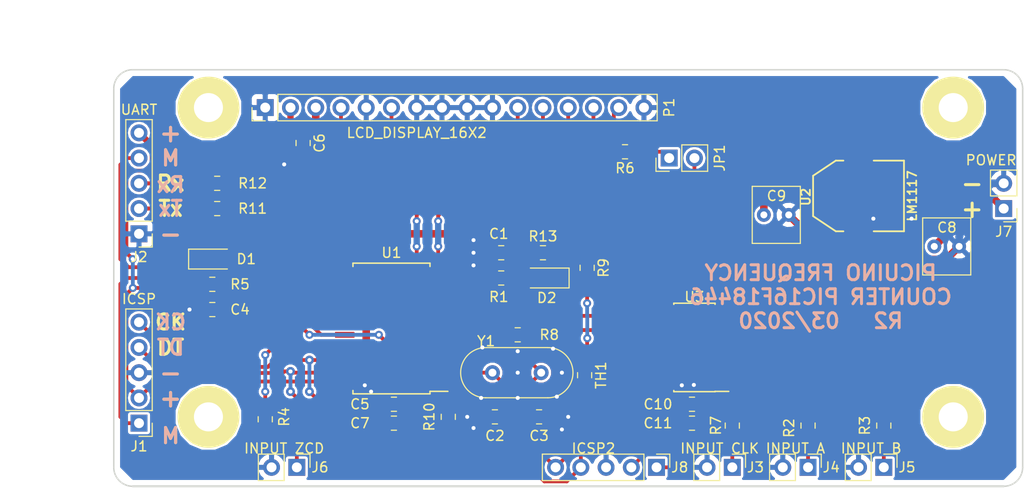
<source format=kicad_pcb>
(kicad_pcb (version 20171130) (host pcbnew "(5.0.1)-4")

  (general
    (thickness 1.6)
    (drawings 33)
    (tracks 434)
    (zones 0)
    (modules 45)
    (nets 42)
  )

  (page A4)
  (title_block
    (title "PICUINO FREQUENCY COUNTER WITH PIC16F18446")
    (date 2020-03-22)
    (rev R2)
    (company PICUINO)
  )

  (layers
    (0 F.Cu signal)
    (31 B.Cu signal)
    (32 B.Adhes user)
    (33 F.Adhes user)
    (34 B.Paste user)
    (35 F.Paste user)
    (36 B.SilkS user)
    (37 F.SilkS user)
    (38 B.Mask user)
    (39 F.Mask user)
    (40 Dwgs.User user)
    (41 Cmts.User user)
    (42 Eco1.User user)
    (43 Eco2.User user)
    (44 Edge.Cuts user)
    (45 Margin user)
    (46 B.CrtYd user)
    (47 F.CrtYd user)
    (48 B.Fab user)
    (49 F.Fab user)
  )

  (setup
    (last_trace_width 0.381)
    (user_trace_width 0.381)
    (user_trace_width 0.508)
    (user_trace_width 0.635)
    (user_trace_width 0.762)
    (user_trace_width 1.016)
    (trace_clearance 0.2286)
    (zone_clearance 0.254)
    (zone_45_only no)
    (trace_min 0.381)
    (segment_width 0.2)
    (edge_width 0.15)
    (via_size 0.889)
    (via_drill 0.4064)
    (via_min_size 0.635)
    (via_min_drill 0.381)
    (user_via 0.762 0.381)
    (uvia_size 0.3)
    (uvia_drill 0.1)
    (uvias_allowed no)
    (uvia_min_size 0.2)
    (uvia_min_drill 0.1)
    (pcb_text_width 0.3)
    (pcb_text_size 1.5 1.5)
    (mod_edge_width 0.15)
    (mod_text_size 1 1)
    (mod_text_width 0.15)
    (pad_size 1.524 1.524)
    (pad_drill 0.762)
    (pad_to_mask_clearance 0.051)
    (solder_mask_min_width 0.25)
    (aux_axis_origin 99.06 29.21)
    (grid_origin 99.06 29.21)
    (visible_elements 7FFFFFFF)
    (pcbplotparams
      (layerselection 0x010f0_ffffffff)
      (usegerberextensions false)
      (usegerberattributes false)
      (usegerberadvancedattributes false)
      (creategerberjobfile false)
      (excludeedgelayer true)
      (linewidth 0.100000)
      (plotframeref false)
      (viasonmask false)
      (mode 1)
      (useauxorigin false)
      (hpglpennumber 1)
      (hpglpenspeed 20)
      (hpglpendiameter 15.000000)
      (psnegative false)
      (psa4output false)
      (plotreference true)
      (plotvalue false)
      (plotinvisibletext false)
      (padsonsilk false)
      (subtractmaskfromsilk false)
      (outputformat 1)
      (mirror false)
      (drillshape 0)
      (scaleselection 1)
      (outputdirectory "Gerber"))
  )

  (net 0 "")
  (net 1 DTIME)
  (net 2 CLKIN)
  (net 3 "Net-(C3-Pad1)")
  (net 4 MCLR)
  (net 5 VDD)
  (net 6 GND)
  (net 7 Vee)
  (net 8 "Net-(D1-Pad1)")
  (net 9 PGC)
  (net 10 PGD)
  (net 11 TX1)
  (net 12 RX1)
  (net 13 "Net-(J3-Pad1)")
  (net 14 "Net-(J4-Pad1)")
  (net 15 "Net-(J5-Pad1)")
  (net 16 "Net-(J6-Pad1)")
  (net 17 LCD_RS)
  (net 18 LCD_E)
  (net 19 "Net-(P1-Pad15)")
  (net 20 DISP)
  (net 21 ZCD)
  (net 22 CLKOUT)
  (net 23 "Net-(C8-Pad1)")
  (net 24 INPUT_A)
  (net 25 INPUT_B)
  (net 26 MCLR2)
  (net 27 CLKIN2)
  (net 28 INPUT_A2)
  (net 29 INPUT_B2)
  (net 30 "Net-(U3-Pad2)")
  (net 31 "Net-(U3-Pad3)")
  (net 32 "Net-(U3-Pad11)")
  (net 33 "Net-(D2-Pad2)")
  (net 34 "Net-(R10-Pad1)")
  (net 35 "Net-(JP1-Pad1)")
  (net 36 "Net-(J2-Pad2)")
  (net 37 "Net-(J2-Pad3)")
  (net 38 LCD_D4)
  (net 39 LCD_D5)
  (net 40 LCD_D6)
  (net 41 LCD_D7)

  (net_class Default "Esta es la clase de red por defecto."
    (clearance 0.2286)
    (trace_width 0.381)
    (via_dia 0.889)
    (via_drill 0.4064)
    (uvia_dia 0.3)
    (uvia_drill 0.1)
    (diff_pair_gap 0.03048)
    (diff_pair_width 0.381)
    (add_net CLKIN)
    (add_net CLKIN2)
    (add_net CLKOUT)
    (add_net DISP)
    (add_net DTIME)
    (add_net GND)
    (add_net INPUT_A)
    (add_net INPUT_A2)
    (add_net INPUT_B)
    (add_net INPUT_B2)
    (add_net LCD_D4)
    (add_net LCD_D5)
    (add_net LCD_D6)
    (add_net LCD_D7)
    (add_net LCD_E)
    (add_net LCD_RS)
    (add_net MCLR)
    (add_net MCLR2)
    (add_net "Net-(C3-Pad1)")
    (add_net "Net-(C8-Pad1)")
    (add_net "Net-(D1-Pad1)")
    (add_net "Net-(D2-Pad2)")
    (add_net "Net-(J2-Pad2)")
    (add_net "Net-(J2-Pad3)")
    (add_net "Net-(J3-Pad1)")
    (add_net "Net-(J4-Pad1)")
    (add_net "Net-(J5-Pad1)")
    (add_net "Net-(J6-Pad1)")
    (add_net "Net-(JP1-Pad1)")
    (add_net "Net-(P1-Pad15)")
    (add_net "Net-(R10-Pad1)")
    (add_net "Net-(U3-Pad11)")
    (add_net "Net-(U3-Pad2)")
    (add_net "Net-(U3-Pad3)")
    (add_net PGC)
    (add_net PGD)
    (add_net RX1)
    (add_net TX1)
    (add_net VDD)
    (add_net Vee)
    (add_net ZCD)
  )

  (module Diode_SMD:D_SOD-123 (layer F.Cu) (tedit 5E76825B) (tstamp 5E9B5B2A)
    (at 108.84 48.26)
    (descr SOD-123)
    (tags SOD-123)
    (path /5E78D616)
    (attr smd)
    (fp_text reference D1 (at 3.555 0) (layer F.SilkS)
      (effects (font (size 1 1) (thickness 0.15)))
    )
    (fp_text value 1N4148W (at 0 2.1) (layer F.Fab)
      (effects (font (size 1 1) (thickness 0.15)))
    )
    (fp_text user %R (at 0 -2) (layer F.Fab)
      (effects (font (size 1 1) (thickness 0.15)))
    )
    (fp_line (start -2.25 -1) (end -2.25 1) (layer F.SilkS) (width 0.12))
    (fp_line (start 0.25 0) (end 0.75 0) (layer F.Fab) (width 0.1))
    (fp_line (start 0.25 0.4) (end -0.35 0) (layer F.Fab) (width 0.1))
    (fp_line (start 0.25 -0.4) (end 0.25 0.4) (layer F.Fab) (width 0.1))
    (fp_line (start -0.35 0) (end 0.25 -0.4) (layer F.Fab) (width 0.1))
    (fp_line (start -0.35 0) (end -0.35 0.55) (layer F.Fab) (width 0.1))
    (fp_line (start -0.35 0) (end -0.35 -0.55) (layer F.Fab) (width 0.1))
    (fp_line (start -0.75 0) (end -0.35 0) (layer F.Fab) (width 0.1))
    (fp_line (start -1.4 0.9) (end -1.4 -0.9) (layer F.Fab) (width 0.1))
    (fp_line (start 1.4 0.9) (end -1.4 0.9) (layer F.Fab) (width 0.1))
    (fp_line (start 1.4 -0.9) (end 1.4 0.9) (layer F.Fab) (width 0.1))
    (fp_line (start -1.4 -0.9) (end 1.4 -0.9) (layer F.Fab) (width 0.1))
    (fp_line (start -2.35 -1.15) (end 2.35 -1.15) (layer F.CrtYd) (width 0.05))
    (fp_line (start 2.35 -1.15) (end 2.35 1.15) (layer F.CrtYd) (width 0.05))
    (fp_line (start 2.35 1.15) (end -2.35 1.15) (layer F.CrtYd) (width 0.05))
    (fp_line (start -2.35 -1.15) (end -2.35 1.15) (layer F.CrtYd) (width 0.05))
    (fp_line (start -2.25 1) (end 1.65 1) (layer F.SilkS) (width 0.12))
    (fp_line (start -2.25 -1) (end 1.65 -1) (layer F.SilkS) (width 0.12))
    (pad 1 smd rect (at -1.65 0) (size 0.9 1.2) (layers F.Cu F.Paste F.Mask)
      (net 8 "Net-(D1-Pad1)"))
    (pad 2 smd rect (at 1.65 0) (size 0.9 1.2) (layers F.Cu F.Paste F.Mask)
      (net 4 MCLR))
    (model ${KISYS3DMOD}/Diode_SMD.3dshapes/D_SOD-123.wrl
      (at (xyz 0 0 0))
      (scale (xyz 1 1 1))
      (rotate (xyz 0 0 0))
    )
  )

  (module Footprints:SOT223_LM1117 (layer F.Cu) (tedit 5E7617BB) (tstamp 5E8F06D9)
    (at 173.99 41.91 90)
    (descr "module CMS SOT223 4 pins")
    (tags "CMS SOT")
    (path /5E734E7D)
    (attr smd)
    (fp_text reference U2 (at -0.1 -5.3 90) (layer F.SilkS)
      (effects (font (size 0.889 0.889) (thickness 0.1778)))
    )
    (fp_text value LM1117 (at 0 5.4 90) (layer F.SilkS)
      (effects (font (size 0.889 0.889) (thickness 0.1778)))
    )
    (fp_line (start 3.556 -2.286) (end 3.556 -1.524) (layer F.SilkS) (width 0.1778))
    (fp_line (start 2.032 -4.572) (end 3.556 -2.286) (layer F.SilkS) (width 0.1778))
    (fp_line (start -2.032 -4.572) (end 2.032 -4.572) (layer F.SilkS) (width 0.1778))
    (fp_line (start -3.556 -2.286) (end -2.032 -4.572) (layer F.SilkS) (width 0.1778))
    (fp_line (start -3.556 -1.524) (end -3.556 -2.286) (layer F.SilkS) (width 0.1778))
    (fp_line (start 3.556 4.572) (end 3.556 1.524) (layer F.SilkS) (width 0.1778))
    (fp_line (start -3.556 4.572) (end 3.556 4.572) (layer F.SilkS) (width 0.1778))
    (fp_line (start -3.556 1.524) (end -3.556 4.572) (layer F.SilkS) (width 0.1778))
    (pad GND smd rect (at -2.286 3.302 90) (size 1.2 2.1) (layers F.Cu F.Paste F.Mask)
      (net 6 GND))
    (pad VI smd rect (at 2.286 3.302 90) (size 1.2 2.1) (layers F.Cu F.Paste F.Mask)
      (net 23 "Net-(C8-Pad1)"))
    (pad VO smd rect (at 0 3.302 90) (size 1.2 2.1) (layers F.Cu F.Paste F.Mask)
      (net 5 VDD))
    (pad VO smd rect (at 0 -3.2 90) (size 4 2.5) (layers F.Cu F.Paste F.Mask)
      (net 5 VDD))
    (model smd/SOT223.wrl
      (at (xyz 0 0 0))
      (scale (xyz 0.4 0.4 0.4))
      (rotate (xyz 0 0 0))
    )
  )

  (module Footprints:SCREW_M3 (layer F.Cu) (tedit 5640F171) (tstamp 5E8F05BB)
    (at 183.515 64.135)
    (descr "module 1 pin (ou trou mecanique de percage)")
    (tags DEV)
    (fp_text reference M3 (at 0 0) (layer F.SilkS) hide
      (effects (font (size 1.016 1.016) (thickness 0.254)))
    )
    (fp_text value "" (at 0.127 1.651) (layer F.SilkS) hide
      (effects (font (size 1.016 1.016) (thickness 0.254)))
    )
    (fp_circle (center 0 0) (end 1.524 0) (layer F.SilkS) (width 0.127))
    (fp_circle (center 0 0) (end 2.159 -1.397) (layer F.SilkS) (width 0.127))
    (fp_line (start 1.524 -2.667) (end -1.524 -2.667) (layer F.SilkS) (width 0.127))
    (fp_line (start -1.524 -2.667) (end -3.048 0) (layer F.SilkS) (width 0.127))
    (fp_line (start -3.048 0) (end -1.524 2.667) (layer F.SilkS) (width 0.127))
    (fp_line (start -1.524 2.667) (end 1.524 2.667) (layer F.SilkS) (width 0.127))
    (fp_line (start 1.524 2.667) (end 3.048 0) (layer F.SilkS) (width 0.127))
    (fp_line (start 3.048 0) (end 1.524 -2.667) (layer F.SilkS) (width 0.127))
    (fp_circle (center 0 0) (end 3.048 0) (layer F.SilkS) (width 0.127))
    (pad "" thru_hole circle (at 0 0) (size 6.096 6.096) (drill 2.921) (layers *.Cu F.SilkS))
  )

  (module Footprints:SCREW_M3 (layer F.Cu) (tedit 5640F171) (tstamp 5E8F05A1)
    (at 183.515 33.02)
    (descr "module 1 pin (ou trou mecanique de percage)")
    (tags DEV)
    (fp_text reference M3 (at 0 0) (layer F.SilkS) hide
      (effects (font (size 1.016 1.016) (thickness 0.254)))
    )
    (fp_text value "" (at 0.127 1.651) (layer F.SilkS) hide
      (effects (font (size 1.016 1.016) (thickness 0.254)))
    )
    (fp_circle (center 0 0) (end 3.048 0) (layer F.SilkS) (width 0.127))
    (fp_line (start 3.048 0) (end 1.524 -2.667) (layer F.SilkS) (width 0.127))
    (fp_line (start 1.524 2.667) (end 3.048 0) (layer F.SilkS) (width 0.127))
    (fp_line (start -1.524 2.667) (end 1.524 2.667) (layer F.SilkS) (width 0.127))
    (fp_line (start -3.048 0) (end -1.524 2.667) (layer F.SilkS) (width 0.127))
    (fp_line (start -1.524 -2.667) (end -3.048 0) (layer F.SilkS) (width 0.127))
    (fp_line (start 1.524 -2.667) (end -1.524 -2.667) (layer F.SilkS) (width 0.127))
    (fp_circle (center 0 0) (end 2.159 -1.397) (layer F.SilkS) (width 0.127))
    (fp_circle (center 0 0) (end 1.524 0) (layer F.SilkS) (width 0.127))
    (pad "" thru_hole circle (at 0 0) (size 6.096 6.096) (drill 2.921) (layers *.Cu F.SilkS))
  )

  (module Footprints:SCREW_M3 (layer F.Cu) (tedit 5640F171) (tstamp 5E8F038C)
    (at 108.585 33.02)
    (descr "module 1 pin (ou trou mecanique de percage)")
    (tags DEV)
    (fp_text reference M3 (at 0 0) (layer F.SilkS) hide
      (effects (font (size 1.016 1.016) (thickness 0.254)))
    )
    (fp_text value "" (at 0.127 1.651) (layer F.SilkS) hide
      (effects (font (size 1.016 1.016) (thickness 0.254)))
    )
    (fp_circle (center 0 0) (end 1.524 0) (layer F.SilkS) (width 0.127))
    (fp_circle (center 0 0) (end 2.159 -1.397) (layer F.SilkS) (width 0.127))
    (fp_line (start 1.524 -2.667) (end -1.524 -2.667) (layer F.SilkS) (width 0.127))
    (fp_line (start -1.524 -2.667) (end -3.048 0) (layer F.SilkS) (width 0.127))
    (fp_line (start -3.048 0) (end -1.524 2.667) (layer F.SilkS) (width 0.127))
    (fp_line (start -1.524 2.667) (end 1.524 2.667) (layer F.SilkS) (width 0.127))
    (fp_line (start 1.524 2.667) (end 3.048 0) (layer F.SilkS) (width 0.127))
    (fp_line (start 3.048 0) (end 1.524 -2.667) (layer F.SilkS) (width 0.127))
    (fp_circle (center 0 0) (end 3.048 0) (layer F.SilkS) (width 0.127))
    (pad "" thru_hole circle (at 0 0) (size 6.096 6.096) (drill 2.921) (layers *.Cu F.SilkS))
  )

  (module Connector_PinHeader_2.54mm:PinHeader_1x05_P2.54mm_Vertical (layer F.Cu) (tedit 5E7611A4) (tstamp 5E999804)
    (at 101.6 64.77 180)
    (descr "Through hole straight pin header, 1x05, 2.54mm pitch, single row")
    (tags "Through hole pin header THT 1x05 2.54mm single row")
    (path /5E7263A7)
    (fp_text reference J1 (at 0 -2.33 180) (layer F.SilkS)
      (effects (font (size 1 1) (thickness 0.15)))
    )
    (fp_text value ICSP (at 0 12.49 180) (layer F.SilkS)
      (effects (font (size 1 1) (thickness 0.15)))
    )
    (fp_text user %R (at 0 5.08 270) (layer F.Fab)
      (effects (font (size 1 1) (thickness 0.15)))
    )
    (fp_line (start 1.8 -1.8) (end -1.8 -1.8) (layer F.CrtYd) (width 0.05))
    (fp_line (start 1.8 11.95) (end 1.8 -1.8) (layer F.CrtYd) (width 0.05))
    (fp_line (start -1.8 11.95) (end 1.8 11.95) (layer F.CrtYd) (width 0.05))
    (fp_line (start -1.8 -1.8) (end -1.8 11.95) (layer F.CrtYd) (width 0.05))
    (fp_line (start -1.33 -1.33) (end 0 -1.33) (layer F.SilkS) (width 0.12))
    (fp_line (start -1.33 0) (end -1.33 -1.33) (layer F.SilkS) (width 0.12))
    (fp_line (start -1.33 1.27) (end 1.33 1.27) (layer F.SilkS) (width 0.12))
    (fp_line (start 1.33 1.27) (end 1.33 11.49) (layer F.SilkS) (width 0.12))
    (fp_line (start -1.33 1.27) (end -1.33 11.49) (layer F.SilkS) (width 0.12))
    (fp_line (start -1.33 11.49) (end 1.33 11.49) (layer F.SilkS) (width 0.12))
    (fp_line (start -1.27 -0.635) (end -0.635 -1.27) (layer F.Fab) (width 0.1))
    (fp_line (start -1.27 11.43) (end -1.27 -0.635) (layer F.Fab) (width 0.1))
    (fp_line (start 1.27 11.43) (end -1.27 11.43) (layer F.Fab) (width 0.1))
    (fp_line (start 1.27 -1.27) (end 1.27 11.43) (layer F.Fab) (width 0.1))
    (fp_line (start -0.635 -1.27) (end 1.27 -1.27) (layer F.Fab) (width 0.1))
    (pad 5 thru_hole oval (at 0 10.16 180) (size 1.7 1.7) (drill 1) (layers *.Cu *.Mask)
      (net 9 PGC))
    (pad 4 thru_hole oval (at 0 7.62 180) (size 1.7 1.7) (drill 1) (layers *.Cu *.Mask)
      (net 10 PGD))
    (pad 3 thru_hole oval (at 0 5.08 180) (size 1.7 1.7) (drill 1) (layers *.Cu *.Mask)
      (net 6 GND))
    (pad 2 thru_hole oval (at 0 2.54 180) (size 1.7 1.7) (drill 1) (layers *.Cu *.Mask)
      (net 5 VDD))
    (pad 1 thru_hole rect (at 0 0 180) (size 1.7 1.7) (drill 1) (layers *.Cu *.Mask)
      (net 4 MCLR))
    (model ${KISYS3DMOD}/Connector_PinHeader_2.54mm.3dshapes/PinHeader_1x05_P2.54mm_Vertical.wrl
      (at (xyz 0 0 0))
      (scale (xyz 1 1 1))
      (rotate (xyz 0 0 0))
    )
  )

  (module Resistor_SMD:R_0805_2012Metric_Pad1.15x1.40mm_HandSolder (layer F.Cu) (tedit 5B36C52B) (tstamp 5E81095A)
    (at 139.7 55.88)
    (descr "Resistor SMD 0805 (2012 Metric), square (rectangular) end terminal, IPC_7351 nominal with elongated pad for handsoldering. (Body size source: https://docs.google.com/spreadsheets/d/1BsfQQcO9C6DZCsRaXUlFlo91Tg2WpOkGARC1WS5S8t0/edit?usp=sharing), generated with kicad-footprint-generator")
    (tags "resistor handsolder")
    (path /5E729D3C)
    (attr smd)
    (fp_text reference R8 (at 3.175 0) (layer F.SilkS)
      (effects (font (size 1 1) (thickness 0.15)))
    )
    (fp_text value 220 (at 0 1.65) (layer F.Fab)
      (effects (font (size 1 1) (thickness 0.15)))
    )
    (fp_line (start -1 0.6) (end -1 -0.6) (layer F.Fab) (width 0.1))
    (fp_line (start -1 -0.6) (end 1 -0.6) (layer F.Fab) (width 0.1))
    (fp_line (start 1 -0.6) (end 1 0.6) (layer F.Fab) (width 0.1))
    (fp_line (start 1 0.6) (end -1 0.6) (layer F.Fab) (width 0.1))
    (fp_line (start -0.261252 -0.71) (end 0.261252 -0.71) (layer F.SilkS) (width 0.12))
    (fp_line (start -0.261252 0.71) (end 0.261252 0.71) (layer F.SilkS) (width 0.12))
    (fp_line (start -1.85 0.95) (end -1.85 -0.95) (layer F.CrtYd) (width 0.05))
    (fp_line (start -1.85 -0.95) (end 1.85 -0.95) (layer F.CrtYd) (width 0.05))
    (fp_line (start 1.85 -0.95) (end 1.85 0.95) (layer F.CrtYd) (width 0.05))
    (fp_line (start 1.85 0.95) (end -1.85 0.95) (layer F.CrtYd) (width 0.05))
    (fp_text user %R (at 0 0) (layer F.Fab)
      (effects (font (size 0.5 0.5) (thickness 0.08)))
    )
    (pad 1 smd roundrect (at -1.025 0) (size 1.15 1.4) (layers F.Cu F.Paste F.Mask) (roundrect_rratio 0.217391)
      (net 22 CLKOUT))
    (pad 2 smd roundrect (at 1.025 0) (size 1.15 1.4) (layers F.Cu F.Paste F.Mask) (roundrect_rratio 0.217391)
      (net 3 "Net-(C3-Pad1)"))
    (model ${KISYS3DMOD}/Resistor_SMD.3dshapes/R_0805_2012Metric.wrl
      (at (xyz 0 0 0))
      (scale (xyz 1 1 1))
      (rotate (xyz 0 0 0))
    )
  )

  (module Capacitor_SMD:C_0805_2012Metric_Pad1.15x1.40mm_HandSolder (layer F.Cu) (tedit 5B36C52B) (tstamp 5E9BA276)
    (at 138.04 47.625 180)
    (descr "Capacitor SMD 0805 (2012 Metric), square (rectangular) end terminal, IPC_7351 nominal with elongated pad for handsoldering. (Body size source: https://docs.google.com/spreadsheets/d/1BsfQQcO9C6DZCsRaXUlFlo91Tg2WpOkGARC1WS5S8t0/edit?usp=sharing), generated with kicad-footprint-generator")
    (tags "capacitor handsolder")
    (path /5E71FBD7)
    (attr smd)
    (fp_text reference C1 (at 0.245 1.905 180) (layer F.SilkS)
      (effects (font (size 1 1) (thickness 0.15)))
    )
    (fp_text value 2.2nF (at 0 1.65 180) (layer F.Fab)
      (effects (font (size 1 1) (thickness 0.15)))
    )
    (fp_text user %R (at 0 0 180) (layer F.Fab)
      (effects (font (size 0.5 0.5) (thickness 0.08)))
    )
    (fp_line (start 1.85 0.95) (end -1.85 0.95) (layer F.CrtYd) (width 0.05))
    (fp_line (start 1.85 -0.95) (end 1.85 0.95) (layer F.CrtYd) (width 0.05))
    (fp_line (start -1.85 -0.95) (end 1.85 -0.95) (layer F.CrtYd) (width 0.05))
    (fp_line (start -1.85 0.95) (end -1.85 -0.95) (layer F.CrtYd) (width 0.05))
    (fp_line (start -0.261252 0.71) (end 0.261252 0.71) (layer F.SilkS) (width 0.12))
    (fp_line (start -0.261252 -0.71) (end 0.261252 -0.71) (layer F.SilkS) (width 0.12))
    (fp_line (start 1 0.6) (end -1 0.6) (layer F.Fab) (width 0.1))
    (fp_line (start 1 -0.6) (end 1 0.6) (layer F.Fab) (width 0.1))
    (fp_line (start -1 -0.6) (end 1 -0.6) (layer F.Fab) (width 0.1))
    (fp_line (start -1 0.6) (end -1 -0.6) (layer F.Fab) (width 0.1))
    (pad 2 smd roundrect (at 1.025 0 180) (size 1.15 1.4) (layers F.Cu F.Paste F.Mask) (roundrect_rratio 0.217391)
      (net 6 GND))
    (pad 1 smd roundrect (at -1.025 0 180) (size 1.15 1.4) (layers F.Cu F.Paste F.Mask) (roundrect_rratio 0.217391)
      (net 1 DTIME))
    (model ${KISYS3DMOD}/Capacitor_SMD.3dshapes/C_0805_2012Metric.wrl
      (at (xyz 0 0 0))
      (scale (xyz 1 1 1))
      (rotate (xyz 0 0 0))
    )
  )

  (module Capacitor_SMD:C_0805_2012Metric_Pad1.15x1.40mm_HandSolder (layer F.Cu) (tedit 5E77317B) (tstamp 5E810CAE)
    (at 137.405 64.135 180)
    (descr "Capacitor SMD 0805 (2012 Metric), square (rectangular) end terminal, IPC_7351 nominal with elongated pad for handsoldering. (Body size source: https://docs.google.com/spreadsheets/d/1BsfQQcO9C6DZCsRaXUlFlo91Tg2WpOkGARC1WS5S8t0/edit?usp=sharing), generated with kicad-footprint-generator")
    (tags "capacitor handsolder")
    (path /5E6A2A99)
    (attr smd)
    (fp_text reference C2 (at 0 -1.905 180) (layer F.SilkS)
      (effects (font (size 1 1) (thickness 0.15)))
    )
    (fp_text value 22pF (at 0 1.65 180) (layer F.Fab)
      (effects (font (size 1 1) (thickness 0.15)))
    )
    (fp_text user %R (at 0 0 180) (layer F.Fab)
      (effects (font (size 0.5 0.5) (thickness 0.08)))
    )
    (fp_line (start 1.85 0.95) (end -1.85 0.95) (layer F.CrtYd) (width 0.05))
    (fp_line (start 1.85 -0.95) (end 1.85 0.95) (layer F.CrtYd) (width 0.05))
    (fp_line (start -1.85 -0.95) (end 1.85 -0.95) (layer F.CrtYd) (width 0.05))
    (fp_line (start -1.85 0.95) (end -1.85 -0.95) (layer F.CrtYd) (width 0.05))
    (fp_line (start -0.261252 0.71) (end 0.261252 0.71) (layer F.SilkS) (width 0.12))
    (fp_line (start -0.261252 -0.71) (end 0.261252 -0.71) (layer F.SilkS) (width 0.12))
    (fp_line (start 1 0.6) (end -1 0.6) (layer F.Fab) (width 0.1))
    (fp_line (start 1 -0.6) (end 1 0.6) (layer F.Fab) (width 0.1))
    (fp_line (start -1 -0.6) (end 1 -0.6) (layer F.Fab) (width 0.1))
    (fp_line (start -1 0.6) (end -1 -0.6) (layer F.Fab) (width 0.1))
    (pad 2 smd roundrect (at 1.025 0 180) (size 1.15 1.4) (layers F.Cu F.Paste F.Mask) (roundrect_rratio 0.217391)
      (net 6 GND))
    (pad 1 smd roundrect (at -1.025 0 180) (size 1.15 1.4) (layers F.Cu F.Paste F.Mask) (roundrect_rratio 0.217391)
      (net 27 CLKIN2))
    (model ${KISYS3DMOD}/Capacitor_SMD.3dshapes/C_0805_2012Metric.wrl
      (at (xyz 0 0 0))
      (scale (xyz 1 1 1))
      (rotate (xyz 0 0 0))
    )
  )

  (module Capacitor_SMD:C_0805_2012Metric_Pad1.15x1.40mm_HandSolder (layer F.Cu) (tedit 5B36C52B) (tstamp 5E810BEE)
    (at 141.85 64.135)
    (descr "Capacitor SMD 0805 (2012 Metric), square (rectangular) end terminal, IPC_7351 nominal with elongated pad for handsoldering. (Body size source: https://docs.google.com/spreadsheets/d/1BsfQQcO9C6DZCsRaXUlFlo91Tg2WpOkGARC1WS5S8t0/edit?usp=sharing), generated with kicad-footprint-generator")
    (tags "capacitor handsolder")
    (path /5E6A2A5D)
    (attr smd)
    (fp_text reference C3 (at 0 1.905) (layer F.SilkS)
      (effects (font (size 1 1) (thickness 0.15)))
    )
    (fp_text value 22pF (at 0 1.65) (layer F.Fab)
      (effects (font (size 1 1) (thickness 0.15)))
    )
    (fp_line (start -1 0.6) (end -1 -0.6) (layer F.Fab) (width 0.1))
    (fp_line (start -1 -0.6) (end 1 -0.6) (layer F.Fab) (width 0.1))
    (fp_line (start 1 -0.6) (end 1 0.6) (layer F.Fab) (width 0.1))
    (fp_line (start 1 0.6) (end -1 0.6) (layer F.Fab) (width 0.1))
    (fp_line (start -0.261252 -0.71) (end 0.261252 -0.71) (layer F.SilkS) (width 0.12))
    (fp_line (start -0.261252 0.71) (end 0.261252 0.71) (layer F.SilkS) (width 0.12))
    (fp_line (start -1.85 0.95) (end -1.85 -0.95) (layer F.CrtYd) (width 0.05))
    (fp_line (start -1.85 -0.95) (end 1.85 -0.95) (layer F.CrtYd) (width 0.05))
    (fp_line (start 1.85 -0.95) (end 1.85 0.95) (layer F.CrtYd) (width 0.05))
    (fp_line (start 1.85 0.95) (end -1.85 0.95) (layer F.CrtYd) (width 0.05))
    (fp_text user %R (at 0 0) (layer F.Fab)
      (effects (font (size 0.5 0.5) (thickness 0.08)))
    )
    (pad 1 smd roundrect (at -1.025 0) (size 1.15 1.4) (layers F.Cu F.Paste F.Mask) (roundrect_rratio 0.217391)
      (net 3 "Net-(C3-Pad1)"))
    (pad 2 smd roundrect (at 1.025 0) (size 1.15 1.4) (layers F.Cu F.Paste F.Mask) (roundrect_rratio 0.217391)
      (net 6 GND))
    (model ${KISYS3DMOD}/Capacitor_SMD.3dshapes/C_0805_2012Metric.wrl
      (at (xyz 0 0 0))
      (scale (xyz 1 1 1))
      (rotate (xyz 0 0 0))
    )
  )

  (module Capacitor_SMD:C_0805_2012Metric_Pad1.15x1.40mm_HandSolder (layer F.Cu) (tedit 5B36C52B) (tstamp 5E810B2E)
    (at 108.975 53.34 180)
    (descr "Capacitor SMD 0805 (2012 Metric), square (rectangular) end terminal, IPC_7351 nominal with elongated pad for handsoldering. (Body size source: https://docs.google.com/spreadsheets/d/1BsfQQcO9C6DZCsRaXUlFlo91Tg2WpOkGARC1WS5S8t0/edit?usp=sharing), generated with kicad-footprint-generator")
    (tags "capacitor handsolder")
    (path /5E6FF236)
    (attr smd)
    (fp_text reference C4 (at -2.785 0 180) (layer F.SilkS)
      (effects (font (size 1 1) (thickness 0.15)))
    )
    (fp_text value 100nF (at 0 1.65 180) (layer F.Fab)
      (effects (font (size 1 1) (thickness 0.15)))
    )
    (fp_line (start -1 0.6) (end -1 -0.6) (layer F.Fab) (width 0.1))
    (fp_line (start -1 -0.6) (end 1 -0.6) (layer F.Fab) (width 0.1))
    (fp_line (start 1 -0.6) (end 1 0.6) (layer F.Fab) (width 0.1))
    (fp_line (start 1 0.6) (end -1 0.6) (layer F.Fab) (width 0.1))
    (fp_line (start -0.261252 -0.71) (end 0.261252 -0.71) (layer F.SilkS) (width 0.12))
    (fp_line (start -0.261252 0.71) (end 0.261252 0.71) (layer F.SilkS) (width 0.12))
    (fp_line (start -1.85 0.95) (end -1.85 -0.95) (layer F.CrtYd) (width 0.05))
    (fp_line (start -1.85 -0.95) (end 1.85 -0.95) (layer F.CrtYd) (width 0.05))
    (fp_line (start 1.85 -0.95) (end 1.85 0.95) (layer F.CrtYd) (width 0.05))
    (fp_line (start 1.85 0.95) (end -1.85 0.95) (layer F.CrtYd) (width 0.05))
    (fp_text user %R (at 0 0 180) (layer F.Fab)
      (effects (font (size 0.5 0.5) (thickness 0.08)))
    )
    (pad 1 smd roundrect (at -1.025 0 180) (size 1.15 1.4) (layers F.Cu F.Paste F.Mask) (roundrect_rratio 0.217391)
      (net 4 MCLR))
    (pad 2 smd roundrect (at 1.025 0 180) (size 1.15 1.4) (layers F.Cu F.Paste F.Mask) (roundrect_rratio 0.217391)
      (net 6 GND))
    (model ${KISYS3DMOD}/Capacitor_SMD.3dshapes/C_0805_2012Metric.wrl
      (at (xyz 0 0 0))
      (scale (xyz 1 1 1))
      (rotate (xyz 0 0 0))
    )
  )

  (module Capacitor_SMD:C_0805_2012Metric_Pad1.15x1.40mm_HandSolder (layer F.Cu) (tedit 5B36C52B) (tstamp 5E810C7E)
    (at 127.245 62.865)
    (descr "Capacitor SMD 0805 (2012 Metric), square (rectangular) end terminal, IPC_7351 nominal with elongated pad for handsoldering. (Body size source: https://docs.google.com/spreadsheets/d/1BsfQQcO9C6DZCsRaXUlFlo91Tg2WpOkGARC1WS5S8t0/edit?usp=sharing), generated with kicad-footprint-generator")
    (tags "capacitor handsolder")
    (path /5E6A67BE)
    (attr smd)
    (fp_text reference C5 (at -3.42 0) (layer F.SilkS)
      (effects (font (size 1 1) (thickness 0.15)))
    )
    (fp_text value 100nF (at 0 1.65) (layer F.Fab)
      (effects (font (size 1 1) (thickness 0.15)))
    )
    (fp_text user %R (at 0 0) (layer F.Fab)
      (effects (font (size 0.5 0.5) (thickness 0.08)))
    )
    (fp_line (start 1.85 0.95) (end -1.85 0.95) (layer F.CrtYd) (width 0.05))
    (fp_line (start 1.85 -0.95) (end 1.85 0.95) (layer F.CrtYd) (width 0.05))
    (fp_line (start -1.85 -0.95) (end 1.85 -0.95) (layer F.CrtYd) (width 0.05))
    (fp_line (start -1.85 0.95) (end -1.85 -0.95) (layer F.CrtYd) (width 0.05))
    (fp_line (start -0.261252 0.71) (end 0.261252 0.71) (layer F.SilkS) (width 0.12))
    (fp_line (start -0.261252 -0.71) (end 0.261252 -0.71) (layer F.SilkS) (width 0.12))
    (fp_line (start 1 0.6) (end -1 0.6) (layer F.Fab) (width 0.1))
    (fp_line (start 1 -0.6) (end 1 0.6) (layer F.Fab) (width 0.1))
    (fp_line (start -1 -0.6) (end 1 -0.6) (layer F.Fab) (width 0.1))
    (fp_line (start -1 0.6) (end -1 -0.6) (layer F.Fab) (width 0.1))
    (pad 2 smd roundrect (at 1.025 0) (size 1.15 1.4) (layers F.Cu F.Paste F.Mask) (roundrect_rratio 0.217391)
      (net 5 VDD))
    (pad 1 smd roundrect (at -1.025 0) (size 1.15 1.4) (layers F.Cu F.Paste F.Mask) (roundrect_rratio 0.217391)
      (net 6 GND))
    (model ${KISYS3DMOD}/Capacitor_SMD.3dshapes/C_0805_2012Metric.wrl
      (at (xyz 0 0 0))
      (scale (xyz 1 1 1))
      (rotate (xyz 0 0 0))
    )
  )

  (module Capacitor_SMD:C_0805_2012Metric_Pad1.15x1.40mm_HandSolder (layer F.Cu) (tedit 5B36C52B) (tstamp 5E810AFE)
    (at 118.11 36.585 270)
    (descr "Capacitor SMD 0805 (2012 Metric), square (rectangular) end terminal, IPC_7351 nominal with elongated pad for handsoldering. (Body size source: https://docs.google.com/spreadsheets/d/1BsfQQcO9C6DZCsRaXUlFlo91Tg2WpOkGARC1WS5S8t0/edit?usp=sharing), generated with kicad-footprint-generator")
    (tags "capacitor handsolder")
    (path /5E722B3A)
    (attr smd)
    (fp_text reference C6 (at 0 -1.65 270) (layer F.SilkS)
      (effects (font (size 1 1) (thickness 0.15)))
    )
    (fp_text value 100nF (at 0 1.65 270) (layer F.Fab)
      (effects (font (size 1 1) (thickness 0.15)))
    )
    (fp_line (start -1 0.6) (end -1 -0.6) (layer F.Fab) (width 0.1))
    (fp_line (start -1 -0.6) (end 1 -0.6) (layer F.Fab) (width 0.1))
    (fp_line (start 1 -0.6) (end 1 0.6) (layer F.Fab) (width 0.1))
    (fp_line (start 1 0.6) (end -1 0.6) (layer F.Fab) (width 0.1))
    (fp_line (start -0.261252 -0.71) (end 0.261252 -0.71) (layer F.SilkS) (width 0.12))
    (fp_line (start -0.261252 0.71) (end 0.261252 0.71) (layer F.SilkS) (width 0.12))
    (fp_line (start -1.85 0.95) (end -1.85 -0.95) (layer F.CrtYd) (width 0.05))
    (fp_line (start -1.85 -0.95) (end 1.85 -0.95) (layer F.CrtYd) (width 0.05))
    (fp_line (start 1.85 -0.95) (end 1.85 0.95) (layer F.CrtYd) (width 0.05))
    (fp_line (start 1.85 0.95) (end -1.85 0.95) (layer F.CrtYd) (width 0.05))
    (fp_text user %R (at 0 0 270) (layer F.Fab)
      (effects (font (size 0.5 0.5) (thickness 0.08)))
    )
    (pad 1 smd roundrect (at -1.025 0 270) (size 1.15 1.4) (layers F.Cu F.Paste F.Mask) (roundrect_rratio 0.217391)
      (net 7 Vee))
    (pad 2 smd roundrect (at 1.025 0 270) (size 1.15 1.4) (layers F.Cu F.Paste F.Mask) (roundrect_rratio 0.217391)
      (net 6 GND))
    (model ${KISYS3DMOD}/Capacitor_SMD.3dshapes/C_0805_2012Metric.wrl
      (at (xyz 0 0 0))
      (scale (xyz 1 1 1))
      (rotate (xyz 0 0 0))
    )
  )

  (module Capacitor_SMD:C_0805_2012Metric_Pad1.15x1.40mm_HandSolder (layer F.Cu) (tedit 5B36C52B) (tstamp 5E810C4E)
    (at 127.245 64.77)
    (descr "Capacitor SMD 0805 (2012 Metric), square (rectangular) end terminal, IPC_7351 nominal with elongated pad for handsoldering. (Body size source: https://docs.google.com/spreadsheets/d/1BsfQQcO9C6DZCsRaXUlFlo91Tg2WpOkGARC1WS5S8t0/edit?usp=sharing), generated with kicad-footprint-generator")
    (tags "capacitor handsolder")
    (path /5E6A74BD)
    (attr smd)
    (fp_text reference C7 (at -3.42 0) (layer F.SilkS)
      (effects (font (size 1 1) (thickness 0.15)))
    )
    (fp_text value 10uF (at 0 1.65) (layer F.Fab)
      (effects (font (size 1 1) (thickness 0.15)))
    )
    (fp_line (start -1 0.6) (end -1 -0.6) (layer F.Fab) (width 0.1))
    (fp_line (start -1 -0.6) (end 1 -0.6) (layer F.Fab) (width 0.1))
    (fp_line (start 1 -0.6) (end 1 0.6) (layer F.Fab) (width 0.1))
    (fp_line (start 1 0.6) (end -1 0.6) (layer F.Fab) (width 0.1))
    (fp_line (start -0.261252 -0.71) (end 0.261252 -0.71) (layer F.SilkS) (width 0.12))
    (fp_line (start -0.261252 0.71) (end 0.261252 0.71) (layer F.SilkS) (width 0.12))
    (fp_line (start -1.85 0.95) (end -1.85 -0.95) (layer F.CrtYd) (width 0.05))
    (fp_line (start -1.85 -0.95) (end 1.85 -0.95) (layer F.CrtYd) (width 0.05))
    (fp_line (start 1.85 -0.95) (end 1.85 0.95) (layer F.CrtYd) (width 0.05))
    (fp_line (start 1.85 0.95) (end -1.85 0.95) (layer F.CrtYd) (width 0.05))
    (fp_text user %R (at 0 0) (layer F.Fab)
      (effects (font (size 0.5 0.5) (thickness 0.08)))
    )
    (pad 1 smd roundrect (at -1.025 0) (size 1.15 1.4) (layers F.Cu F.Paste F.Mask) (roundrect_rratio 0.217391)
      (net 6 GND))
    (pad 2 smd roundrect (at 1.025 0) (size 1.15 1.4) (layers F.Cu F.Paste F.Mask) (roundrect_rratio 0.217391)
      (net 5 VDD))
    (model ${KISYS3DMOD}/Capacitor_SMD.3dshapes/C_0805_2012Metric.wrl
      (at (xyz 0 0 0))
      (scale (xyz 1 1 1))
      (rotate (xyz 0 0 0))
    )
  )

  (module Connector_PinHeader_2.54mm:PinHeader_1x05_P2.54mm_Vertical (layer F.Cu) (tedit 5E761199) (tstamp 5E7EFEB4)
    (at 101.6 45.72 180)
    (descr "Through hole straight pin header, 1x05, 2.54mm pitch, single row")
    (tags "Through hole pin header THT 1x05 2.54mm single row")
    (path /5E6A27CF)
    (fp_text reference J2 (at 0 -2.33 180) (layer F.SilkS)
      (effects (font (size 1 1) (thickness 0.15)))
    )
    (fp_text value UART (at 0 12.49 180) (layer F.SilkS)
      (effects (font (size 1 1) (thickness 0.15)))
    )
    (fp_line (start -0.635 -1.27) (end 1.27 -1.27) (layer F.Fab) (width 0.1))
    (fp_line (start 1.27 -1.27) (end 1.27 11.43) (layer F.Fab) (width 0.1))
    (fp_line (start 1.27 11.43) (end -1.27 11.43) (layer F.Fab) (width 0.1))
    (fp_line (start -1.27 11.43) (end -1.27 -0.635) (layer F.Fab) (width 0.1))
    (fp_line (start -1.27 -0.635) (end -0.635 -1.27) (layer F.Fab) (width 0.1))
    (fp_line (start -1.33 11.49) (end 1.33 11.49) (layer F.SilkS) (width 0.12))
    (fp_line (start -1.33 1.27) (end -1.33 11.49) (layer F.SilkS) (width 0.12))
    (fp_line (start 1.33 1.27) (end 1.33 11.49) (layer F.SilkS) (width 0.12))
    (fp_line (start -1.33 1.27) (end 1.33 1.27) (layer F.SilkS) (width 0.12))
    (fp_line (start -1.33 0) (end -1.33 -1.33) (layer F.SilkS) (width 0.12))
    (fp_line (start -1.33 -1.33) (end 0 -1.33) (layer F.SilkS) (width 0.12))
    (fp_line (start -1.8 -1.8) (end -1.8 11.95) (layer F.CrtYd) (width 0.05))
    (fp_line (start -1.8 11.95) (end 1.8 11.95) (layer F.CrtYd) (width 0.05))
    (fp_line (start 1.8 11.95) (end 1.8 -1.8) (layer F.CrtYd) (width 0.05))
    (fp_line (start 1.8 -1.8) (end -1.8 -1.8) (layer F.CrtYd) (width 0.05))
    (fp_text user %R (at 0 5.08 270) (layer F.Fab)
      (effects (font (size 1 1) (thickness 0.15)))
    )
    (pad 1 thru_hole rect (at 0 0 180) (size 1.7 1.7) (drill 1) (layers *.Cu *.Mask)
      (net 6 GND))
    (pad 2 thru_hole oval (at 0 2.54 180) (size 1.7 1.7) (drill 1) (layers *.Cu *.Mask)
      (net 36 "Net-(J2-Pad2)"))
    (pad 3 thru_hole oval (at 0 5.08 180) (size 1.7 1.7) (drill 1) (layers *.Cu *.Mask)
      (net 37 "Net-(J2-Pad3)"))
    (pad 4 thru_hole oval (at 0 7.62 180) (size 1.7 1.7) (drill 1) (layers *.Cu *.Mask)
      (net 8 "Net-(D1-Pad1)"))
    (pad 5 thru_hole oval (at 0 10.16 180) (size 1.7 1.7) (drill 1) (layers *.Cu *.Mask)
      (net 5 VDD))
    (model ${KISYS3DMOD}/Connector_PinHeader_2.54mm.3dshapes/PinHeader_1x05_P2.54mm_Vertical.wrl
      (at (xyz 0 0 0))
      (scale (xyz 1 1 1))
      (rotate (xyz 0 0 0))
    )
  )

  (module Resistor_SMD:R_0805_2012Metric_Pad1.15x1.40mm_HandSolder (layer F.Cu) (tedit 5B36C52B) (tstamp 5E9BAF3D)
    (at 138.04 50.165)
    (descr "Resistor SMD 0805 (2012 Metric), square (rectangular) end terminal, IPC_7351 nominal with elongated pad for handsoldering. (Body size source: https://docs.google.com/spreadsheets/d/1BsfQQcO9C6DZCsRaXUlFlo91Tg2WpOkGARC1WS5S8t0/edit?usp=sharing), generated with kicad-footprint-generator")
    (tags "resistor handsolder")
    (path /5E71FB56)
    (attr smd)
    (fp_text reference R1 (at -0.245 1.905) (layer F.SilkS)
      (effects (font (size 1 1) (thickness 0.15)))
    )
    (fp_text value 1K (at 0 1.65) (layer F.Fab)
      (effects (font (size 1 1) (thickness 0.15)))
    )
    (fp_text user %R (at 0 0) (layer F.Fab)
      (effects (font (size 0.5 0.5) (thickness 0.08)))
    )
    (fp_line (start 1.85 0.95) (end -1.85 0.95) (layer F.CrtYd) (width 0.05))
    (fp_line (start 1.85 -0.95) (end 1.85 0.95) (layer F.CrtYd) (width 0.05))
    (fp_line (start -1.85 -0.95) (end 1.85 -0.95) (layer F.CrtYd) (width 0.05))
    (fp_line (start -1.85 0.95) (end -1.85 -0.95) (layer F.CrtYd) (width 0.05))
    (fp_line (start -0.261252 0.71) (end 0.261252 0.71) (layer F.SilkS) (width 0.12))
    (fp_line (start -0.261252 -0.71) (end 0.261252 -0.71) (layer F.SilkS) (width 0.12))
    (fp_line (start 1 0.6) (end -1 0.6) (layer F.Fab) (width 0.1))
    (fp_line (start 1 -0.6) (end 1 0.6) (layer F.Fab) (width 0.1))
    (fp_line (start -1 -0.6) (end 1 -0.6) (layer F.Fab) (width 0.1))
    (fp_line (start -1 0.6) (end -1 -0.6) (layer F.Fab) (width 0.1))
    (pad 2 smd roundrect (at 1.025 0) (size 1.15 1.4) (layers F.Cu F.Paste F.Mask) (roundrect_rratio 0.217391)
      (net 33 "Net-(D2-Pad2)"))
    (pad 1 smd roundrect (at -1.025 0) (size 1.15 1.4) (layers F.Cu F.Paste F.Mask) (roundrect_rratio 0.217391)
      (net 20 DISP))
    (model ${KISYS3DMOD}/Resistor_SMD.3dshapes/R_0805_2012Metric.wrl
      (at (xyz 0 0 0))
      (scale (xyz 1 1 1))
      (rotate (xyz 0 0 0))
    )
  )

  (module Resistor_SMD:R_0805_2012Metric_Pad1.15x1.40mm_HandSolder (layer F.Cu) (tedit 5B36C52B) (tstamp 5E810C1E)
    (at 168.91 65.015 270)
    (descr "Resistor SMD 0805 (2012 Metric), square (rectangular) end terminal, IPC_7351 nominal with elongated pad for handsoldering. (Body size source: https://docs.google.com/spreadsheets/d/1BsfQQcO9C6DZCsRaXUlFlo91Tg2WpOkGARC1WS5S8t0/edit?usp=sharing), generated with kicad-footprint-generator")
    (tags "resistor handsolder")
    (path /5E721F53)
    (attr smd)
    (fp_text reference R2 (at 0.245 1.905 270) (layer F.SilkS)
      (effects (font (size 1 1) (thickness 0.15)))
    )
    (fp_text value 180 (at 0 1.65 270) (layer F.Fab)
      (effects (font (size 1 1) (thickness 0.15)))
    )
    (fp_line (start -1 0.6) (end -1 -0.6) (layer F.Fab) (width 0.1))
    (fp_line (start -1 -0.6) (end 1 -0.6) (layer F.Fab) (width 0.1))
    (fp_line (start 1 -0.6) (end 1 0.6) (layer F.Fab) (width 0.1))
    (fp_line (start 1 0.6) (end -1 0.6) (layer F.Fab) (width 0.1))
    (fp_line (start -0.261252 -0.71) (end 0.261252 -0.71) (layer F.SilkS) (width 0.12))
    (fp_line (start -0.261252 0.71) (end 0.261252 0.71) (layer F.SilkS) (width 0.12))
    (fp_line (start -1.85 0.95) (end -1.85 -0.95) (layer F.CrtYd) (width 0.05))
    (fp_line (start -1.85 -0.95) (end 1.85 -0.95) (layer F.CrtYd) (width 0.05))
    (fp_line (start 1.85 -0.95) (end 1.85 0.95) (layer F.CrtYd) (width 0.05))
    (fp_line (start 1.85 0.95) (end -1.85 0.95) (layer F.CrtYd) (width 0.05))
    (fp_text user %R (at 0 0 270) (layer F.Fab)
      (effects (font (size 0.5 0.5) (thickness 0.08)))
    )
    (pad 1 smd roundrect (at -1.025 0 270) (size 1.15 1.4) (layers F.Cu F.Paste F.Mask) (roundrect_rratio 0.217391)
      (net 24 INPUT_A))
    (pad 2 smd roundrect (at 1.025 0 270) (size 1.15 1.4) (layers F.Cu F.Paste F.Mask) (roundrect_rratio 0.217391)
      (net 14 "Net-(J4-Pad1)"))
    (model ${KISYS3DMOD}/Resistor_SMD.3dshapes/R_0805_2012Metric.wrl
      (at (xyz 0 0 0))
      (scale (xyz 1 1 1))
      (rotate (xyz 0 0 0))
    )
  )

  (module Resistor_SMD:R_0805_2012Metric_Pad1.15x1.40mm_HandSolder (layer F.Cu) (tedit 5B36C52B) (tstamp 5E81235B)
    (at 176.53 65.015 270)
    (descr "Resistor SMD 0805 (2012 Metric), square (rectangular) end terminal, IPC_7351 nominal with elongated pad for handsoldering. (Body size source: https://docs.google.com/spreadsheets/d/1BsfQQcO9C6DZCsRaXUlFlo91Tg2WpOkGARC1WS5S8t0/edit?usp=sharing), generated with kicad-footprint-generator")
    (tags "resistor handsolder")
    (path /5E71B72E)
    (attr smd)
    (fp_text reference R3 (at 0 1.905 270) (layer F.SilkS)
      (effects (font (size 1 1) (thickness 0.15)))
    )
    (fp_text value 180 (at 0 1.65 270) (layer F.Fab)
      (effects (font (size 1 1) (thickness 0.15)))
    )
    (fp_line (start -1 0.6) (end -1 -0.6) (layer F.Fab) (width 0.1))
    (fp_line (start -1 -0.6) (end 1 -0.6) (layer F.Fab) (width 0.1))
    (fp_line (start 1 -0.6) (end 1 0.6) (layer F.Fab) (width 0.1))
    (fp_line (start 1 0.6) (end -1 0.6) (layer F.Fab) (width 0.1))
    (fp_line (start -0.261252 -0.71) (end 0.261252 -0.71) (layer F.SilkS) (width 0.12))
    (fp_line (start -0.261252 0.71) (end 0.261252 0.71) (layer F.SilkS) (width 0.12))
    (fp_line (start -1.85 0.95) (end -1.85 -0.95) (layer F.CrtYd) (width 0.05))
    (fp_line (start -1.85 -0.95) (end 1.85 -0.95) (layer F.CrtYd) (width 0.05))
    (fp_line (start 1.85 -0.95) (end 1.85 0.95) (layer F.CrtYd) (width 0.05))
    (fp_line (start 1.85 0.95) (end -1.85 0.95) (layer F.CrtYd) (width 0.05))
    (fp_text user %R (at 0 0 270) (layer F.Fab)
      (effects (font (size 0.5 0.5) (thickness 0.08)))
    )
    (pad 1 smd roundrect (at -1.025 0 270) (size 1.15 1.4) (layers F.Cu F.Paste F.Mask) (roundrect_rratio 0.217391)
      (net 25 INPUT_B))
    (pad 2 smd roundrect (at 1.025 0 270) (size 1.15 1.4) (layers F.Cu F.Paste F.Mask) (roundrect_rratio 0.217391)
      (net 15 "Net-(J5-Pad1)"))
    (model ${KISYS3DMOD}/Resistor_SMD.3dshapes/R_0805_2012Metric.wrl
      (at (xyz 0 0 0))
      (scale (xyz 1 1 1))
      (rotate (xyz 0 0 0))
    )
  )

  (module Resistor_SMD:R_0805_2012Metric_Pad1.15x1.40mm_HandSolder (layer F.Cu) (tedit 5B36C52B) (tstamp 5E810B8E)
    (at 114.3 64.38 270)
    (descr "Resistor SMD 0805 (2012 Metric), square (rectangular) end terminal, IPC_7351 nominal with elongated pad for handsoldering. (Body size source: https://docs.google.com/spreadsheets/d/1BsfQQcO9C6DZCsRaXUlFlo91Tg2WpOkGARC1WS5S8t0/edit?usp=sharing), generated with kicad-footprint-generator")
    (tags "resistor handsolder")
    (path /5E76A554)
    (attr smd)
    (fp_text reference R4 (at -0.245 -1.905 270) (layer F.SilkS)
      (effects (font (size 1 1) (thickness 0.15)))
    )
    (fp_text value 10K (at 0 1.65 270) (layer F.Fab)
      (effects (font (size 1 1) (thickness 0.15)))
    )
    (fp_text user %R (at 0 0 270) (layer F.Fab)
      (effects (font (size 0.5 0.5) (thickness 0.08)))
    )
    (fp_line (start 1.85 0.95) (end -1.85 0.95) (layer F.CrtYd) (width 0.05))
    (fp_line (start 1.85 -0.95) (end 1.85 0.95) (layer F.CrtYd) (width 0.05))
    (fp_line (start -1.85 -0.95) (end 1.85 -0.95) (layer F.CrtYd) (width 0.05))
    (fp_line (start -1.85 0.95) (end -1.85 -0.95) (layer F.CrtYd) (width 0.05))
    (fp_line (start -0.261252 0.71) (end 0.261252 0.71) (layer F.SilkS) (width 0.12))
    (fp_line (start -0.261252 -0.71) (end 0.261252 -0.71) (layer F.SilkS) (width 0.12))
    (fp_line (start 1 0.6) (end -1 0.6) (layer F.Fab) (width 0.1))
    (fp_line (start 1 -0.6) (end 1 0.6) (layer F.Fab) (width 0.1))
    (fp_line (start -1 -0.6) (end 1 -0.6) (layer F.Fab) (width 0.1))
    (fp_line (start -1 0.6) (end -1 -0.6) (layer F.Fab) (width 0.1))
    (pad 2 smd roundrect (at 1.025 0 270) (size 1.15 1.4) (layers F.Cu F.Paste F.Mask) (roundrect_rratio 0.217391)
      (net 16 "Net-(J6-Pad1)"))
    (pad 1 smd roundrect (at -1.025 0 270) (size 1.15 1.4) (layers F.Cu F.Paste F.Mask) (roundrect_rratio 0.217391)
      (net 21 ZCD))
    (model ${KISYS3DMOD}/Resistor_SMD.3dshapes/R_0805_2012Metric.wrl
      (at (xyz 0 0 0))
      (scale (xyz 1 1 1))
      (rotate (xyz 0 0 0))
    )
  )

  (module Resistor_SMD:R_0805_2012Metric_Pad1.15x1.40mm_HandSolder (layer F.Cu) (tedit 5B36C52B) (tstamp 5E998C27)
    (at 108.975 50.8)
    (descr "Resistor SMD 0805 (2012 Metric), square (rectangular) end terminal, IPC_7351 nominal with elongated pad for handsoldering. (Body size source: https://docs.google.com/spreadsheets/d/1BsfQQcO9C6DZCsRaXUlFlo91Tg2WpOkGARC1WS5S8t0/edit?usp=sharing), generated with kicad-footprint-generator")
    (tags "resistor handsolder")
    (path /5E6FF12D)
    (attr smd)
    (fp_text reference R5 (at 2.785 0) (layer F.SilkS)
      (effects (font (size 1 1) (thickness 0.15)))
    )
    (fp_text value 10k (at 0 1.65) (layer F.Fab)
      (effects (font (size 1 1) (thickness 0.15)))
    )
    (fp_line (start -1 0.6) (end -1 -0.6) (layer F.Fab) (width 0.1))
    (fp_line (start -1 -0.6) (end 1 -0.6) (layer F.Fab) (width 0.1))
    (fp_line (start 1 -0.6) (end 1 0.6) (layer F.Fab) (width 0.1))
    (fp_line (start 1 0.6) (end -1 0.6) (layer F.Fab) (width 0.1))
    (fp_line (start -0.261252 -0.71) (end 0.261252 -0.71) (layer F.SilkS) (width 0.12))
    (fp_line (start -0.261252 0.71) (end 0.261252 0.71) (layer F.SilkS) (width 0.12))
    (fp_line (start -1.85 0.95) (end -1.85 -0.95) (layer F.CrtYd) (width 0.05))
    (fp_line (start -1.85 -0.95) (end 1.85 -0.95) (layer F.CrtYd) (width 0.05))
    (fp_line (start 1.85 -0.95) (end 1.85 0.95) (layer F.CrtYd) (width 0.05))
    (fp_line (start 1.85 0.95) (end -1.85 0.95) (layer F.CrtYd) (width 0.05))
    (fp_text user %R (at 0 0) (layer F.Fab)
      (effects (font (size 0.5 0.5) (thickness 0.08)))
    )
    (pad 1 smd roundrect (at -1.025 0) (size 1.15 1.4) (layers F.Cu F.Paste F.Mask) (roundrect_rratio 0.217391)
      (net 5 VDD))
    (pad 2 smd roundrect (at 1.025 0) (size 1.15 1.4) (layers F.Cu F.Paste F.Mask) (roundrect_rratio 0.217391)
      (net 4 MCLR))
    (model ${KISYS3DMOD}/Resistor_SMD.3dshapes/R_0805_2012Metric.wrl
      (at (xyz 0 0 0))
      (scale (xyz 1 1 1))
      (rotate (xyz 0 0 0))
    )
  )

  (module Resistor_SMD:R_0805_2012Metric_Pad1.15x1.40mm_HandSolder (layer F.Cu) (tedit 5B36C52B) (tstamp 5E810B5E)
    (at 150.495 37.465 180)
    (descr "Resistor SMD 0805 (2012 Metric), square (rectangular) end terminal, IPC_7351 nominal with elongated pad for handsoldering. (Body size source: https://docs.google.com/spreadsheets/d/1BsfQQcO9C6DZCsRaXUlFlo91Tg2WpOkGARC1WS5S8t0/edit?usp=sharing), generated with kicad-footprint-generator")
    (tags "resistor handsolder")
    (path /5E7637A8)
    (attr smd)
    (fp_text reference R6 (at 0 -1.65 180) (layer F.SilkS)
      (effects (font (size 1 1) (thickness 0.15)))
    )
    (fp_text value 180 (at 0 1.65 180) (layer F.Fab)
      (effects (font (size 1 1) (thickness 0.15)))
    )
    (fp_text user %R (at 0 0 180) (layer F.Fab)
      (effects (font (size 0.5 0.5) (thickness 0.08)))
    )
    (fp_line (start 1.85 0.95) (end -1.85 0.95) (layer F.CrtYd) (width 0.05))
    (fp_line (start 1.85 -0.95) (end 1.85 0.95) (layer F.CrtYd) (width 0.05))
    (fp_line (start -1.85 -0.95) (end 1.85 -0.95) (layer F.CrtYd) (width 0.05))
    (fp_line (start -1.85 0.95) (end -1.85 -0.95) (layer F.CrtYd) (width 0.05))
    (fp_line (start -0.261252 0.71) (end 0.261252 0.71) (layer F.SilkS) (width 0.12))
    (fp_line (start -0.261252 -0.71) (end 0.261252 -0.71) (layer F.SilkS) (width 0.12))
    (fp_line (start 1 0.6) (end -1 0.6) (layer F.Fab) (width 0.1))
    (fp_line (start 1 -0.6) (end 1 0.6) (layer F.Fab) (width 0.1))
    (fp_line (start -1 -0.6) (end 1 -0.6) (layer F.Fab) (width 0.1))
    (fp_line (start -1 0.6) (end -1 -0.6) (layer F.Fab) (width 0.1))
    (pad 2 smd roundrect (at 1.025 0 180) (size 1.15 1.4) (layers F.Cu F.Paste F.Mask) (roundrect_rratio 0.217391)
      (net 19 "Net-(P1-Pad15)"))
    (pad 1 smd roundrect (at -1.025 0 180) (size 1.15 1.4) (layers F.Cu F.Paste F.Mask) (roundrect_rratio 0.217391)
      (net 35 "Net-(JP1-Pad1)"))
    (model ${KISYS3DMOD}/Resistor_SMD.3dshapes/R_0805_2012Metric.wrl
      (at (xyz 0 0 0))
      (scale (xyz 1 1 1))
      (rotate (xyz 0 0 0))
    )
  )

  (module Resistor_SMD:R_0805_2012Metric_Pad1.15x1.40mm_HandSolder (layer F.Cu) (tedit 5B36C52B) (tstamp 5E810A9E)
    (at 161.29 65.015 90)
    (descr "Resistor SMD 0805 (2012 Metric), square (rectangular) end terminal, IPC_7351 nominal with elongated pad for handsoldering. (Body size source: https://docs.google.com/spreadsheets/d/1BsfQQcO9C6DZCsRaXUlFlo91Tg2WpOkGARC1WS5S8t0/edit?usp=sharing), generated with kicad-footprint-generator")
    (tags "resistor handsolder")
    (path /5E72911D)
    (attr smd)
    (fp_text reference R7 (at 0 -1.65 90) (layer F.SilkS)
      (effects (font (size 1 1) (thickness 0.15)))
    )
    (fp_text value 180 (at 0 1.65 90) (layer F.Fab)
      (effects (font (size 1 1) (thickness 0.15)))
    )
    (fp_text user %R (at 0 0 90) (layer F.Fab)
      (effects (font (size 0.5 0.5) (thickness 0.08)))
    )
    (fp_line (start 1.85 0.95) (end -1.85 0.95) (layer F.CrtYd) (width 0.05))
    (fp_line (start 1.85 -0.95) (end 1.85 0.95) (layer F.CrtYd) (width 0.05))
    (fp_line (start -1.85 -0.95) (end 1.85 -0.95) (layer F.CrtYd) (width 0.05))
    (fp_line (start -1.85 0.95) (end -1.85 -0.95) (layer F.CrtYd) (width 0.05))
    (fp_line (start -0.261252 0.71) (end 0.261252 0.71) (layer F.SilkS) (width 0.12))
    (fp_line (start -0.261252 -0.71) (end 0.261252 -0.71) (layer F.SilkS) (width 0.12))
    (fp_line (start 1 0.6) (end -1 0.6) (layer F.Fab) (width 0.1))
    (fp_line (start 1 -0.6) (end 1 0.6) (layer F.Fab) (width 0.1))
    (fp_line (start -1 -0.6) (end 1 -0.6) (layer F.Fab) (width 0.1))
    (fp_line (start -1 0.6) (end -1 -0.6) (layer F.Fab) (width 0.1))
    (pad 2 smd roundrect (at 1.025 0 90) (size 1.15 1.4) (layers F.Cu F.Paste F.Mask) (roundrect_rratio 0.217391)
      (net 2 CLKIN))
    (pad 1 smd roundrect (at -1.025 0 90) (size 1.15 1.4) (layers F.Cu F.Paste F.Mask) (roundrect_rratio 0.217391)
      (net 13 "Net-(J3-Pad1)"))
    (model ${KISYS3DMOD}/Resistor_SMD.3dshapes/R_0805_2012Metric.wrl
      (at (xyz 0 0 0))
      (scale (xyz 1 1 1))
      (rotate (xyz 0 0 0))
    )
  )

  (module Package_SO:SOIC-20W_7.5x12.8mm_P1.27mm (layer F.Cu) (tedit 5A02F2D3) (tstamp 5E7F004F)
    (at 127 55.245 180)
    (descr "20-Lead Plastic Small Outline (SO) - Wide, 7.50 mm Body [SOIC] (see Microchip Packaging Specification 00000049BS.pdf)")
    (tags "SOIC 1.27")
    (path /5E723A55)
    (attr smd)
    (fp_text reference U1 (at 0 7.62 180) (layer F.SilkS)
      (effects (font (size 1 1) (thickness 0.15)))
    )
    (fp_text value PIC16F18446 (at 0 7.5 180) (layer F.Fab)
      (effects (font (size 1 1) (thickness 0.15)))
    )
    (fp_text user %R (at 0 0 180) (layer F.Fab)
      (effects (font (size 1 1) (thickness 0.15)))
    )
    (fp_line (start -2.75 -6.4) (end 3.75 -6.4) (layer F.Fab) (width 0.15))
    (fp_line (start 3.75 -6.4) (end 3.75 6.4) (layer F.Fab) (width 0.15))
    (fp_line (start 3.75 6.4) (end -3.75 6.4) (layer F.Fab) (width 0.15))
    (fp_line (start -3.75 6.4) (end -3.75 -5.4) (layer F.Fab) (width 0.15))
    (fp_line (start -3.75 -5.4) (end -2.75 -6.4) (layer F.Fab) (width 0.15))
    (fp_line (start -5.95 -6.75) (end -5.95 6.75) (layer F.CrtYd) (width 0.05))
    (fp_line (start 5.95 -6.75) (end 5.95 6.75) (layer F.CrtYd) (width 0.05))
    (fp_line (start -5.95 -6.75) (end 5.95 -6.75) (layer F.CrtYd) (width 0.05))
    (fp_line (start -5.95 6.75) (end 5.95 6.75) (layer F.CrtYd) (width 0.05))
    (fp_line (start -3.875 -6.575) (end -3.875 -6.325) (layer F.SilkS) (width 0.15))
    (fp_line (start 3.875 -6.575) (end 3.875 -6.24) (layer F.SilkS) (width 0.15))
    (fp_line (start 3.875 6.575) (end 3.875 6.24) (layer F.SilkS) (width 0.15))
    (fp_line (start -3.875 6.575) (end -3.875 6.24) (layer F.SilkS) (width 0.15))
    (fp_line (start -3.875 -6.575) (end 3.875 -6.575) (layer F.SilkS) (width 0.15))
    (fp_line (start -3.875 6.575) (end 3.875 6.575) (layer F.SilkS) (width 0.15))
    (fp_line (start -3.875 -6.325) (end -5.675 -6.325) (layer F.SilkS) (width 0.15))
    (pad 1 smd rect (at -4.7 -5.715 180) (size 1.95 0.6) (layers F.Cu F.Paste F.Mask)
      (net 5 VDD))
    (pad 2 smd rect (at -4.7 -4.445 180) (size 1.95 0.6) (layers F.Cu F.Paste F.Mask)
      (net 27 CLKIN2))
    (pad 3 smd rect (at -4.7 -3.175 180) (size 1.95 0.6) (layers F.Cu F.Paste F.Mask)
      (net 22 CLKOUT))
    (pad 4 smd rect (at -4.7 -1.905 180) (size 1.95 0.6) (layers F.Cu F.Paste F.Mask)
      (net 4 MCLR))
    (pad 5 smd rect (at -4.7 -0.635 180) (size 1.95 0.6) (layers F.Cu F.Paste F.Mask)
      (net 28 INPUT_A2))
    (pad 6 smd rect (at -4.7 0.635 180) (size 1.95 0.6) (layers F.Cu F.Paste F.Mask)
      (net 29 INPUT_B2))
    (pad 7 smd rect (at -4.7 1.905 180) (size 1.95 0.6) (layers F.Cu F.Paste F.Mask)
      (net 1 DTIME))
    (pad 8 smd rect (at -4.7 3.175 180) (size 1.95 0.6) (layers F.Cu F.Paste F.Mask)
      (net 20 DISP))
    (pad 9 smd rect (at -4.7 4.445 180) (size 1.95 0.6) (layers F.Cu F.Paste F.Mask)
      (net 40 LCD_D6))
    (pad 10 smd rect (at -4.7 5.715 180) (size 1.95 0.6) (layers F.Cu F.Paste F.Mask)
      (net 41 LCD_D7))
    (pad 11 smd rect (at 4.7 5.715 180) (size 1.95 0.6) (layers F.Cu F.Paste F.Mask)
      (net 39 LCD_D5))
    (pad 12 smd rect (at 4.7 4.445 180) (size 1.95 0.6) (layers F.Cu F.Paste F.Mask)
      (net 38 LCD_D4))
    (pad 13 smd rect (at 4.7 3.175 180) (size 1.95 0.6) (layers F.Cu F.Paste F.Mask)
      (net 18 LCD_E))
    (pad 14 smd rect (at 4.7 1.905 180) (size 1.95 0.6) (layers F.Cu F.Paste F.Mask)
      (net 17 LCD_RS))
    (pad 15 smd rect (at 4.7 0.635 180) (size 1.95 0.6) (layers F.Cu F.Paste F.Mask)
      (net 12 RX1))
    (pad 16 smd rect (at 4.7 -0.635 180) (size 1.95 0.6) (layers F.Cu F.Paste F.Mask)
      (net 11 TX1))
    (pad 17 smd rect (at 4.7 -1.905 180) (size 1.95 0.6) (layers F.Cu F.Paste F.Mask)
      (net 21 ZCD))
    (pad 18 smd rect (at 4.7 -3.175 180) (size 1.95 0.6) (layers F.Cu F.Paste F.Mask)
      (net 9 PGC))
    (pad 19 smd rect (at 4.7 -4.445 180) (size 1.95 0.6) (layers F.Cu F.Paste F.Mask)
      (net 10 PGD))
    (pad 20 smd rect (at 4.7 -5.715 180) (size 1.95 0.6) (layers F.Cu F.Paste F.Mask)
      (net 6 GND))
    (model ${KISYS3DMOD}/Package_SO.3dshapes/SOIC-20W_7.5x12.8mm_P1.27mm.wrl
      (at (xyz 0 0 0))
      (scale (xyz 1 1 1))
      (rotate (xyz 0 0 0))
    )
  )

  (module Crystal:Crystal_HC18-U_Vertical (layer F.Cu) (tedit 5A1AD3B7) (tstamp 5E8B33FE)
    (at 137.16 59.69)
    (descr "Crystal THT HC-18/U, http://5hertz.com/pdfs/04404_D.pdf")
    (tags "THT crystalHC-18/U")
    (path /5E6A2A06)
    (fp_text reference Y1 (at -0.635 -3.175) (layer F.SilkS)
      (effects (font (size 1 1) (thickness 0.15)))
    )
    (fp_text value Crystal (at 2.45 3.525) (layer F.Fab)
      (effects (font (size 1 1) (thickness 0.15)))
    )
    (fp_text user %R (at 2.45 0) (layer F.Fab)
      (effects (font (size 1 1) (thickness 0.15)))
    )
    (fp_line (start -0.675 -2.325) (end 5.575 -2.325) (layer F.Fab) (width 0.1))
    (fp_line (start -0.675 2.325) (end 5.575 2.325) (layer F.Fab) (width 0.1))
    (fp_line (start -0.55 -2) (end 5.45 -2) (layer F.Fab) (width 0.1))
    (fp_line (start -0.55 2) (end 5.45 2) (layer F.Fab) (width 0.1))
    (fp_line (start -0.675 -2.525) (end 5.575 -2.525) (layer F.SilkS) (width 0.12))
    (fp_line (start -0.675 2.525) (end 5.575 2.525) (layer F.SilkS) (width 0.12))
    (fp_line (start -3.5 -2.8) (end -3.5 2.8) (layer F.CrtYd) (width 0.05))
    (fp_line (start -3.5 2.8) (end 8.4 2.8) (layer F.CrtYd) (width 0.05))
    (fp_line (start 8.4 2.8) (end 8.4 -2.8) (layer F.CrtYd) (width 0.05))
    (fp_line (start 8.4 -2.8) (end -3.5 -2.8) (layer F.CrtYd) (width 0.05))
    (fp_arc (start -0.675 0) (end -0.675 -2.325) (angle -180) (layer F.Fab) (width 0.1))
    (fp_arc (start 5.575 0) (end 5.575 -2.325) (angle 180) (layer F.Fab) (width 0.1))
    (fp_arc (start -0.55 0) (end -0.55 -2) (angle -180) (layer F.Fab) (width 0.1))
    (fp_arc (start 5.45 0) (end 5.45 -2) (angle 180) (layer F.Fab) (width 0.1))
    (fp_arc (start -0.675 0) (end -0.675 -2.525) (angle -180) (layer F.SilkS) (width 0.12))
    (fp_arc (start 5.575 0) (end 5.575 -2.525) (angle 180) (layer F.SilkS) (width 0.12))
    (pad 1 thru_hole circle (at 0 0) (size 1.5 1.5) (drill 0.8) (layers *.Cu *.Mask)
      (net 27 CLKIN2))
    (pad 2 thru_hole circle (at 4.9 0) (size 1.5 1.5) (drill 0.8) (layers *.Cu *.Mask)
      (net 3 "Net-(C3-Pad1)"))
    (model ${KISYS3DMOD}/Crystal.3dshapes/Crystal_HC18-U_Vertical.wrl
      (at (xyz 0 0 0))
      (scale (xyz 1 1 1))
      (rotate (xyz 0 0 0))
    )
  )

  (module Connector_PinHeader_2.54mm:PinHeader_1x02_P2.54mm_Vertical (layer F.Cu) (tedit 59FED5CC) (tstamp 5E7F069A)
    (at 154.94 38.1 90)
    (descr "Through hole straight pin header, 1x02, 2.54mm pitch, single row")
    (tags "Through hole pin header THT 1x02 2.54mm single row")
    (path /5E7677B6)
    (fp_text reference JP1 (at 0 5.08 90) (layer F.SilkS)
      (effects (font (size 1 1) (thickness 0.15)))
    )
    (fp_text value Jumper (at 0 4.87 90) (layer F.Fab)
      (effects (font (size 1 1) (thickness 0.15)))
    )
    (fp_line (start -0.635 -1.27) (end 1.27 -1.27) (layer F.Fab) (width 0.1))
    (fp_line (start 1.27 -1.27) (end 1.27 3.81) (layer F.Fab) (width 0.1))
    (fp_line (start 1.27 3.81) (end -1.27 3.81) (layer F.Fab) (width 0.1))
    (fp_line (start -1.27 3.81) (end -1.27 -0.635) (layer F.Fab) (width 0.1))
    (fp_line (start -1.27 -0.635) (end -0.635 -1.27) (layer F.Fab) (width 0.1))
    (fp_line (start -1.33 3.87) (end 1.33 3.87) (layer F.SilkS) (width 0.12))
    (fp_line (start -1.33 1.27) (end -1.33 3.87) (layer F.SilkS) (width 0.12))
    (fp_line (start 1.33 1.27) (end 1.33 3.87) (layer F.SilkS) (width 0.12))
    (fp_line (start -1.33 1.27) (end 1.33 1.27) (layer F.SilkS) (width 0.12))
    (fp_line (start -1.33 0) (end -1.33 -1.33) (layer F.SilkS) (width 0.12))
    (fp_line (start -1.33 -1.33) (end 0 -1.33) (layer F.SilkS) (width 0.12))
    (fp_line (start -1.8 -1.8) (end -1.8 4.35) (layer F.CrtYd) (width 0.05))
    (fp_line (start -1.8 4.35) (end 1.8 4.35) (layer F.CrtYd) (width 0.05))
    (fp_line (start 1.8 4.35) (end 1.8 -1.8) (layer F.CrtYd) (width 0.05))
    (fp_line (start 1.8 -1.8) (end -1.8 -1.8) (layer F.CrtYd) (width 0.05))
    (fp_text user %R (at 0 1.27 -180) (layer F.Fab)
      (effects (font (size 1 1) (thickness 0.15)))
    )
    (pad 1 thru_hole rect (at 0 0 90) (size 1.7 1.7) (drill 1) (layers *.Cu *.Mask)
      (net 35 "Net-(JP1-Pad1)"))
    (pad 2 thru_hole oval (at 0 2.54 90) (size 1.7 1.7) (drill 1) (layers *.Cu *.Mask)
      (net 5 VDD))
    (model ${KISYS3DMOD}/Connector_PinHeader_2.54mm.3dshapes/PinHeader_1x02_P2.54mm_Vertical.wrl
      (at (xyz 0 0 0))
      (scale (xyz 1 1 1))
      (rotate (xyz 0 0 0))
    )
  )

  (module Connector_PinHeader_2.54mm:PinHeader_1x16_P2.54mm_Vertical (layer F.Cu) (tedit 5E773048) (tstamp 5E7F06BE)
    (at 114.3 33.02 90)
    (descr "Through hole straight pin header, 1x16, 2.54mm pitch, single row")
    (tags "Through hole pin header THT 1x16 2.54mm single row")
    (path /5E71188A)
    (fp_text reference P1 (at 0 40.64 90) (layer F.SilkS)
      (effects (font (size 1 1) (thickness 0.15)))
    )
    (fp_text value LCD_DISPLAY_16X2 (at -2.54 15.24 180) (layer F.SilkS)
      (effects (font (size 1 1) (thickness 0.15)))
    )
    (fp_line (start -0.635 -1.27) (end 1.27 -1.27) (layer F.Fab) (width 0.1))
    (fp_line (start 1.27 -1.27) (end 1.27 39.37) (layer F.Fab) (width 0.1))
    (fp_line (start 1.27 39.37) (end -1.27 39.37) (layer F.Fab) (width 0.1))
    (fp_line (start -1.27 39.37) (end -1.27 -0.635) (layer F.Fab) (width 0.1))
    (fp_line (start -1.27 -0.635) (end -0.635 -1.27) (layer F.Fab) (width 0.1))
    (fp_line (start -1.33 39.43) (end 1.33 39.43) (layer F.SilkS) (width 0.12))
    (fp_line (start -1.33 1.27) (end -1.33 39.43) (layer F.SilkS) (width 0.12))
    (fp_line (start 1.33 1.27) (end 1.33 39.43) (layer F.SilkS) (width 0.12))
    (fp_line (start -1.33 1.27) (end 1.33 1.27) (layer F.SilkS) (width 0.12))
    (fp_line (start -1.33 0) (end -1.33 -1.33) (layer F.SilkS) (width 0.12))
    (fp_line (start -1.33 -1.33) (end 0 -1.33) (layer F.SilkS) (width 0.12))
    (fp_line (start -1.8 -1.8) (end -1.8 39.9) (layer F.CrtYd) (width 0.05))
    (fp_line (start -1.8 39.9) (end 1.8 39.9) (layer F.CrtYd) (width 0.05))
    (fp_line (start 1.8 39.9) (end 1.8 -1.8) (layer F.CrtYd) (width 0.05))
    (fp_line (start 1.8 -1.8) (end -1.8 -1.8) (layer F.CrtYd) (width 0.05))
    (fp_text user %R (at 0 19.05 180) (layer F.Fab)
      (effects (font (size 1 1) (thickness 0.15)))
    )
    (pad 1 thru_hole rect (at 0 0 90) (size 1.7 1.7) (drill 1) (layers *.Cu *.Mask)
      (net 6 GND))
    (pad 2 thru_hole oval (at 0 2.54 90) (size 1.7 1.7) (drill 1) (layers *.Cu *.Mask)
      (net 5 VDD))
    (pad 3 thru_hole oval (at 0 5.08 90) (size 1.7 1.7) (drill 1) (layers *.Cu *.Mask)
      (net 7 Vee))
    (pad 4 thru_hole oval (at 0 7.62 90) (size 1.7 1.7) (drill 1) (layers *.Cu *.Mask)
      (net 17 LCD_RS))
    (pad 5 thru_hole oval (at 0 10.16 90) (size 1.7 1.7) (drill 1) (layers *.Cu *.Mask)
      (net 6 GND))
    (pad 6 thru_hole oval (at 0 12.7 90) (size 1.7 1.7) (drill 1) (layers *.Cu *.Mask)
      (net 18 LCD_E))
    (pad 7 thru_hole oval (at 0 15.24 90) (size 1.7 1.7) (drill 1) (layers *.Cu *.Mask)
      (net 6 GND))
    (pad 8 thru_hole oval (at 0 17.78 90) (size 1.7 1.7) (drill 1) (layers *.Cu *.Mask)
      (net 6 GND))
    (pad 9 thru_hole oval (at 0 20.32 90) (size 1.7 1.7) (drill 1) (layers *.Cu *.Mask)
      (net 6 GND))
    (pad 10 thru_hole oval (at 0 22.86 90) (size 1.7 1.7) (drill 1) (layers *.Cu *.Mask)
      (net 6 GND))
    (pad 11 thru_hole oval (at 0 25.4 90) (size 1.7 1.7) (drill 1) (layers *.Cu *.Mask)
      (net 38 LCD_D4))
    (pad 12 thru_hole oval (at 0 27.94 90) (size 1.7 1.7) (drill 1) (layers *.Cu *.Mask)
      (net 39 LCD_D5))
    (pad 13 thru_hole oval (at 0 30.48 90) (size 1.7 1.7) (drill 1) (layers *.Cu *.Mask)
      (net 40 LCD_D6))
    (pad 14 thru_hole oval (at 0 33.02 90) (size 1.7 1.7) (drill 1) (layers *.Cu *.Mask)
      (net 41 LCD_D7))
    (pad 15 thru_hole oval (at 0 35.56 90) (size 1.7 1.7) (drill 1) (layers *.Cu *.Mask)
      (net 19 "Net-(P1-Pad15)"))
    (pad 16 thru_hole oval (at 0 38.1 90) (size 1.7 1.7) (drill 1) (layers *.Cu *.Mask)
      (net 6 GND))
    (model ${KISYS3DMOD}/Connector_PinHeader_2.54mm.3dshapes/PinHeader_1x16_P2.54mm_Vertical.wrl
      (at (xyz 0 0 0))
      (scale (xyz 1 1 1))
      (rotate (xyz 0 0 0))
    )
  )

  (module Connector_PinHeader_2.54mm:PinHeader_1x02_P2.54mm_Vertical (layer F.Cu) (tedit 5E77302A) (tstamp 5E810460)
    (at 188.595 43.18 180)
    (descr "Through hole straight pin header, 1x02, 2.54mm pitch, single row")
    (tags "Through hole pin header THT 1x02 2.54mm single row")
    (path /5E73506C)
    (fp_text reference J7 (at 0 -2.33 180) (layer F.SilkS)
      (effects (font (size 1 1) (thickness 0.15)))
    )
    (fp_text value POWER (at 1.27 4.87 180) (layer F.SilkS)
      (effects (font (size 1 1) (thickness 0.15)))
    )
    (fp_line (start -0.635 -1.27) (end 1.27 -1.27) (layer F.Fab) (width 0.1))
    (fp_line (start 1.27 -1.27) (end 1.27 3.81) (layer F.Fab) (width 0.1))
    (fp_line (start 1.27 3.81) (end -1.27 3.81) (layer F.Fab) (width 0.1))
    (fp_line (start -1.27 3.81) (end -1.27 -0.635) (layer F.Fab) (width 0.1))
    (fp_line (start -1.27 -0.635) (end -0.635 -1.27) (layer F.Fab) (width 0.1))
    (fp_line (start -1.33 3.87) (end 1.33 3.87) (layer F.SilkS) (width 0.12))
    (fp_line (start -1.33 1.27) (end -1.33 3.87) (layer F.SilkS) (width 0.12))
    (fp_line (start 1.33 1.27) (end 1.33 3.87) (layer F.SilkS) (width 0.12))
    (fp_line (start -1.33 1.27) (end 1.33 1.27) (layer F.SilkS) (width 0.12))
    (fp_line (start -1.33 0) (end -1.33 -1.33) (layer F.SilkS) (width 0.12))
    (fp_line (start -1.33 -1.33) (end 0 -1.33) (layer F.SilkS) (width 0.12))
    (fp_line (start -1.8 -1.8) (end -1.8 4.35) (layer F.CrtYd) (width 0.05))
    (fp_line (start -1.8 4.35) (end 1.8 4.35) (layer F.CrtYd) (width 0.05))
    (fp_line (start 1.8 4.35) (end 1.8 -1.8) (layer F.CrtYd) (width 0.05))
    (fp_line (start 1.8 -1.8) (end -1.8 -1.8) (layer F.CrtYd) (width 0.05))
    (fp_text user %R (at 0 1.27) (layer F.Fab)
      (effects (font (size 1 1) (thickness 0.15)))
    )
    (pad 1 thru_hole rect (at 0 0 180) (size 1.7 1.7) (drill 1) (layers *.Cu *.Mask)
      (net 23 "Net-(C8-Pad1)"))
    (pad 2 thru_hole oval (at 0 2.54 180) (size 1.7 1.7) (drill 1) (layers *.Cu *.Mask)
      (net 6 GND))
    (model ${KISYS3DMOD}/Connector_PinHeader_2.54mm.3dshapes/PinHeader_1x02_P2.54mm_Vertical.wrl
      (at (xyz 0 0 0))
      (scale (xyz 1 1 1))
      (rotate (xyz 0 0 0))
    )
  )

  (module Resistor_SMD:R_0805_2012Metric_Pad1.15x1.40mm_HandSolder (layer F.Cu) (tedit 5B36C52B) (tstamp 5E9BA246)
    (at 146.685 49.14 270)
    (descr "Resistor SMD 0805 (2012 Metric), square (rectangular) end terminal, IPC_7351 nominal with elongated pad for handsoldering. (Body size source: https://docs.google.com/spreadsheets/d/1BsfQQcO9C6DZCsRaXUlFlo91Tg2WpOkGARC1WS5S8t0/edit?usp=sharing), generated with kicad-footprint-generator")
    (tags "resistor handsolder")
    (path /5E732ED8)
    (attr smd)
    (fp_text reference R9 (at 0 -1.65 270) (layer F.SilkS)
      (effects (font (size 1 1) (thickness 0.15)))
    )
    (fp_text value 10K (at 0 1.65 270) (layer F.Fab)
      (effects (font (size 1 1) (thickness 0.15)))
    )
    (fp_text user %R (at 0 0 270) (layer F.Fab)
      (effects (font (size 0.5 0.5) (thickness 0.08)))
    )
    (fp_line (start 1.85 0.95) (end -1.85 0.95) (layer F.CrtYd) (width 0.05))
    (fp_line (start 1.85 -0.95) (end 1.85 0.95) (layer F.CrtYd) (width 0.05))
    (fp_line (start -1.85 -0.95) (end 1.85 -0.95) (layer F.CrtYd) (width 0.05))
    (fp_line (start -1.85 0.95) (end -1.85 -0.95) (layer F.CrtYd) (width 0.05))
    (fp_line (start -0.261252 0.71) (end 0.261252 0.71) (layer F.SilkS) (width 0.12))
    (fp_line (start -0.261252 -0.71) (end 0.261252 -0.71) (layer F.SilkS) (width 0.12))
    (fp_line (start 1 0.6) (end -1 0.6) (layer F.Fab) (width 0.1))
    (fp_line (start 1 -0.6) (end 1 0.6) (layer F.Fab) (width 0.1))
    (fp_line (start -1 -0.6) (end 1 -0.6) (layer F.Fab) (width 0.1))
    (fp_line (start -1 0.6) (end -1 -0.6) (layer F.Fab) (width 0.1))
    (pad 2 smd roundrect (at 1.025 0 270) (size 1.15 1.4) (layers F.Cu F.Paste F.Mask) (roundrect_rratio 0.217391)
      (net 40 LCD_D6))
    (pad 1 smd roundrect (at -1.025 0 270) (size 1.15 1.4) (layers F.Cu F.Paste F.Mask) (roundrect_rratio 0.217391)
      (net 5 VDD))
    (model ${KISYS3DMOD}/Resistor_SMD.3dshapes/R_0805_2012Metric.wrl
      (at (xyz 0 0 0))
      (scale (xyz 1 1 1))
      (rotate (xyz 0 0 0))
    )
  )

  (module Resistor_SMD:R_0805_2012Metric_Pad1.15x1.40mm_HandSolder (layer F.Cu) (tedit 5E772C91) (tstamp 5E810482)
    (at 146.431 59.944 270)
    (descr "Resistor SMD 0805 (2012 Metric), square (rectangular) end terminal, IPC_7351 nominal with elongated pad for handsoldering. (Body size source: https://docs.google.com/spreadsheets/d/1BsfQQcO9C6DZCsRaXUlFlo91Tg2WpOkGARC1WS5S8t0/edit?usp=sharing), generated with kicad-footprint-generator")
    (tags "resistor handsolder")
    (path /5E732F53)
    (attr smd)
    (fp_text reference TH1 (at 0 -1.65 270) (layer F.SilkS)
      (effects (font (size 1 1) (thickness 0.15)))
    )
    (fp_text value "NTC 10K" (at 0 1.65 270) (layer F.Fab)
      (effects (font (size 1 1) (thickness 0.15)))
    )
    (fp_line (start -1 0.6) (end -1 -0.6) (layer F.Fab) (width 0.1))
    (fp_line (start -1 -0.6) (end 1 -0.6) (layer F.Fab) (width 0.1))
    (fp_line (start 1 -0.6) (end 1 0.6) (layer F.Fab) (width 0.1))
    (fp_line (start 1 0.6) (end -1 0.6) (layer F.Fab) (width 0.1))
    (fp_line (start -0.261252 -0.71) (end 0.261252 -0.71) (layer F.SilkS) (width 0.12))
    (fp_line (start -0.261252 0.71) (end 0.261252 0.71) (layer F.SilkS) (width 0.12))
    (fp_line (start -1.85 0.95) (end -1.85 -0.95) (layer F.CrtYd) (width 0.05))
    (fp_line (start -1.85 -0.95) (end 1.85 -0.95) (layer F.CrtYd) (width 0.05))
    (fp_line (start 1.85 -0.95) (end 1.85 0.95) (layer F.CrtYd) (width 0.05))
    (fp_line (start 1.85 0.95) (end -1.85 0.95) (layer F.CrtYd) (width 0.05))
    (fp_text user %R (at 0 0 270) (layer F.Fab)
      (effects (font (size 0.5 0.5) (thickness 0.08)))
    )
    (pad 1 smd roundrect (at -1.025 0 270) (size 1.15 1.4) (layers F.Cu F.Paste F.Mask) (roundrect_rratio 0.217391)
      (net 40 LCD_D6))
    (pad 2 smd roundrect (at 1.025 0 270) (size 1.15 1.4) (layers F.Cu F.Paste F.Mask) (roundrect_rratio 0.217391)
      (net 6 GND))
    (model ${KISYS3DMOD}/Resistor_SMD.3dshapes/R_0805_2012Metric.wrl
      (at (xyz 0 0 0))
      (scale (xyz 1 1 1))
      (rotate (xyz 0 0 0))
    )
  )

  (module Capacitor_THT:C_Rect_L4.6mm_W5.5mm_P2.50mm_MKS02_FKP02 (layer F.Cu) (tedit 5AE50EF0) (tstamp 5E8294DB)
    (at 181.61 46.99)
    (descr "C, Rect series, Radial, pin pitch=2.50mm, , length*width=4.6*5.5mm^2, Capacitor, http://www.wima.de/DE/WIMA_MKS_02.pdf")
    (tags "C Rect series Radial pin pitch 2.50mm  length 4.6mm width 5.5mm Capacitor")
    (path /5E73668E)
    (fp_text reference C8 (at 1.27 -1.905) (layer F.SilkS)
      (effects (font (size 1 1) (thickness 0.15)))
    )
    (fp_text value 10uF (at 1.25 4) (layer F.Fab)
      (effects (font (size 1 1) (thickness 0.15)))
    )
    (fp_line (start -1.05 -2.75) (end -1.05 2.75) (layer F.Fab) (width 0.1))
    (fp_line (start -1.05 2.75) (end 3.55 2.75) (layer F.Fab) (width 0.1))
    (fp_line (start 3.55 2.75) (end 3.55 -2.75) (layer F.Fab) (width 0.1))
    (fp_line (start 3.55 -2.75) (end -1.05 -2.75) (layer F.Fab) (width 0.1))
    (fp_line (start -1.17 -2.87) (end 3.67 -2.87) (layer F.SilkS) (width 0.12))
    (fp_line (start -1.17 2.87) (end 3.67 2.87) (layer F.SilkS) (width 0.12))
    (fp_line (start -1.17 -2.87) (end -1.17 2.87) (layer F.SilkS) (width 0.12))
    (fp_line (start 3.67 -2.87) (end 3.67 2.87) (layer F.SilkS) (width 0.12))
    (fp_line (start -1.3 -3) (end -1.3 3) (layer F.CrtYd) (width 0.05))
    (fp_line (start -1.3 3) (end 3.8 3) (layer F.CrtYd) (width 0.05))
    (fp_line (start 3.8 3) (end 3.8 -3) (layer F.CrtYd) (width 0.05))
    (fp_line (start 3.8 -3) (end -1.3 -3) (layer F.CrtYd) (width 0.05))
    (fp_text user %R (at 1.25 0) (layer F.Fab)
      (effects (font (size 0.92 0.92) (thickness 0.138)))
    )
    (pad 1 thru_hole circle (at 0 0) (size 1.4 1.4) (drill 0.7) (layers *.Cu *.Mask)
      (net 23 "Net-(C8-Pad1)"))
    (pad 2 thru_hole circle (at 2.5 0) (size 1.4 1.4) (drill 0.7) (layers *.Cu *.Mask)
      (net 6 GND))
    (model ${KISYS3DMOD}/Capacitor_THT.3dshapes/C_Rect_L4.6mm_W5.5mm_P2.50mm_MKS02_FKP02.wrl
      (at (xyz 0 0 0))
      (scale (xyz 1 1 1))
      (rotate (xyz 0 0 0))
    )
  )

  (module Capacitor_THT:C_Rect_L4.6mm_W5.5mm_P2.50mm_MKS02_FKP02 (layer F.Cu) (tedit 5AE50EF0) (tstamp 5E8294EE)
    (at 164.465 43.815)
    (descr "C, Rect series, Radial, pin pitch=2.50mm, , length*width=4.6*5.5mm^2, Capacitor, http://www.wima.de/DE/WIMA_MKS_02.pdf")
    (tags "C Rect series Radial pin pitch 2.50mm  length 4.6mm width 5.5mm Capacitor")
    (path /5E735ACD)
    (fp_text reference C9 (at 1.27 -1.905) (layer F.SilkS)
      (effects (font (size 1 1) (thickness 0.15)))
    )
    (fp_text value 10uF (at 1.25 4) (layer F.Fab)
      (effects (font (size 1 1) (thickness 0.15)))
    )
    (fp_text user %R (at 1.25 0) (layer F.Fab)
      (effects (font (size 0.92 0.92) (thickness 0.138)))
    )
    (fp_line (start 3.8 -3) (end -1.3 -3) (layer F.CrtYd) (width 0.05))
    (fp_line (start 3.8 3) (end 3.8 -3) (layer F.CrtYd) (width 0.05))
    (fp_line (start -1.3 3) (end 3.8 3) (layer F.CrtYd) (width 0.05))
    (fp_line (start -1.3 -3) (end -1.3 3) (layer F.CrtYd) (width 0.05))
    (fp_line (start 3.67 -2.87) (end 3.67 2.87) (layer F.SilkS) (width 0.12))
    (fp_line (start -1.17 -2.87) (end -1.17 2.87) (layer F.SilkS) (width 0.12))
    (fp_line (start -1.17 2.87) (end 3.67 2.87) (layer F.SilkS) (width 0.12))
    (fp_line (start -1.17 -2.87) (end 3.67 -2.87) (layer F.SilkS) (width 0.12))
    (fp_line (start 3.55 -2.75) (end -1.05 -2.75) (layer F.Fab) (width 0.1))
    (fp_line (start 3.55 2.75) (end 3.55 -2.75) (layer F.Fab) (width 0.1))
    (fp_line (start -1.05 2.75) (end 3.55 2.75) (layer F.Fab) (width 0.1))
    (fp_line (start -1.05 -2.75) (end -1.05 2.75) (layer F.Fab) (width 0.1))
    (pad 2 thru_hole circle (at 2.5 0) (size 1.4 1.4) (drill 0.7) (layers *.Cu *.Mask)
      (net 6 GND))
    (pad 1 thru_hole circle (at 0 0) (size 1.4 1.4) (drill 0.7) (layers *.Cu *.Mask)
      (net 5 VDD))
    (model ${KISYS3DMOD}/Capacitor_THT.3dshapes/C_Rect_L4.6mm_W5.5mm_P2.50mm_MKS02_FKP02.wrl
      (at (xyz 0 0 0))
      (scale (xyz 1 1 1))
      (rotate (xyz 0 0 0))
    )
  )

  (module Connector_PinHeader_2.54mm:PinHeader_1x02_P2.54mm_Vertical (layer F.Cu) (tedit 5E7613B6) (tstamp 5E829772)
    (at 161.29 69.215 270)
    (descr "Through hole straight pin header, 1x02, 2.54mm pitch, single row")
    (tags "Through hole pin header THT 1x02 2.54mm single row")
    (path /5E761ABC)
    (fp_text reference J3 (at 0 -2.33) (layer F.SilkS)
      (effects (font (size 1 1) (thickness 0.15)))
    )
    (fp_text value "INPUT CLK" (at -1.905 1.27) (layer F.SilkS)
      (effects (font (size 1 1) (thickness 0.15)))
    )
    (fp_text user %R (at 0 1.27) (layer F.Fab)
      (effects (font (size 1 1) (thickness 0.15)))
    )
    (fp_line (start 1.8 -1.8) (end -1.8 -1.8) (layer F.CrtYd) (width 0.05))
    (fp_line (start 1.8 4.35) (end 1.8 -1.8) (layer F.CrtYd) (width 0.05))
    (fp_line (start -1.8 4.35) (end 1.8 4.35) (layer F.CrtYd) (width 0.05))
    (fp_line (start -1.8 -1.8) (end -1.8 4.35) (layer F.CrtYd) (width 0.05))
    (fp_line (start -1.33 -1.33) (end 0 -1.33) (layer F.SilkS) (width 0.12))
    (fp_line (start -1.33 0) (end -1.33 -1.33) (layer F.SilkS) (width 0.12))
    (fp_line (start -1.33 1.27) (end 1.33 1.27) (layer F.SilkS) (width 0.12))
    (fp_line (start 1.33 1.27) (end 1.33 3.87) (layer F.SilkS) (width 0.12))
    (fp_line (start -1.33 1.27) (end -1.33 3.87) (layer F.SilkS) (width 0.12))
    (fp_line (start -1.33 3.87) (end 1.33 3.87) (layer F.SilkS) (width 0.12))
    (fp_line (start -1.27 -0.635) (end -0.635 -1.27) (layer F.Fab) (width 0.1))
    (fp_line (start -1.27 3.81) (end -1.27 -0.635) (layer F.Fab) (width 0.1))
    (fp_line (start 1.27 3.81) (end -1.27 3.81) (layer F.Fab) (width 0.1))
    (fp_line (start 1.27 -1.27) (end 1.27 3.81) (layer F.Fab) (width 0.1))
    (fp_line (start -0.635 -1.27) (end 1.27 -1.27) (layer F.Fab) (width 0.1))
    (pad 2 thru_hole oval (at 0 2.54 270) (size 1.7 1.7) (drill 1) (layers *.Cu *.Mask)
      (net 6 GND))
    (pad 1 thru_hole rect (at 0 0 270) (size 1.7 1.7) (drill 1) (layers *.Cu *.Mask)
      (net 13 "Net-(J3-Pad1)"))
    (model ${KISYS3DMOD}/Connector_PinHeader_2.54mm.3dshapes/PinHeader_1x02_P2.54mm_Vertical.wrl
      (at (xyz 0 0 0))
      (scale (xyz 1 1 1))
      (rotate (xyz 0 0 0))
    )
  )

  (module Connector_PinHeader_2.54mm:PinHeader_1x02_P2.54mm_Vertical (layer F.Cu) (tedit 5E7613A4) (tstamp 5E829788)
    (at 168.91 69.215 270)
    (descr "Through hole straight pin header, 1x02, 2.54mm pitch, single row")
    (tags "Through hole pin header THT 1x02 2.54mm single row")
    (path /5E763629)
    (fp_text reference J4 (at 0 -2.33) (layer F.SilkS)
      (effects (font (size 1 1) (thickness 0.15)))
    )
    (fp_text value "INPUT A" (at -1.905 1.27) (layer F.SilkS)
      (effects (font (size 1 1) (thickness 0.15)))
    )
    (fp_line (start -0.635 -1.27) (end 1.27 -1.27) (layer F.Fab) (width 0.1))
    (fp_line (start 1.27 -1.27) (end 1.27 3.81) (layer F.Fab) (width 0.1))
    (fp_line (start 1.27 3.81) (end -1.27 3.81) (layer F.Fab) (width 0.1))
    (fp_line (start -1.27 3.81) (end -1.27 -0.635) (layer F.Fab) (width 0.1))
    (fp_line (start -1.27 -0.635) (end -0.635 -1.27) (layer F.Fab) (width 0.1))
    (fp_line (start -1.33 3.87) (end 1.33 3.87) (layer F.SilkS) (width 0.12))
    (fp_line (start -1.33 1.27) (end -1.33 3.87) (layer F.SilkS) (width 0.12))
    (fp_line (start 1.33 1.27) (end 1.33 3.87) (layer F.SilkS) (width 0.12))
    (fp_line (start -1.33 1.27) (end 1.33 1.27) (layer F.SilkS) (width 0.12))
    (fp_line (start -1.33 0) (end -1.33 -1.33) (layer F.SilkS) (width 0.12))
    (fp_line (start -1.33 -1.33) (end 0 -1.33) (layer F.SilkS) (width 0.12))
    (fp_line (start -1.8 -1.8) (end -1.8 4.35) (layer F.CrtYd) (width 0.05))
    (fp_line (start -1.8 4.35) (end 1.8 4.35) (layer F.CrtYd) (width 0.05))
    (fp_line (start 1.8 4.35) (end 1.8 -1.8) (layer F.CrtYd) (width 0.05))
    (fp_line (start 1.8 -1.8) (end -1.8 -1.8) (layer F.CrtYd) (width 0.05))
    (fp_text user %R (at 0 1.27) (layer F.Fab)
      (effects (font (size 1 1) (thickness 0.15)))
    )
    (pad 1 thru_hole rect (at 0 0 270) (size 1.7 1.7) (drill 1) (layers *.Cu *.Mask)
      (net 14 "Net-(J4-Pad1)"))
    (pad 2 thru_hole oval (at 0 2.54 270) (size 1.7 1.7) (drill 1) (layers *.Cu *.Mask)
      (net 6 GND))
    (model ${KISYS3DMOD}/Connector_PinHeader_2.54mm.3dshapes/PinHeader_1x02_P2.54mm_Vertical.wrl
      (at (xyz 0 0 0))
      (scale (xyz 1 1 1))
      (rotate (xyz 0 0 0))
    )
  )

  (module Connector_PinHeader_2.54mm:PinHeader_1x02_P2.54mm_Vertical (layer F.Cu) (tedit 5E76139D) (tstamp 5E82979E)
    (at 176.53 69.215 270)
    (descr "Through hole straight pin header, 1x02, 2.54mm pitch, single row")
    (tags "Through hole pin header THT 1x02 2.54mm single row")
    (path /5E763E62)
    (fp_text reference J5 (at 0 -2.33) (layer F.SilkS)
      (effects (font (size 1 1) (thickness 0.15)))
    )
    (fp_text value "INPUT B" (at -1.905 1.27) (layer F.SilkS)
      (effects (font (size 1 1) (thickness 0.15)))
    )
    (fp_text user %R (at 0 1.27) (layer F.Fab)
      (effects (font (size 1 1) (thickness 0.15)))
    )
    (fp_line (start 1.8 -1.8) (end -1.8 -1.8) (layer F.CrtYd) (width 0.05))
    (fp_line (start 1.8 4.35) (end 1.8 -1.8) (layer F.CrtYd) (width 0.05))
    (fp_line (start -1.8 4.35) (end 1.8 4.35) (layer F.CrtYd) (width 0.05))
    (fp_line (start -1.8 -1.8) (end -1.8 4.35) (layer F.CrtYd) (width 0.05))
    (fp_line (start -1.33 -1.33) (end 0 -1.33) (layer F.SilkS) (width 0.12))
    (fp_line (start -1.33 0) (end -1.33 -1.33) (layer F.SilkS) (width 0.12))
    (fp_line (start -1.33 1.27) (end 1.33 1.27) (layer F.SilkS) (width 0.12))
    (fp_line (start 1.33 1.27) (end 1.33 3.87) (layer F.SilkS) (width 0.12))
    (fp_line (start -1.33 1.27) (end -1.33 3.87) (layer F.SilkS) (width 0.12))
    (fp_line (start -1.33 3.87) (end 1.33 3.87) (layer F.SilkS) (width 0.12))
    (fp_line (start -1.27 -0.635) (end -0.635 -1.27) (layer F.Fab) (width 0.1))
    (fp_line (start -1.27 3.81) (end -1.27 -0.635) (layer F.Fab) (width 0.1))
    (fp_line (start 1.27 3.81) (end -1.27 3.81) (layer F.Fab) (width 0.1))
    (fp_line (start 1.27 -1.27) (end 1.27 3.81) (layer F.Fab) (width 0.1))
    (fp_line (start -0.635 -1.27) (end 1.27 -1.27) (layer F.Fab) (width 0.1))
    (pad 2 thru_hole oval (at 0 2.54 270) (size 1.7 1.7) (drill 1) (layers *.Cu *.Mask)
      (net 6 GND))
    (pad 1 thru_hole rect (at 0 0 270) (size 1.7 1.7) (drill 1) (layers *.Cu *.Mask)
      (net 15 "Net-(J5-Pad1)"))
    (model ${KISYS3DMOD}/Connector_PinHeader_2.54mm.3dshapes/PinHeader_1x02_P2.54mm_Vertical.wrl
      (at (xyz 0 0 0))
      (scale (xyz 1 1 1))
      (rotate (xyz 0 0 0))
    )
  )

  (module Connector_PinHeader_2.54mm:PinHeader_1x02_P2.54mm_Vertical (layer F.Cu) (tedit 5E7613BE) (tstamp 5E8297B4)
    (at 117.475 69.215 270)
    (descr "Through hole straight pin header, 1x02, 2.54mm pitch, single row")
    (tags "Through hole pin header THT 1x02 2.54mm single row")
    (path /5E76A55B)
    (fp_text reference J6 (at 0 -2.33) (layer F.SilkS)
      (effects (font (size 1 1) (thickness 0.15)))
    )
    (fp_text value "INPUT ZCD" (at -1.905 1.27) (layer F.SilkS)
      (effects (font (size 1 1) (thickness 0.15)))
    )
    (fp_line (start -0.635 -1.27) (end 1.27 -1.27) (layer F.Fab) (width 0.1))
    (fp_line (start 1.27 -1.27) (end 1.27 3.81) (layer F.Fab) (width 0.1))
    (fp_line (start 1.27 3.81) (end -1.27 3.81) (layer F.Fab) (width 0.1))
    (fp_line (start -1.27 3.81) (end -1.27 -0.635) (layer F.Fab) (width 0.1))
    (fp_line (start -1.27 -0.635) (end -0.635 -1.27) (layer F.Fab) (width 0.1))
    (fp_line (start -1.33 3.87) (end 1.33 3.87) (layer F.SilkS) (width 0.12))
    (fp_line (start -1.33 1.27) (end -1.33 3.87) (layer F.SilkS) (width 0.12))
    (fp_line (start 1.33 1.27) (end 1.33 3.87) (layer F.SilkS) (width 0.12))
    (fp_line (start -1.33 1.27) (end 1.33 1.27) (layer F.SilkS) (width 0.12))
    (fp_line (start -1.33 0) (end -1.33 -1.33) (layer F.SilkS) (width 0.12))
    (fp_line (start -1.33 -1.33) (end 0 -1.33) (layer F.SilkS) (width 0.12))
    (fp_line (start -1.8 -1.8) (end -1.8 4.35) (layer F.CrtYd) (width 0.05))
    (fp_line (start -1.8 4.35) (end 1.8 4.35) (layer F.CrtYd) (width 0.05))
    (fp_line (start 1.8 4.35) (end 1.8 -1.8) (layer F.CrtYd) (width 0.05))
    (fp_line (start 1.8 -1.8) (end -1.8 -1.8) (layer F.CrtYd) (width 0.05))
    (fp_text user %R (at 0 1.27) (layer F.Fab)
      (effects (font (size 1 1) (thickness 0.15)))
    )
    (pad 1 thru_hole rect (at 0 0 270) (size 1.7 1.7) (drill 1) (layers *.Cu *.Mask)
      (net 16 "Net-(J6-Pad1)"))
    (pad 2 thru_hole oval (at 0 2.54 270) (size 1.7 1.7) (drill 1) (layers *.Cu *.Mask)
      (net 6 GND))
    (model ${KISYS3DMOD}/Connector_PinHeader_2.54mm.3dshapes/PinHeader_1x02_P2.54mm_Vertical.wrl
      (at (xyz 0 0 0))
      (scale (xyz 1 1 1))
      (rotate (xyz 0 0 0))
    )
  )

  (module Footprints:SCREW_M3 (layer F.Cu) (tedit 5640F171) (tstamp 5E8F02A0)
    (at 108.585 64.135)
    (descr "module 1 pin (ou trou mecanique de percage)")
    (tags DEV)
    (fp_text reference M3 (at 0 0) (layer F.SilkS) hide
      (effects (font (size 1.016 1.016) (thickness 0.254)))
    )
    (fp_text value "" (at 0.127 1.651) (layer F.SilkS) hide
      (effects (font (size 1.016 1.016) (thickness 0.254)))
    )
    (fp_circle (center 0 0) (end 3.048 0) (layer F.SilkS) (width 0.127))
    (fp_line (start 3.048 0) (end 1.524 -2.667) (layer F.SilkS) (width 0.127))
    (fp_line (start 1.524 2.667) (end 3.048 0) (layer F.SilkS) (width 0.127))
    (fp_line (start -1.524 2.667) (end 1.524 2.667) (layer F.SilkS) (width 0.127))
    (fp_line (start -3.048 0) (end -1.524 2.667) (layer F.SilkS) (width 0.127))
    (fp_line (start -1.524 -2.667) (end -3.048 0) (layer F.SilkS) (width 0.127))
    (fp_line (start 1.524 -2.667) (end -1.524 -2.667) (layer F.SilkS) (width 0.127))
    (fp_circle (center 0 0) (end 2.159 -1.397) (layer F.SilkS) (width 0.127))
    (fp_circle (center 0 0) (end 1.524 0) (layer F.SilkS) (width 0.127))
    (pad "" thru_hole circle (at 0 0) (size 6.096 6.096) (drill 2.921) (layers *.Cu F.SilkS))
  )

  (module Capacitor_SMD:C_0805_2012Metric_Pad1.15x1.40mm_HandSolder (layer F.Cu) (tedit 5B36C52B) (tstamp 5E9B4749)
    (at 157.235 62.865)
    (descr "Capacitor SMD 0805 (2012 Metric), square (rectangular) end terminal, IPC_7351 nominal with elongated pad for handsoldering. (Body size source: https://docs.google.com/spreadsheets/d/1BsfQQcO9C6DZCsRaXUlFlo91Tg2WpOkGARC1WS5S8t0/edit?usp=sharing), generated with kicad-footprint-generator")
    (tags "capacitor handsolder")
    (path /5E76E4A6)
    (attr smd)
    (fp_text reference C10 (at -3.42 0) (layer F.SilkS)
      (effects (font (size 1 1) (thickness 0.15)))
    )
    (fp_text value 100nF (at 0 1.65) (layer F.Fab)
      (effects (font (size 1 1) (thickness 0.15)))
    )
    (fp_text user %R (at 0 0) (layer F.Fab)
      (effects (font (size 0.5 0.5) (thickness 0.08)))
    )
    (fp_line (start 1.85 0.95) (end -1.85 0.95) (layer F.CrtYd) (width 0.05))
    (fp_line (start 1.85 -0.95) (end 1.85 0.95) (layer F.CrtYd) (width 0.05))
    (fp_line (start -1.85 -0.95) (end 1.85 -0.95) (layer F.CrtYd) (width 0.05))
    (fp_line (start -1.85 0.95) (end -1.85 -0.95) (layer F.CrtYd) (width 0.05))
    (fp_line (start -0.261252 0.71) (end 0.261252 0.71) (layer F.SilkS) (width 0.12))
    (fp_line (start -0.261252 -0.71) (end 0.261252 -0.71) (layer F.SilkS) (width 0.12))
    (fp_line (start 1 0.6) (end -1 0.6) (layer F.Fab) (width 0.1))
    (fp_line (start 1 -0.6) (end 1 0.6) (layer F.Fab) (width 0.1))
    (fp_line (start -1 -0.6) (end 1 -0.6) (layer F.Fab) (width 0.1))
    (fp_line (start -1 0.6) (end -1 -0.6) (layer F.Fab) (width 0.1))
    (pad 2 smd roundrect (at 1.025 0) (size 1.15 1.4) (layers F.Cu F.Paste F.Mask) (roundrect_rratio 0.217391)
      (net 5 VDD))
    (pad 1 smd roundrect (at -1.025 0) (size 1.15 1.4) (layers F.Cu F.Paste F.Mask) (roundrect_rratio 0.217391)
      (net 6 GND))
    (model ${KISYS3DMOD}/Capacitor_SMD.3dshapes/C_0805_2012Metric.wrl
      (at (xyz 0 0 0))
      (scale (xyz 1 1 1))
      (rotate (xyz 0 0 0))
    )
  )

  (module Capacitor_SMD:C_0805_2012Metric_Pad1.15x1.40mm_HandSolder (layer F.Cu) (tedit 5B36C52B) (tstamp 5E9B475A)
    (at 157.235 64.77)
    (descr "Capacitor SMD 0805 (2012 Metric), square (rectangular) end terminal, IPC_7351 nominal with elongated pad for handsoldering. (Body size source: https://docs.google.com/spreadsheets/d/1BsfQQcO9C6DZCsRaXUlFlo91Tg2WpOkGARC1WS5S8t0/edit?usp=sharing), generated with kicad-footprint-generator")
    (tags "capacitor handsolder")
    (path /5E76E4AC)
    (attr smd)
    (fp_text reference C11 (at -3.42 0) (layer F.SilkS)
      (effects (font (size 1 1) (thickness 0.15)))
    )
    (fp_text value 10uF (at 0 1.65) (layer F.Fab)
      (effects (font (size 1 1) (thickness 0.15)))
    )
    (fp_line (start -1 0.6) (end -1 -0.6) (layer F.Fab) (width 0.1))
    (fp_line (start -1 -0.6) (end 1 -0.6) (layer F.Fab) (width 0.1))
    (fp_line (start 1 -0.6) (end 1 0.6) (layer F.Fab) (width 0.1))
    (fp_line (start 1 0.6) (end -1 0.6) (layer F.Fab) (width 0.1))
    (fp_line (start -0.261252 -0.71) (end 0.261252 -0.71) (layer F.SilkS) (width 0.12))
    (fp_line (start -0.261252 0.71) (end 0.261252 0.71) (layer F.SilkS) (width 0.12))
    (fp_line (start -1.85 0.95) (end -1.85 -0.95) (layer F.CrtYd) (width 0.05))
    (fp_line (start -1.85 -0.95) (end 1.85 -0.95) (layer F.CrtYd) (width 0.05))
    (fp_line (start 1.85 -0.95) (end 1.85 0.95) (layer F.CrtYd) (width 0.05))
    (fp_line (start 1.85 0.95) (end -1.85 0.95) (layer F.CrtYd) (width 0.05))
    (fp_text user %R (at 0 0) (layer F.Fab)
      (effects (font (size 0.5 0.5) (thickness 0.08)))
    )
    (pad 1 smd roundrect (at -1.025 0) (size 1.15 1.4) (layers F.Cu F.Paste F.Mask) (roundrect_rratio 0.217391)
      (net 6 GND))
    (pad 2 smd roundrect (at 1.025 0) (size 1.15 1.4) (layers F.Cu F.Paste F.Mask) (roundrect_rratio 0.217391)
      (net 5 VDD))
    (model ${KISYS3DMOD}/Capacitor_SMD.3dshapes/C_0805_2012Metric.wrl
      (at (xyz 0 0 0))
      (scale (xyz 1 1 1))
      (rotate (xyz 0 0 0))
    )
  )

  (module Connector_PinHeader_2.54mm:PinHeader_1x05_P2.54mm_Vertical (layer F.Cu) (tedit 5E773115) (tstamp 5E9B4773)
    (at 153.67 69.215 270)
    (descr "Through hole straight pin header, 1x05, 2.54mm pitch, single row")
    (tags "Through hole pin header THT 1x05 2.54mm single row")
    (path /5E7741D2)
    (fp_text reference J8 (at 0 -2.33) (layer F.SilkS)
      (effects (font (size 1 1) (thickness 0.15)))
    )
    (fp_text value ICSP2 (at -1.905 6.35) (layer F.SilkS)
      (effects (font (size 1 1) (thickness 0.15)))
    )
    (fp_line (start -0.635 -1.27) (end 1.27 -1.27) (layer F.Fab) (width 0.1))
    (fp_line (start 1.27 -1.27) (end 1.27 11.43) (layer F.Fab) (width 0.1))
    (fp_line (start 1.27 11.43) (end -1.27 11.43) (layer F.Fab) (width 0.1))
    (fp_line (start -1.27 11.43) (end -1.27 -0.635) (layer F.Fab) (width 0.1))
    (fp_line (start -1.27 -0.635) (end -0.635 -1.27) (layer F.Fab) (width 0.1))
    (fp_line (start -1.33 11.49) (end 1.33 11.49) (layer F.SilkS) (width 0.12))
    (fp_line (start -1.33 1.27) (end -1.33 11.49) (layer F.SilkS) (width 0.12))
    (fp_line (start 1.33 1.27) (end 1.33 11.49) (layer F.SilkS) (width 0.12))
    (fp_line (start -1.33 1.27) (end 1.33 1.27) (layer F.SilkS) (width 0.12))
    (fp_line (start -1.33 0) (end -1.33 -1.33) (layer F.SilkS) (width 0.12))
    (fp_line (start -1.33 -1.33) (end 0 -1.33) (layer F.SilkS) (width 0.12))
    (fp_line (start -1.8 -1.8) (end -1.8 11.95) (layer F.CrtYd) (width 0.05))
    (fp_line (start -1.8 11.95) (end 1.8 11.95) (layer F.CrtYd) (width 0.05))
    (fp_line (start 1.8 11.95) (end 1.8 -1.8) (layer F.CrtYd) (width 0.05))
    (fp_line (start 1.8 -1.8) (end -1.8 -1.8) (layer F.CrtYd) (width 0.05))
    (fp_text user %R (at 0 5.08) (layer F.Fab)
      (effects (font (size 1 1) (thickness 0.15)))
    )
    (pad 1 thru_hole rect (at 0 0 270) (size 1.7 1.7) (drill 1) (layers *.Cu *.Mask)
      (net 26 MCLR2))
    (pad 2 thru_hole oval (at 0 2.54 270) (size 1.7 1.7) (drill 1) (layers *.Cu *.Mask)
      (net 5 VDD))
    (pad 3 thru_hole oval (at 0 5.08 270) (size 1.7 1.7) (drill 1) (layers *.Cu *.Mask)
      (net 6 GND))
    (pad 4 thru_hole oval (at 0 7.62 270) (size 1.7 1.7) (drill 1) (layers *.Cu *.Mask)
      (net 10 PGD))
    (pad 5 thru_hole oval (at 0 10.16 270) (size 1.7 1.7) (drill 1) (layers *.Cu *.Mask)
      (net 9 PGC))
    (model ${KISYS3DMOD}/Connector_PinHeader_2.54mm.3dshapes/PinHeader_1x05_P2.54mm_Vertical.wrl
      (at (xyz 0 0 0))
      (scale (xyz 1 1 1))
      (rotate (xyz 0 0 0))
    )
  )

  (module Package_SO:SOIC-14_3.9x8.7mm_P1.27mm (layer F.Cu) (tedit 5A02F2D3) (tstamp 5E9B4E03)
    (at 157.48 57.15 180)
    (descr "14-Lead Plastic Small Outline (SL) - Narrow, 3.90 mm Body [SOIC] (see Microchip Packaging Specification 00000049BS.pdf)")
    (tags "SOIC 1.27")
    (path /5E8DE31C)
    (attr smd)
    (fp_text reference U3 (at 0 5.08 180) (layer F.SilkS)
      (effects (font (size 1 1) (thickness 0.15)))
    )
    (fp_text value PIC16F15325 (at 0 5.375 180) (layer F.Fab)
      (effects (font (size 1 1) (thickness 0.15)))
    )
    (fp_text user %R (at 0 0 180) (layer F.Fab)
      (effects (font (size 0.9 0.9) (thickness 0.135)))
    )
    (fp_line (start -0.95 -4.35) (end 1.95 -4.35) (layer F.Fab) (width 0.15))
    (fp_line (start 1.95 -4.35) (end 1.95 4.35) (layer F.Fab) (width 0.15))
    (fp_line (start 1.95 4.35) (end -1.95 4.35) (layer F.Fab) (width 0.15))
    (fp_line (start -1.95 4.35) (end -1.95 -3.35) (layer F.Fab) (width 0.15))
    (fp_line (start -1.95 -3.35) (end -0.95 -4.35) (layer F.Fab) (width 0.15))
    (fp_line (start -3.7 -4.65) (end -3.7 4.65) (layer F.CrtYd) (width 0.05))
    (fp_line (start 3.7 -4.65) (end 3.7 4.65) (layer F.CrtYd) (width 0.05))
    (fp_line (start -3.7 -4.65) (end 3.7 -4.65) (layer F.CrtYd) (width 0.05))
    (fp_line (start -3.7 4.65) (end 3.7 4.65) (layer F.CrtYd) (width 0.05))
    (fp_line (start -2.075 -4.45) (end -2.075 -4.425) (layer F.SilkS) (width 0.15))
    (fp_line (start 2.075 -4.45) (end 2.075 -4.335) (layer F.SilkS) (width 0.15))
    (fp_line (start 2.075 4.45) (end 2.075 4.335) (layer F.SilkS) (width 0.15))
    (fp_line (start -2.075 4.45) (end -2.075 4.335) (layer F.SilkS) (width 0.15))
    (fp_line (start -2.075 -4.45) (end 2.075 -4.45) (layer F.SilkS) (width 0.15))
    (fp_line (start -2.075 4.45) (end 2.075 4.45) (layer F.SilkS) (width 0.15))
    (fp_line (start -2.075 -4.425) (end -3.45 -4.425) (layer F.SilkS) (width 0.15))
    (pad 1 smd rect (at -2.7 -3.81 180) (size 1.5 0.6) (layers F.Cu F.Paste F.Mask)
      (net 5 VDD))
    (pad 2 smd rect (at -2.7 -2.54 180) (size 1.5 0.6) (layers F.Cu F.Paste F.Mask)
      (net 30 "Net-(U3-Pad2)"))
    (pad 3 smd rect (at -2.7 -1.27 180) (size 1.5 0.6) (layers F.Cu F.Paste F.Mask)
      (net 31 "Net-(U3-Pad3)"))
    (pad 4 smd rect (at -2.7 0 180) (size 1.5 0.6) (layers F.Cu F.Paste F.Mask)
      (net 26 MCLR2))
    (pad 5 smd rect (at -2.7 1.27 180) (size 1.5 0.6) (layers F.Cu F.Paste F.Mask)
      (net 2 CLKIN))
    (pad 6 smd rect (at -2.7 2.54 180) (size 1.5 0.6) (layers F.Cu F.Paste F.Mask)
      (net 24 INPUT_A))
    (pad 7 smd rect (at -2.7 3.81 180) (size 1.5 0.6) (layers F.Cu F.Paste F.Mask)
      (net 25 INPUT_B))
    (pad 8 smd rect (at 2.7 3.81 180) (size 1.5 0.6) (layers F.Cu F.Paste F.Mask)
      (net 29 INPUT_B2))
    (pad 9 smd rect (at 2.7 2.54 180) (size 1.5 0.6) (layers F.Cu F.Paste F.Mask)
      (net 28 INPUT_A2))
    (pad 10 smd rect (at 2.7 1.27 180) (size 1.5 0.6) (layers F.Cu F.Paste F.Mask)
      (net 34 "Net-(R10-Pad1)"))
    (pad 11 smd rect (at 2.7 0 180) (size 1.5 0.6) (layers F.Cu F.Paste F.Mask)
      (net 32 "Net-(U3-Pad11)"))
    (pad 12 smd rect (at 2.7 -1.27 180) (size 1.5 0.6) (layers F.Cu F.Paste F.Mask)
      (net 9 PGC))
    (pad 13 smd rect (at 2.7 -2.54 180) (size 1.5 0.6) (layers F.Cu F.Paste F.Mask)
      (net 10 PGD))
    (pad 14 smd rect (at 2.7 -3.81 180) (size 1.5 0.6) (layers F.Cu F.Paste F.Mask)
      (net 6 GND))
    (model ${KISYS3DMOD}/Package_SO.3dshapes/SOIC-14_3.9x8.7mm_P1.27mm.wrl
      (at (xyz 0 0 0))
      (scale (xyz 1 1 1))
      (rotate (xyz 0 0 0))
    )
  )

  (module Diode_SMD:D_SOD-123 (layer F.Cu) (tedit 58645DC7) (tstamp 5E9BA206)
    (at 142.62 50.165 180)
    (descr SOD-123)
    (tags SOD-123)
    (path /5E78AE06)
    (attr smd)
    (fp_text reference D2 (at 0 -2 180) (layer F.SilkS)
      (effects (font (size 1 1) (thickness 0.15)))
    )
    (fp_text value 1N4148W (at 0 2.1 180) (layer F.Fab)
      (effects (font (size 1 1) (thickness 0.15)))
    )
    (fp_line (start -2.25 -1) (end 1.65 -1) (layer F.SilkS) (width 0.12))
    (fp_line (start -2.25 1) (end 1.65 1) (layer F.SilkS) (width 0.12))
    (fp_line (start -2.35 -1.15) (end -2.35 1.15) (layer F.CrtYd) (width 0.05))
    (fp_line (start 2.35 1.15) (end -2.35 1.15) (layer F.CrtYd) (width 0.05))
    (fp_line (start 2.35 -1.15) (end 2.35 1.15) (layer F.CrtYd) (width 0.05))
    (fp_line (start -2.35 -1.15) (end 2.35 -1.15) (layer F.CrtYd) (width 0.05))
    (fp_line (start -1.4 -0.9) (end 1.4 -0.9) (layer F.Fab) (width 0.1))
    (fp_line (start 1.4 -0.9) (end 1.4 0.9) (layer F.Fab) (width 0.1))
    (fp_line (start 1.4 0.9) (end -1.4 0.9) (layer F.Fab) (width 0.1))
    (fp_line (start -1.4 0.9) (end -1.4 -0.9) (layer F.Fab) (width 0.1))
    (fp_line (start -0.75 0) (end -0.35 0) (layer F.Fab) (width 0.1))
    (fp_line (start -0.35 0) (end -0.35 -0.55) (layer F.Fab) (width 0.1))
    (fp_line (start -0.35 0) (end -0.35 0.55) (layer F.Fab) (width 0.1))
    (fp_line (start -0.35 0) (end 0.25 -0.4) (layer F.Fab) (width 0.1))
    (fp_line (start 0.25 -0.4) (end 0.25 0.4) (layer F.Fab) (width 0.1))
    (fp_line (start 0.25 0.4) (end -0.35 0) (layer F.Fab) (width 0.1))
    (fp_line (start 0.25 0) (end 0.75 0) (layer F.Fab) (width 0.1))
    (fp_line (start -2.25 -1) (end -2.25 1) (layer F.SilkS) (width 0.12))
    (fp_text user %R (at 0 -2 180) (layer F.Fab)
      (effects (font (size 1 1) (thickness 0.15)))
    )
    (pad 2 smd rect (at 1.65 0 180) (size 0.9 1.2) (layers F.Cu F.Paste F.Mask)
      (net 33 "Net-(D2-Pad2)"))
    (pad 1 smd rect (at -1.65 0 180) (size 0.9 1.2) (layers F.Cu F.Paste F.Mask)
      (net 1 DTIME))
    (model ${KISYS3DMOD}/Diode_SMD.3dshapes/D_SOD-123.wrl
      (at (xyz 0 0 0))
      (scale (xyz 1 1 1))
      (rotate (xyz 0 0 0))
    )
  )

  (module Resistor_SMD:R_0805_2012Metric_Pad1.15x1.40mm_HandSolder (layer F.Cu) (tedit 5B36C52B) (tstamp 5E9BB323)
    (at 132.715 64.135 90)
    (descr "Resistor SMD 0805 (2012 Metric), square (rectangular) end terminal, IPC_7351 nominal with elongated pad for handsoldering. (Body size source: https://docs.google.com/spreadsheets/d/1BsfQQcO9C6DZCsRaXUlFlo91Tg2WpOkGARC1WS5S8t0/edit?usp=sharing), generated with kicad-footprint-generator")
    (tags "resistor handsolder")
    (path /5E7959C2)
    (attr smd)
    (fp_text reference R10 (at 0 -1.905 90) (layer F.SilkS)
      (effects (font (size 1 1) (thickness 0.15)))
    )
    (fp_text value 220 (at 0 1.65 90) (layer F.Fab)
      (effects (font (size 1 1) (thickness 0.15)))
    )
    (fp_line (start -1 0.6) (end -1 -0.6) (layer F.Fab) (width 0.1))
    (fp_line (start -1 -0.6) (end 1 -0.6) (layer F.Fab) (width 0.1))
    (fp_line (start 1 -0.6) (end 1 0.6) (layer F.Fab) (width 0.1))
    (fp_line (start 1 0.6) (end -1 0.6) (layer F.Fab) (width 0.1))
    (fp_line (start -0.261252 -0.71) (end 0.261252 -0.71) (layer F.SilkS) (width 0.12))
    (fp_line (start -0.261252 0.71) (end 0.261252 0.71) (layer F.SilkS) (width 0.12))
    (fp_line (start -1.85 0.95) (end -1.85 -0.95) (layer F.CrtYd) (width 0.05))
    (fp_line (start -1.85 -0.95) (end 1.85 -0.95) (layer F.CrtYd) (width 0.05))
    (fp_line (start 1.85 -0.95) (end 1.85 0.95) (layer F.CrtYd) (width 0.05))
    (fp_line (start 1.85 0.95) (end -1.85 0.95) (layer F.CrtYd) (width 0.05))
    (fp_text user %R (at 0 0 90) (layer F.Fab)
      (effects (font (size 0.5 0.5) (thickness 0.08)))
    )
    (pad 1 smd roundrect (at -1.025 0 90) (size 1.15 1.4) (layers F.Cu F.Paste F.Mask) (roundrect_rratio 0.217391)
      (net 34 "Net-(R10-Pad1)"))
    (pad 2 smd roundrect (at 1.025 0 90) (size 1.15 1.4) (layers F.Cu F.Paste F.Mask) (roundrect_rratio 0.217391)
      (net 27 CLKIN2))
    (model ${KISYS3DMOD}/Resistor_SMD.3dshapes/R_0805_2012Metric.wrl
      (at (xyz 0 0 0))
      (scale (xyz 1 1 1))
      (rotate (xyz 0 0 0))
    )
  )

  (module Resistor_SMD:R_0805_2012Metric_Pad1.15x1.40mm_HandSolder (layer F.Cu) (tedit 5B36C52B) (tstamp 5E8CD691)
    (at 109.465 43.18)
    (descr "Resistor SMD 0805 (2012 Metric), square (rectangular) end terminal, IPC_7351 nominal with elongated pad for handsoldering. (Body size source: https://docs.google.com/spreadsheets/d/1BsfQQcO9C6DZCsRaXUlFlo91Tg2WpOkGARC1WS5S8t0/edit?usp=sharing), generated with kicad-footprint-generator")
    (tags "resistor handsolder")
    (path /5E8D7C95)
    (attr smd)
    (fp_text reference R11 (at 3.565 0) (layer F.SilkS)
      (effects (font (size 1 1) (thickness 0.15)))
    )
    (fp_text value 180 (at 0 1.65) (layer F.Fab)
      (effects (font (size 1 1) (thickness 0.15)))
    )
    (fp_text user %R (at 0 0) (layer F.Fab)
      (effects (font (size 0.5 0.5) (thickness 0.08)))
    )
    (fp_line (start 1.85 0.95) (end -1.85 0.95) (layer F.CrtYd) (width 0.05))
    (fp_line (start 1.85 -0.95) (end 1.85 0.95) (layer F.CrtYd) (width 0.05))
    (fp_line (start -1.85 -0.95) (end 1.85 -0.95) (layer F.CrtYd) (width 0.05))
    (fp_line (start -1.85 0.95) (end -1.85 -0.95) (layer F.CrtYd) (width 0.05))
    (fp_line (start -0.261252 0.71) (end 0.261252 0.71) (layer F.SilkS) (width 0.12))
    (fp_line (start -0.261252 -0.71) (end 0.261252 -0.71) (layer F.SilkS) (width 0.12))
    (fp_line (start 1 0.6) (end -1 0.6) (layer F.Fab) (width 0.1))
    (fp_line (start 1 -0.6) (end 1 0.6) (layer F.Fab) (width 0.1))
    (fp_line (start -1 -0.6) (end 1 -0.6) (layer F.Fab) (width 0.1))
    (fp_line (start -1 0.6) (end -1 -0.6) (layer F.Fab) (width 0.1))
    (pad 2 smd roundrect (at 1.025 0) (size 1.15 1.4) (layers F.Cu F.Paste F.Mask) (roundrect_rratio 0.217391)
      (net 11 TX1))
    (pad 1 smd roundrect (at -1.025 0) (size 1.15 1.4) (layers F.Cu F.Paste F.Mask) (roundrect_rratio 0.217391)
      (net 36 "Net-(J2-Pad2)"))
    (model ${KISYS3DMOD}/Resistor_SMD.3dshapes/R_0805_2012Metric.wrl
      (at (xyz 0 0 0))
      (scale (xyz 1 1 1))
      (rotate (xyz 0 0 0))
    )
  )

  (module Resistor_SMD:R_0805_2012Metric_Pad1.15x1.40mm_HandSolder (layer F.Cu) (tedit 5B36C52B) (tstamp 5E8CD6A2)
    (at 109.465 40.64)
    (descr "Resistor SMD 0805 (2012 Metric), square (rectangular) end terminal, IPC_7351 nominal with elongated pad for handsoldering. (Body size source: https://docs.google.com/spreadsheets/d/1BsfQQcO9C6DZCsRaXUlFlo91Tg2WpOkGARC1WS5S8t0/edit?usp=sharing), generated with kicad-footprint-generator")
    (tags "resistor handsolder")
    (path /5E8DA958)
    (attr smd)
    (fp_text reference R12 (at 3.565 0) (layer F.SilkS)
      (effects (font (size 1 1) (thickness 0.15)))
    )
    (fp_text value 180 (at 0 1.65) (layer F.Fab)
      (effects (font (size 1 1) (thickness 0.15)))
    )
    (fp_line (start -1 0.6) (end -1 -0.6) (layer F.Fab) (width 0.1))
    (fp_line (start -1 -0.6) (end 1 -0.6) (layer F.Fab) (width 0.1))
    (fp_line (start 1 -0.6) (end 1 0.6) (layer F.Fab) (width 0.1))
    (fp_line (start 1 0.6) (end -1 0.6) (layer F.Fab) (width 0.1))
    (fp_line (start -0.261252 -0.71) (end 0.261252 -0.71) (layer F.SilkS) (width 0.12))
    (fp_line (start -0.261252 0.71) (end 0.261252 0.71) (layer F.SilkS) (width 0.12))
    (fp_line (start -1.85 0.95) (end -1.85 -0.95) (layer F.CrtYd) (width 0.05))
    (fp_line (start -1.85 -0.95) (end 1.85 -0.95) (layer F.CrtYd) (width 0.05))
    (fp_line (start 1.85 -0.95) (end 1.85 0.95) (layer F.CrtYd) (width 0.05))
    (fp_line (start 1.85 0.95) (end -1.85 0.95) (layer F.CrtYd) (width 0.05))
    (fp_text user %R (at 0 0) (layer F.Fab)
      (effects (font (size 0.5 0.5) (thickness 0.08)))
    )
    (pad 1 smd roundrect (at -1.025 0) (size 1.15 1.4) (layers F.Cu F.Paste F.Mask) (roundrect_rratio 0.217391)
      (net 37 "Net-(J2-Pad3)"))
    (pad 2 smd roundrect (at 1.025 0) (size 1.15 1.4) (layers F.Cu F.Paste F.Mask) (roundrect_rratio 0.217391)
      (net 12 RX1))
    (model ${KISYS3DMOD}/Resistor_SMD.3dshapes/R_0805_2012Metric.wrl
      (at (xyz 0 0 0))
      (scale (xyz 1 1 1))
      (rotate (xyz 0 0 0))
    )
  )

  (module Resistor_SMD:R_0805_2012Metric_Pad1.15x1.40mm_HandSolder (layer F.Cu) (tedit 5B36C52B) (tstamp 5E9CC853)
    (at 142.24 47.625)
    (descr "Resistor SMD 0805 (2012 Metric), square (rectangular) end terminal, IPC_7351 nominal with elongated pad for handsoldering. (Body size source: https://docs.google.com/spreadsheets/d/1BsfQQcO9C6DZCsRaXUlFlo91Tg2WpOkGARC1WS5S8t0/edit?usp=sharing), generated with kicad-footprint-generator")
    (tags "resistor handsolder")
    (path /5E9CFEF6)
    (attr smd)
    (fp_text reference R13 (at 0 -1.65) (layer F.SilkS)
      (effects (font (size 1 1) (thickness 0.15)))
    )
    (fp_text value 10M (at 0 1.65) (layer F.Fab)
      (effects (font (size 1 1) (thickness 0.15)))
    )
    (fp_line (start -1 0.6) (end -1 -0.6) (layer F.Fab) (width 0.1))
    (fp_line (start -1 -0.6) (end 1 -0.6) (layer F.Fab) (width 0.1))
    (fp_line (start 1 -0.6) (end 1 0.6) (layer F.Fab) (width 0.1))
    (fp_line (start 1 0.6) (end -1 0.6) (layer F.Fab) (width 0.1))
    (fp_line (start -0.261252 -0.71) (end 0.261252 -0.71) (layer F.SilkS) (width 0.12))
    (fp_line (start -0.261252 0.71) (end 0.261252 0.71) (layer F.SilkS) (width 0.12))
    (fp_line (start -1.85 0.95) (end -1.85 -0.95) (layer F.CrtYd) (width 0.05))
    (fp_line (start -1.85 -0.95) (end 1.85 -0.95) (layer F.CrtYd) (width 0.05))
    (fp_line (start 1.85 -0.95) (end 1.85 0.95) (layer F.CrtYd) (width 0.05))
    (fp_line (start 1.85 0.95) (end -1.85 0.95) (layer F.CrtYd) (width 0.05))
    (fp_text user %R (at 0 0) (layer F.Fab)
      (effects (font (size 0.5 0.5) (thickness 0.08)))
    )
    (pad 1 smd roundrect (at -1.025 0) (size 1.15 1.4) (layers F.Cu F.Paste F.Mask) (roundrect_rratio 0.217391)
      (net 33 "Net-(D2-Pad2)"))
    (pad 2 smd roundrect (at 1.025 0) (size 1.15 1.4) (layers F.Cu F.Paste F.Mask) (roundrect_rratio 0.217391)
      (net 1 DTIME))
    (model ${KISYS3DMOD}/Resistor_SMD.3dshapes/R_0805_2012Metric.wrl
      (at (xyz 0 0 0))
      (scale (xyz 1 1 1))
      (rotate (xyz 0 0 0))
    )
  )

  (gr_line (start 188.595 71.12) (end 100.965 71.12) (layer Edge.Cuts) (width 0.2))
  (gr_line (start 100.965 29.21) (end 188.595 29.21) (layer Edge.Cuts) (width 0.15))
  (gr_line (start 99.06 69.215) (end 99.06 31.115) (layer Edge.Cuts) (width 0.15))
  (gr_arc (start 100.965 69.215) (end 99.06 69.215) (angle -90) (layer Edge.Cuts) (width 0.15))
  (gr_arc (start 100.965 31.115) (end 100.965 29.21) (angle -90) (layer Edge.Cuts) (width 0.15))
  (gr_line (start 190.5 69.215) (end 190.5 31.115) (layer Edge.Cuts) (width 0.15))
  (gr_arc (start 188.595 69.215) (end 188.595 71.12) (angle -90) (layer Edge.Cuts) (width 0.15))
  (gr_arc (start 188.595 31.115) (end 190.5 31.115) (angle -90) (layer Edge.Cuts) (width 0.15))
  (dimension 41.91 (width 0.3) (layer Dwgs.User)
    (gr_text "41,910 mm" (at 93.15 50.165 90) (layer Dwgs.User)
      (effects (font (size 1.5 1.5) (thickness 0.3)))
    )
    (feature1 (pts (xy 97.79 29.21) (xy 94.663579 29.21)))
    (feature2 (pts (xy 97.79 71.12) (xy 94.663579 71.12)))
    (crossbar (pts (xy 95.25 71.12) (xy 95.25 29.21)))
    (arrow1a (pts (xy 95.25 29.21) (xy 95.836421 30.336504)))
    (arrow1b (pts (xy 95.25 29.21) (xy 94.663579 30.336504)))
    (arrow2a (pts (xy 95.25 71.12) (xy 95.836421 69.993496)))
    (arrow2b (pts (xy 95.25 71.12) (xy 94.663579 69.993496)))
  )
  (dimension 91.44 (width 0.3) (layer Dwgs.User)
    (gr_text "91,440 mm" (at 144.78 23.3) (layer Dwgs.User)
      (effects (font (size 1.5 1.5) (thickness 0.3)))
    )
    (feature1 (pts (xy 190.5 27.94) (xy 190.5 24.813579)))
    (feature2 (pts (xy 99.06 27.94) (xy 99.06 24.813579)))
    (crossbar (pts (xy 99.06 25.4) (xy 190.5 25.4)))
    (arrow1a (pts (xy 190.5 25.4) (xy 189.373496 25.986421)))
    (arrow1b (pts (xy 190.5 25.4) (xy 189.373496 24.813579)))
    (arrow2a (pts (xy 99.06 25.4) (xy 100.186504 25.986421)))
    (arrow2b (pts (xy 99.06 25.4) (xy 100.186504 24.813579)))
  )
  (gr_text + (at 185.42 43.18) (layer F.SilkS) (tstamp 5E9BADF5)
    (effects (font (size 1.778 1.778) (thickness 0.3048)))
  )
  (gr_text - (at 185.42 40.64) (layer F.SilkS) (tstamp 5E9BADF3)
    (effects (font (size 1.778 1.778) (thickness 0.3048)))
  )
  (gr_text "PICUINO FREQUENCY\nCOUNTER PIC16F18446\nR2   03/2020" (at 170.18 52.07) (layer B.SilkS)
    (effects (font (size 1.5 1.5) (thickness 0.3)) (justify mirror))
  )
  (gr_text + (at 104.775 62.23) (layer B.SilkS) (tstamp 5E82962D)
    (effects (font (size 1.778 1.778) (thickness 0.3048)) (justify mirror))
  )
  (gr_text - (at 104.775 59.69) (layer B.SilkS) (tstamp 5E82962C)
    (effects (font (size 1.778 1.778) (thickness 0.3048)) (justify mirror))
  )
  (gr_text CK (at 104.775 54.61) (layer B.SilkS) (tstamp 5E82962B)
    (effects (font (size 1.524 1.524) (thickness 0.3048)) (justify mirror))
  )
  (gr_text DT (at 104.775 57.15) (layer B.SilkS) (tstamp 5E82962A)
    (effects (font (size 1.524 1.524) (thickness 0.3048)) (justify mirror))
  )
  (gr_text M (at 104.775 66.04) (layer B.SilkS) (tstamp 5E829629)
    (effects (font (size 1.524 1.524) (thickness 0.3048)) (justify mirror))
  )
  (gr_text - (at 104.775 45.72) (layer B.SilkS) (tstamp 5E829613)
    (effects (font (size 1.778 1.778) (thickness 0.3048)) (justify mirror))
  )
  (gr_text + (at 104.775 35.56) (layer B.SilkS) (tstamp 5E829610)
    (effects (font (size 1.778 1.778) (thickness 0.3048)) (justify mirror))
  )
  (gr_text Tx (at 104.775 43.18) (layer B.SilkS) (tstamp 5E82960B)
    (effects (font (size 1.524 1.524) (thickness 0.3048)) (justify mirror))
  )
  (gr_text Rx (at 104.775 40.793394) (layer B.SilkS) (tstamp 5E82960A)
    (effects (font (size 1.524 1.524) (thickness 0.3048)) (justify mirror))
  )
  (gr_text M (at 104.775 38.1) (layer B.SilkS) (tstamp 5E829609)
    (effects (font (size 1.524 1.524) (thickness 0.3048)) (justify mirror))
  )
  (gr_text M (at 104.775 66.04) (layer F.SilkS) (tstamp 5E8295D1)
    (effects (font (size 1.524 1.524) (thickness 0.3048)))
  )
  (gr_text + (at 104.775 62.23) (layer F.SilkS) (tstamp 5E8295CD)
    (effects (font (size 1.778 1.778) (thickness 0.3048)))
  )
  (gr_text - (at 104.775 59.69) (layer F.SilkS) (tstamp 5E8295CA)
    (effects (font (size 1.778 1.778) (thickness 0.3048)))
  )
  (gr_text DT (at 104.775 57.15) (layer F.SilkS) (tstamp 5E8295C7)
    (effects (font (size 1.524 1.524) (thickness 0.3048)))
  )
  (gr_text CK (at 104.775 54.61) (layer F.SilkS) (tstamp 5E8295C3)
    (effects (font (size 1.524 1.524) (thickness 0.3048)))
  )
  (gr_text + (at 104.775 35.56) (layer F.SilkS) (tstamp 5E82959A)
    (effects (font (size 1.778 1.778) (thickness 0.3048)))
  )
  (gr_text M (at 104.775 38.1) (layer F.SilkS) (tstamp 5E829598)
    (effects (font (size 1.524 1.524) (thickness 0.3048)))
  )
  (gr_text Rx (at 104.775 40.64) (layer F.SilkS) (tstamp 5E829596)
    (effects (font (size 1.524 1.524) (thickness 0.3048)))
  )
  (gr_text Tx (at 104.775 43.18) (layer F.SilkS) (tstamp 5E829593)
    (effects (font (size 1.524 1.524) (thickness 0.3048)))
  )
  (gr_text - (at 104.775 45.72) (layer F.SilkS)
    (effects (font (size 1.778 1.778) (thickness 0.3048)))
  )

  (segment (start 133.056 53.34) (end 134.961 51.435) (width 0.381) (layer F.Cu) (net 1))
  (segment (start 131.7 53.34) (end 133.056 53.34) (width 0.381) (layer F.Cu) (net 1))
  (segment (start 134.961 51.435) (end 142.169 51.435) (width 0.381) (layer F.Cu) (net 1))
  (segment (start 143.439 50.165) (end 144.27 50.165) (width 0.381) (layer F.Cu) (net 1))
  (segment (start 142.169 51.435) (end 143.439 50.165) (width 0.381) (layer F.Cu) (net 1))
  (segment (start 144.27 48.63) (end 143.265 47.625) (width 0.381) (layer F.Cu) (net 1))
  (segment (start 144.27 50.165) (end 144.27 48.63) (width 0.381) (layer F.Cu) (net 1))
  (segment (start 143.265 47.625) (end 143.265 46.745) (width 0.381) (layer F.Cu) (net 1))
  (segment (start 143.265 46.745) (end 142.875 46.355) (width 0.381) (layer F.Cu) (net 1))
  (segment (start 140.335 46.355) (end 139.065 47.625) (width 0.381) (layer F.Cu) (net 1))
  (segment (start 142.875 46.355) (end 140.335 46.355) (width 0.381) (layer F.Cu) (net 1))
  (segment (start 161.925 55.88) (end 160.18 55.88) (width 0.381) (layer F.Cu) (net 2))
  (segment (start 163.195 57.15) (end 161.925 55.88) (width 0.381) (layer F.Cu) (net 2))
  (segment (start 161.29 63.99) (end 163.195 62.085) (width 0.381) (layer F.Cu) (net 2))
  (segment (start 163.195 62.085) (end 163.195 57.15) (width 0.381) (layer F.Cu) (net 2))
  (segment (start 140.825 60.925) (end 142.06 59.69) (width 0.381) (layer F.Cu) (net 3))
  (segment (start 140.825 64.135) (end 140.825 60.925) (width 0.381) (layer F.Cu) (net 3))
  (segment (start 140.725 58.355) (end 140.725 55.88) (width 0.381) (layer F.Cu) (net 3))
  (segment (start 142.06 59.69) (end 140.725 58.355) (width 0.381) (layer F.Cu) (net 3))
  (via (at 118.745 55.88) (size 0.8) (drill 0.4) (layers F.Cu B.Cu) (net 4))
  (segment (start 102.235 64.135) (end 101.6 64.77) (width 0.381) (layer F.Cu) (net 4))
  (segment (start 118.745 55.88) (end 114.3 51.435) (width 0.381) (layer F.Cu) (net 4))
  (segment (start 114.3 51.435) (end 114.3 49.53) (width 0.381) (layer F.Cu) (net 4))
  (segment (start 110 53.34) (end 110 50.8) (width 0.381) (layer F.Cu) (net 4))
  (segment (start 110 48.75) (end 110.49 48.26) (width 0.381) (layer F.Cu) (net 4))
  (segment (start 126.129999 56.279999) (end 125.73 55.88) (width 0.381) (layer F.Cu) (net 4))
  (segment (start 127 57.15) (end 126.129999 56.279999) (width 0.381) (layer F.Cu) (net 4))
  (segment (start 119.310685 55.88) (end 125.73 55.88) (width 0.381) (layer B.Cu) (net 4))
  (segment (start 131.7 57.15) (end 127 57.15) (width 0.381) (layer F.Cu) (net 4))
  (via (at 125.73 55.88) (size 0.8) (drill 0.4) (layers F.Cu B.Cu) (net 4))
  (segment (start 118.745 55.88) (end 119.310685 55.88) (width 0.381) (layer B.Cu) (net 4))
  (segment (start 113.03 48.26) (end 110.49 48.26) (width 0.381) (layer F.Cu) (net 4))
  (segment (start 114.3 49.53) (end 113.03 48.26) (width 0.381) (layer F.Cu) (net 4))
  (segment (start 100.369 64.77) (end 99.72129 64.12229) (width 0.381) (layer F.Cu) (net 4))
  (segment (start 101.6 64.77) (end 100.369 64.77) (width 0.381) (layer F.Cu) (net 4))
  (segment (start 99.72129 64.12229) (end 99.72129 50.77371) (width 0.381) (layer F.Cu) (net 4))
  (segment (start 99.72129 50.77371) (end 100.33 50.165) (width 0.381) (layer F.Cu) (net 4))
  (segment (start 100.33 50.165) (end 100.33 50.13871) (width 0.381) (layer F.Cu) (net 4))
  (segment (start 100.33 50.165) (end 106.68 50.165) (width 0.381) (layer F.Cu) (net 4))
  (segment (start 107.315 49.53) (end 110 49.53) (width 0.381) (layer F.Cu) (net 4))
  (segment (start 106.68 50.165) (end 107.315 49.53) (width 0.381) (layer F.Cu) (net 4))
  (segment (start 110 50.8) (end 110 49.53) (width 0.381) (layer F.Cu) (net 4))
  (segment (start 110 49.53) (end 110 48.75) (width 0.381) (layer F.Cu) (net 4))
  (segment (start 128.27 64.77) (end 128.27 62.865) (width 0.635) (layer F.Cu) (net 5))
  (segment (start 128.27 62.865) (end 130.175 60.96) (width 0.635) (layer F.Cu) (net 5))
  (segment (start 130.175 60.96) (end 131.7 60.96) (width 0.635) (layer F.Cu) (net 5))
  (segment (start 128.27 45.72) (end 132.08 45.72) (width 0.635) (layer F.Cu) (net 5))
  (segment (start 116.84 34.29) (end 116.84 33.02) (width 0.635) (layer F.Cu) (net 5))
  (segment (start 101.6 35.56) (end 102.87 36.83) (width 0.635) (layer F.Cu) (net 5))
  (segment (start 114.3 36.83) (end 116.84 34.29) (width 0.635) (layer F.Cu) (net 5))
  (segment (start 102.87 36.83) (end 114.3 36.83) (width 0.635) (layer F.Cu) (net 5))
  (segment (start 164.465 43.815) (end 164.465 42.545) (width 0.762) (layer F.Cu) (net 5))
  (segment (start 164.465 42.545) (end 165.1 41.91) (width 0.762) (layer F.Cu) (net 5))
  (segment (start 165.1 41.91) (end 170.79 41.91) (width 0.762) (layer F.Cu) (net 5))
  (segment (start 164.465 42.545) (end 163.83 41.91) (width 0.762) (layer F.Cu) (net 5))
  (segment (start 165.1 41.91) (end 163.83 41.91) (width 0.762) (layer F.Cu) (net 5))
  (segment (start 163.83 41.91) (end 161.925 41.91) (width 0.762) (layer F.Cu) (net 5))
  (segment (start 158.26 65.895) (end 158.26 64.77) (width 0.381) (layer F.Cu) (net 5))
  (segment (start 157.48 66.675) (end 158.26 65.895) (width 0.381) (layer F.Cu) (net 5))
  (segment (start 151.13 69.215) (end 153.67 66.675) (width 0.381) (layer F.Cu) (net 5))
  (segment (start 153.67 66.675) (end 157.48 66.675) (width 0.381) (layer F.Cu) (net 5))
  (segment (start 158.26 64.77) (end 158.26 62.865) (width 0.635) (layer F.Cu) (net 5))
  (segment (start 159.385 60.96) (end 160.18 60.96) (width 0.635) (layer F.Cu) (net 5))
  (segment (start 158.26 62.865) (end 158.26 62.085) (width 0.635) (layer F.Cu) (net 5))
  (segment (start 100.330899 60.960899) (end 100.330899 51.815808) (width 0.381) (layer F.Cu) (net 5))
  (segment (start 106.906788 51.168212) (end 100.978495 51.168212) (width 0.381) (layer F.Cu) (net 5))
  (segment (start 107.95 50.8) (end 107.275 50.8) (width 0.381) (layer F.Cu) (net 5))
  (via (at 100.978495 51.168212) (size 0.8) (drill 0.4) (layers F.Cu B.Cu) (net 5))
  (segment (start 101.6 62.23) (end 100.330899 60.960899) (width 0.381) (layer F.Cu) (net 5))
  (segment (start 100.578496 51.568211) (end 100.978495 51.168212) (width 0.381) (layer F.Cu) (net 5))
  (segment (start 107.275 50.8) (end 106.906788 51.168212) (width 0.381) (layer F.Cu) (net 5))
  (segment (start 100.330899 51.815808) (end 100.578496 51.568211) (width 0.381) (layer F.Cu) (net 5))
  (segment (start 158.75 61.595) (end 158.75 60.325) (width 0.635) (layer F.Cu) (net 5))
  (segment (start 158.75 60.325) (end 158.115 59.69) (width 0.635) (layer F.Cu) (net 5))
  (segment (start 158.75 61.595) (end 159.385 60.96) (width 0.635) (layer F.Cu) (net 5))
  (segment (start 159.385 60.96) (end 158.75 60.325) (width 0.635) (layer F.Cu) (net 5))
  (segment (start 158.26 62.085) (end 158.75 61.595) (width 0.635) (layer F.Cu) (net 5))
  (segment (start 128.27 45.72) (end 124.46 49.53) (width 0.762) (layer F.Cu) (net 5))
  (segment (start 124.46 49.53) (end 124.46 59.055) (width 0.762) (layer F.Cu) (net 5))
  (segment (start 124.46 59.055) (end 126.365 60.96) (width 0.762) (layer F.Cu) (net 5))
  (segment (start 128.27 62.865) (end 126.365 60.96) (width 0.635) (layer F.Cu) (net 5))
  (segment (start 158.115 59.055) (end 158.115 44.45) (width 0.635) (layer F.Cu) (net 5))
  (segment (start 158.115 59.69) (end 158.115 59.055) (width 0.635) (layer F.Cu) (net 5))
  (segment (start 158.115 56.515) (end 158.115 59.055) (width 0.762) (layer F.Cu) (net 5))
  (segment (start 159.385 41.91) (end 158.115 41.91) (width 0.762) (layer F.Cu) (net 5))
  (segment (start 170.79 41.91) (end 159.385 41.91) (width 0.762) (layer F.Cu) (net 5))
  (segment (start 158.115 43.18) (end 158.115 56.515) (width 0.762) (layer F.Cu) (net 5))
  (segment (start 158.115 43.18) (end 159.385 41.91) (width 0.762) (layer F.Cu) (net 5))
  (segment (start 158.115 41.91) (end 158.115 43.18) (width 0.762) (layer F.Cu) (net 5))
  (segment (start 158.115 43.18) (end 156.845 41.91) (width 0.762) (layer F.Cu) (net 5))
  (segment (start 158.115 41.91) (end 156.845 41.91) (width 0.762) (layer F.Cu) (net 5))
  (segment (start 141.605 41.91) (end 140.97 41.91) (width 0.762) (layer F.Cu) (net 5))
  (segment (start 142.24 41.91) (end 141.605 41.91) (width 0.762) (layer F.Cu) (net 5))
  (segment (start 146.685 42.545) (end 147.32 41.91) (width 0.381) (layer F.Cu) (net 5))
  (segment (start 146.685 48.115) (end 146.685 42.545) (width 0.381) (layer F.Cu) (net 5))
  (segment (start 156.845 41.91) (end 147.32 41.91) (width 0.762) (layer F.Cu) (net 5))
  (segment (start 146.685 42.545) (end 146.05 41.91) (width 0.381) (layer F.Cu) (net 5))
  (segment (start 147.32 41.91) (end 146.05 41.91) (width 0.762) (layer F.Cu) (net 5))
  (segment (start 146.05 41.91) (end 142.24 41.91) (width 0.762) (layer F.Cu) (net 5))
  (segment (start 102.869101 36.829101) (end 102.869101 38.666841) (width 0.381) (layer F.Cu) (net 5))
  (segment (start 101.6 35.56) (end 102.869101 36.829101) (width 0.381) (layer F.Cu) (net 5))
  (segment (start 100.978495 48.273495) (end 100.965 48.26) (width 0.381) (layer B.Cu) (net 5))
  (segment (start 100.978495 51.168212) (end 100.978495 48.273495) (width 0.381) (layer B.Cu) (net 5))
  (segment (start 100.330899 40.004101) (end 100.330899 47.625899) (width 0.381) (layer F.Cu) (net 5))
  (segment (start 102.165942 39.37) (end 100.965 39.37) (width 0.381) (layer F.Cu) (net 5))
  (segment (start 100.965 39.37) (end 100.330899 40.004101) (width 0.381) (layer F.Cu) (net 5))
  (segment (start 100.330899 47.625899) (end 100.565001 47.860001) (width 0.381) (layer F.Cu) (net 5))
  (segment (start 100.565001 47.860001) (end 100.965 48.26) (width 0.381) (layer F.Cu) (net 5))
  (via (at 100.965 48.26) (size 0.8) (drill 0.4) (layers F.Cu B.Cu) (net 5))
  (segment (start 102.869101 38.666841) (end 102.165942 39.37) (width 0.381) (layer F.Cu) (net 5))
  (segment (start 170.79 42.66) (end 170.79 41.91) (width 0.381) (layer F.Cu) (net 5))
  (segment (start 177.292 41.91) (end 178.723 41.91) (width 0.381) (layer F.Cu) (net 5))
  (segment (start 178.723 41.91) (end 180.34 43.527) (width 0.381) (layer F.Cu) (net 5))
  (segment (start 180.34 45.085) (end 179.705 45.72) (width 0.381) (layer F.Cu) (net 5))
  (segment (start 180.34 43.527) (end 180.34 45.085) (width 0.381) (layer F.Cu) (net 5))
  (segment (start 179.705 45.72) (end 173.85 45.72) (width 0.381) (layer F.Cu) (net 5))
  (segment (start 173.85 45.72) (end 170.79 42.66) (width 0.381) (layer F.Cu) (net 5))
  (segment (start 140.97 41.91) (end 136.525 41.91) (width 0.762) (layer F.Cu) (net 5))
  (segment (start 132.715 45.72) (end 128.27 45.72) (width 0.762) (layer F.Cu) (net 5))
  (segment (start 136.525 41.91) (end 132.715 45.72) (width 0.762) (layer F.Cu) (net 5))
  (segment (start 102.449999 61.380001) (end 101.6 62.23) (width 0.381) (layer F.Cu) (net 5))
  (segment (start 127 66.04) (end 125.095 66.04) (width 0.381) (layer F.Cu) (net 5))
  (segment (start 128.27 64.77) (end 127 66.04) (width 0.381) (layer F.Cu) (net 5))
  (segment (start 125.095 66.04) (end 119.634 60.579) (width 0.381) (layer F.Cu) (net 5))
  (segment (start 119.634 60.579) (end 104.521 60.579) (width 0.381) (layer F.Cu) (net 5))
  (segment (start 104.521 60.579) (end 103.719999 61.380001) (width 0.381) (layer F.Cu) (net 5))
  (segment (start 103.719999 61.380001) (end 102.449999 61.380001) (width 0.381) (layer F.Cu) (net 5))
  (segment (start 157.48 41.275) (end 158.115 41.91) (width 0.381) (layer F.Cu) (net 5))
  (segment (start 157.48 38.1) (end 157.48 41.275) (width 0.381) (layer F.Cu) (net 5))
  (segment (start 157.48 41.275) (end 156.845 41.91) (width 0.381) (layer F.Cu) (net 5))
  (via (at 134.62 64.135) (size 0.8) (drill 0.4) (layers F.Cu B.Cu) (net 6))
  (segment (start 142.875 64.135) (end 144.145 64.135) (width 0.381) (layer F.Cu) (net 6))
  (via (at 144.78 64.135) (size 0.8) (drill 0.4) (layers F.Cu B.Cu) (net 6))
  (segment (start 144.145 64.135) (end 144.78 64.135) (width 0.381) (layer F.Cu) (net 6))
  (segment (start 136.38 64.135) (end 134.62 64.135) (width 0.381) (layer F.Cu) (net 6))
  (segment (start 136.38 64.135) (end 135.255 65.26) (width 0.381) (layer F.Cu) (net 6))
  (via (at 135.255 65.26) (size 0.8) (drill 0.4) (layers F.Cu B.Cu) (net 6))
  (segment (start 142.875 64.135) (end 144.145 65.405) (width 0.381) (layer F.Cu) (net 6))
  (via (at 144.145 65.405) (size 0.8) (drill 0.4) (layers F.Cu B.Cu) (net 6))
  (segment (start 126.22 64.77) (end 126.22 62.865) (width 0.635) (layer F.Cu) (net 6))
  (segment (start 124.315 60.96) (end 124.315 60.96) (width 0.635) (layer F.Cu) (net 6) (tstamp 5E999977))
  (via (at 124.315 60.96) (size 0.8) (drill 0.4) (layers F.Cu B.Cu) (net 6))
  (segment (start 124.95 61.595) (end 124.315 60.96) (width 0.635) (layer F.Cu) (net 6) (tstamp 5E999979))
  (via (at 124.95 61.595) (size 0.8) (drill 0.4) (layers F.Cu B.Cu) (net 6))
  (segment (start 126.22 62.865) (end 125.585 62.23) (width 0.635) (layer F.Cu) (net 6))
  (segment (start 125.585 62.23) (end 124.95 61.595) (width 0.635) (layer F.Cu) (net 6))
  (segment (start 124.46 62.23) (end 123.19 60.96) (width 0.635) (layer F.Cu) (net 6))
  (segment (start 124.315 60.96) (end 123.19 60.96) (width 0.635) (layer F.Cu) (net 6))
  (segment (start 123.19 60.96) (end 122.3 60.96) (width 0.635) (layer F.Cu) (net 6))
  (segment (start 125.095 62.23) (end 124.46 61.595) (width 0.635) (layer F.Cu) (net 6))
  (segment (start 125.095 62.23) (end 124.46 62.23) (width 0.635) (layer F.Cu) (net 6))
  (segment (start 125.585 62.23) (end 125.095 62.23) (width 0.635) (layer F.Cu) (net 6))
  (segment (start 123.825 61.595) (end 123.19 60.96) (width 0.635) (layer F.Cu) (net 6))
  (segment (start 124.95 61.595) (end 123.825 61.595) (width 0.635) (layer F.Cu) (net 6))
  (segment (start 137.015 47.625) (end 135.255 47.625) (width 0.381) (layer F.Cu) (net 6) (tstamp 5E9BA2D0))
  (via (at 135.255 47.625) (size 0.8) (drill 0.4) (layers F.Cu B.Cu) (net 6) (tstamp 5E9BA1E9))
  (segment (start 137.015 47.625) (end 135.745 46.355) (width 0.381) (layer F.Cu) (net 6) (tstamp 5E9BA2D3))
  (segment (start 135.745 46.355) (end 135.255 46.355) (width 0.381) (layer F.Cu) (net 6) (tstamp 5E9BA2CD))
  (via (at 135.255 46.355) (size 0.8) (drill 0.4) (layers F.Cu B.Cu) (net 6) (tstamp 5E9BA1E3))
  (segment (start 137.015 47.625) (end 135.745 48.895) (width 0.381) (layer F.Cu) (net 6) (tstamp 5E9BA2CA))
  (segment (start 135.745 48.895) (end 135.255 48.895) (width 0.381) (layer F.Cu) (net 6) (tstamp 5E9BA2C7))
  (via (at 135.255 48.895) (size 0.8) (drill 0.4) (layers F.Cu B.Cu) (net 6) (tstamp 5E9BA1E6))
  (segment (start 145.415 60.96) (end 144.145 59.69) (width 0.762) (layer F.Cu) (net 6))
  (segment (start 146.685 60.96) (end 145.415 60.96) (width 0.762) (layer F.Cu) (net 6))
  (segment (start 146.685 60.96) (end 145.415 62.23) (width 0.762) (layer F.Cu) (net 6))
  (segment (start 146.685 60.96) (end 146.05 60.325) (width 0.762) (layer F.Cu) (net 6))
  (segment (start 146.05 60.325) (end 145.415 60.325) (width 0.762) (layer F.Cu) (net 6))
  (segment (start 146.685 60.96) (end 146.05 61.595) (width 0.762) (layer F.Cu) (net 6))
  (segment (start 146.05 61.595) (end 145.415 61.595) (width 0.762) (layer F.Cu) (net 6))
  (segment (start 184.11 46.000051) (end 184.15 45.960051) (width 0.762) (layer B.Cu) (net 6))
  (segment (start 184.11 46.99) (end 184.11 46.000051) (width 0.762) (layer B.Cu) (net 6))
  (segment (start 187.392919 40.64) (end 188.595 40.64) (width 0.762) (layer B.Cu) (net 6))
  (segment (start 184.15 43.882919) (end 187.392919 40.64) (width 0.762) (layer B.Cu) (net 6))
  (segment (start 184.15 45.960051) (end 184.15 43.882919) (width 0.762) (layer B.Cu) (net 6))
  (segment (start 183.410001 47.689999) (end 184.11 46.99) (width 0.762) (layer F.Cu) (net 6))
  (segment (start 182.800399 48.299601) (end 183.410001 47.689999) (width 0.762) (layer F.Cu) (net 6))
  (segment (start 171.449601 48.299601) (end 182.800399 48.299601) (width 0.762) (layer F.Cu) (net 6))
  (segment (start 166.965 43.815) (end 171.449601 48.299601) (width 0.762) (layer F.Cu) (net 6))
  (segment (start 175.48 44.196) (end 175.48 44.196) (width 0.762) (layer F.Cu) (net 6))
  (segment (start 177.292 44.196) (end 175.48 44.196) (width 0.762) (layer F.Cu) (net 6))
  (via (at 175.48 44.196) (size 0.889) (drill 0.4064) (layers F.Cu B.Cu) (net 6))
  (segment (start 177.292 44.196) (end 179.324 44.196) (width 0.762) (layer F.Cu) (net 6))
  (segment (start 179.324 44.196) (end 179.324 44.196) (width 0.762) (layer F.Cu) (net 6) (tstamp 5E8F0F7E))
  (via (at 179.324 44.196) (size 0.889) (drill 0.4064) (layers F.Cu B.Cu) (net 6))
  (segment (start 179.705 38.1) (end 182.245 40.64) (width 0.762) (layer F.Cu) (net 6))
  (segment (start 173.99 40.178718) (end 176.068718 38.1) (width 0.762) (layer F.Cu) (net 6))
  (segment (start 182.245 40.64) (end 188.595 40.64) (width 0.762) (layer F.Cu) (net 6))
  (segment (start 176.068718 38.1) (end 179.705 38.1) (width 0.762) (layer F.Cu) (net 6))
  (segment (start 175.48 44.196) (end 173.99 42.706) (width 0.762) (layer F.Cu) (net 6))
  (segment (start 173.99 42.706) (end 173.99 40.178718) (width 0.762) (layer F.Cu) (net 6))
  (segment (start 118.11 37.61) (end 116.985 38.735) (width 0.762) (layer F.Cu) (net 6))
  (segment (start 116.985 38.735) (end 116.205 38.735) (width 0.762) (layer F.Cu) (net 6))
  (via (at 116.205 38.735) (size 0.889) (drill 0.4064) (layers F.Cu B.Cu) (net 6))
  (segment (start 107.95 53.34) (end 106.68 53.34) (width 0.381) (layer F.Cu) (net 6))
  (via (at 106.68 53.34) (size 0.889) (drill 0.4064) (layers F.Cu B.Cu) (net 6))
  (segment (start 156.21 64.77) (end 156.21 62.865) (width 0.635) (layer F.Cu) (net 6))
  (segment (start 156.21 61.595) (end 155.575 60.96) (width 0.635) (layer F.Cu) (net 6))
  (segment (start 156.21 62.865) (end 156.21 61.595) (width 0.635) (layer F.Cu) (net 6))
  (segment (start 155.575 60.96) (end 154.78 60.96) (width 0.635) (layer F.Cu) (net 6))
  (segment (start 156.21 61.595) (end 156.21 60.96) (width 0.635) (layer F.Cu) (net 6))
  (via (at 156.21 60.96) (size 0.889) (drill 0.4064) (layers F.Cu B.Cu) (net 6))
  (segment (start 156.21 60.96) (end 154.78 60.96) (width 0.635) (layer F.Cu) (net 6))
  (segment (start 156.21 62.39) (end 154.78 60.96) (width 0.635) (layer F.Cu) (net 6))
  (segment (start 156.21 62.865) (end 156.21 62.39) (width 0.635) (layer F.Cu) (net 6))
  (segment (start 156.21 62.865) (end 156.21 60.96) (width 0.635) (layer F.Cu) (net 6))
  (via (at 157.421183 60.923051) (size 0.889) (drill 0.4064) (layers F.Cu B.Cu) (net 6))
  (segment (start 157.458132 60.96) (end 157.421183 60.923051) (width 0.635) (layer F.Cu) (net 6))
  (segment (start 157.48 60.96) (end 157.458132 60.96) (width 0.635) (layer F.Cu) (net 6))
  (segment (start 156.21 60.96) (end 157.421183 60.923051) (width 0.635) (layer F.Cu) (net 6))
  (segment (start 156.749234 61.595) (end 156.21 61.595) (width 0.635) (layer F.Cu) (net 6))
  (segment (start 157.421183 60.923051) (end 156.749234 61.595) (width 0.635) (layer F.Cu) (net 6))
  (via (at 136.144 57.15) (size 0.889) (drill 0.4064) (layers F.Cu B.Cu) (net 6))
  (via (at 136.017 62.23) (size 0.889) (drill 0.4064) (layers F.Cu B.Cu) (net 6))
  (via (at 139.7 62.23) (size 0.889) (drill 0.4064) (layers F.Cu B.Cu) (net 6))
  (via (at 139.7 57.531) (size 0.889) (drill 0.4064) (layers F.Cu B.Cu) (net 6))
  (via (at 139.7 59.69) (size 0.889) (drill 0.4064) (layers F.Cu B.Cu) (net 6))
  (via (at 143.637 62.103) (size 0.889) (drill 0.4064) (layers F.Cu B.Cu) (net 6))
  (via (at 143.256 57.277) (size 0.889) (drill 0.4064) (layers F.Cu B.Cu) (net 6))
  (segment (start 144.145 59.69) (end 144.145 59.69) (width 0.762) (layer F.Cu) (net 6) (tstamp 5E9BA7A3))
  (via (at 144.145 59.69) (size 0.889) (drill 0.4064) (layers F.Cu B.Cu) (net 6))
  (segment (start 145.152 59.69) (end 144.78 59.69) (width 0.381) (layer F.Cu) (net 6))
  (segment (start 145.152 59.69) (end 146.431 60.969) (width 0.381) (layer F.Cu) (net 6))
  (segment (start 118.11 35.56) (end 119.38 34.29) (width 0.762) (layer F.Cu) (net 7))
  (segment (start 119.38 34.29) (end 119.38 33.02) (width 0.762) (layer F.Cu) (net 7))
  (segment (start 100.397919 38.1) (end 101.6 38.1) (width 0.381) (layer F.Cu) (net 8))
  (segment (start 99.72129 38.776629) (end 100.397919 38.1) (width 0.381) (layer F.Cu) (net 8))
  (segment (start 106.359 48.26) (end 107.19 48.26) (width 0.381) (layer F.Cu) (net 8))
  (segment (start 100.540391 49.079101) (end 105.539899 49.079101) (width 0.381) (layer F.Cu) (net 8))
  (segment (start 99.72129 48.26) (end 100.540391 49.079101) (width 0.381) (layer F.Cu) (net 8))
  (segment (start 105.539899 49.079101) (end 106.359 48.26) (width 0.381) (layer F.Cu) (net 8))
  (segment (start 99.72129 48.26) (end 99.72129 38.776629) (width 0.381) (layer F.Cu) (net 8))
  (segment (start 122.3 58.42) (end 118.745 58.42) (width 0.381) (layer F.Cu) (net 9))
  (via (at 118.745 58.42) (size 0.889) (drill 0.4064) (layers F.Cu B.Cu) (net 9))
  (segment (start 143.51 69.215) (end 150.495 62.23) (width 0.381) (layer F.Cu) (net 9))
  (segment (start 154.33 58.42) (end 154.78 58.42) (width 0.381) (layer F.Cu) (net 9))
  (segment (start 150.52 62.23) (end 154.33 58.42) (width 0.381) (layer F.Cu) (net 9))
  (segment (start 150.495 62.23) (end 150.52 62.23) (width 0.381) (layer F.Cu) (net 9))
  (segment (start 143.51 69.215) (end 142.24 67.945) (width 0.381) (layer F.Cu) (net 9))
  (segment (start 142.24 67.945) (end 125.095 67.945) (width 0.381) (layer F.Cu) (net 9))
  (segment (start 125.095 67.945) (end 120.65 63.5) (width 0.381) (layer F.Cu) (net 9))
  (segment (start 120.65 63.5) (end 118.745 61.595) (width 0.381) (layer F.Cu) (net 9))
  (via (at 118.745 61.595) (size 0.889) (drill 0.4064) (layers F.Cu B.Cu) (net 9))
  (segment (start 118.745 61.595) (end 118.745 58.42) (width 0.381) (layer B.Cu) (net 9))
  (segment (start 118.745 58.42) (end 115.25827 58.42) (width 0.381) (layer F.Cu) (net 9))
  (segment (start 114.566169 59.112101) (end 106.102101 59.112101) (width 0.381) (layer F.Cu) (net 9))
  (segment (start 106.102101 59.112101) (end 102.449999 55.459999) (width 0.381) (layer F.Cu) (net 9))
  (segment (start 115.25827 58.42) (end 114.566169 59.112101) (width 0.381) (layer F.Cu) (net 9))
  (segment (start 102.449999 55.459999) (end 101.6 54.61) (width 0.381) (layer F.Cu) (net 9))
  (via (at 116.84 61.595) (size 0.889) (drill 0.4064) (layers F.Cu B.Cu) (net 10))
  (segment (start 154.33 59.69) (end 154.78 59.69) (width 0.381) (layer F.Cu) (net 10))
  (segment (start 146.05 69.215) (end 146.05 67.97) (width 0.381) (layer F.Cu) (net 10))
  (segment (start 146.05 67.97) (end 154.33 59.69) (width 0.381) (layer F.Cu) (net 10))
  (segment (start 140.335 68.58) (end 123.825 68.58) (width 0.381) (layer F.Cu) (net 10))
  (segment (start 142.38089 70.62589) (end 140.335 68.58) (width 0.381) (layer F.Cu) (net 10))
  (segment (start 146.05 69.215) (end 144.63911 70.62589) (width 0.381) (layer F.Cu) (net 10))
  (segment (start 123.825 68.58) (end 116.84 61.595) (width 0.381) (layer F.Cu) (net 10))
  (segment (start 144.63911 70.62589) (end 142.38089 70.62589) (width 0.381) (layer F.Cu) (net 10))
  (segment (start 116.84 61.595) (end 116.84 59.563) (width 0.381) (layer B.Cu) (net 10))
  (segment (start 122.3 59.69) (end 116.966996 59.69) (width 0.381) (layer F.Cu) (net 10))
  (segment (start 116.84 59.69) (end 116.84 59.563) (width 0.381) (layer B.Cu) (net 10))
  (segment (start 116.966996 59.69) (end 116.84 59.563004) (width 0.381) (layer F.Cu) (net 10))
  (segment (start 116.84 59.563) (end 116.84 59.563004) (width 0.381) (layer B.Cu) (net 10))
  (via (at 116.84 59.563004) (size 0.889) (drill 0.4064) (layers F.Cu B.Cu) (net 10))
  (segment (start 116.052675 59.721712) (end 116.211383 59.563004) (width 0.381) (layer F.Cu) (net 10))
  (segment (start 116.211383 59.563004) (end 116.84 59.563004) (width 0.381) (layer F.Cu) (net 10))
  (segment (start 104.171712 59.721712) (end 116.052675 59.721712) (width 0.381) (layer F.Cu) (net 10))
  (segment (start 101.6 57.15) (end 104.171712 59.721712) (width 0.381) (layer F.Cu) (net 10))
  (segment (start 112.395 43.18) (end 110.49 43.18) (width 0.381) (layer F.Cu) (net 11))
  (segment (start 115.469942 46.254942) (end 112.395 43.18) (width 0.381) (layer F.Cu) (net 11))
  (segment (start 122.3 55.88) (end 119.914942 55.88) (width 0.381) (layer F.Cu) (net 11))
  (segment (start 115.469942 51.435) (end 115.469942 46.254942) (width 0.381) (layer F.Cu) (net 11))
  (segment (start 119.914942 55.88) (end 115.469942 51.435) (width 0.381) (layer F.Cu) (net 11))
  (segment (start 112.395 40.64) (end 110.49 40.64) (width 0.381) (layer F.Cu) (net 12))
  (segment (start 116.84 50.165) (end 116.84 45.085) (width 0.381) (layer F.Cu) (net 12))
  (segment (start 122.3 54.61) (end 121.285 54.61) (width 0.381) (layer F.Cu) (net 12))
  (segment (start 116.84 45.085) (end 112.395 40.64) (width 0.381) (layer F.Cu) (net 12))
  (segment (start 121.285 54.61) (end 116.84 50.165) (width 0.381) (layer F.Cu) (net 12))
  (segment (start 161.29 69.215) (end 161.29 66.04) (width 0.381) (layer F.Cu) (net 13))
  (segment (start 168.91 69.215) (end 168.91 66.04) (width 0.381) (layer F.Cu) (net 14))
  (segment (start 176.53 69.215) (end 176.53 66.04) (width 0.381) (layer F.Cu) (net 15))
  (segment (start 114.935 65.405) (end 114.3 65.405) (width 0.381) (layer F.Cu) (net 16))
  (segment (start 117.475 69.215) (end 117.475 67.945) (width 0.381) (layer F.Cu) (net 16))
  (segment (start 117.475 67.945) (end 114.935 65.405) (width 0.381) (layer F.Cu) (net 16))
  (segment (start 122.3 53.34) (end 121.625 53.34) (width 0.381) (layer F.Cu) (net 17))
  (segment (start 120.944 53.34) (end 119.38 51.776) (width 0.381) (layer F.Cu) (net 17))
  (segment (start 122.3 53.34) (end 120.944 53.34) (width 0.381) (layer F.Cu) (net 17))
  (segment (start 119.38 51.776) (end 119.38 43.18) (width 0.381) (layer F.Cu) (net 17))
  (segment (start 121.92 40.64) (end 121.92 33.02) (width 0.381) (layer F.Cu) (net 17))
  (segment (start 119.38 43.18) (end 121.92 40.64) (width 0.381) (layer F.Cu) (net 17))
  (segment (start 122.3 52.07) (end 121.625 52.07) (width 0.381) (layer F.Cu) (net 18))
  (segment (start 120.944 52.07) (end 120.015 51.141) (width 0.381) (layer F.Cu) (net 18))
  (segment (start 122.3 52.07) (end 120.944 52.07) (width 0.381) (layer F.Cu) (net 18))
  (segment (start 120.015 51.141) (end 120.015 47.625) (width 0.381) (layer F.Cu) (net 18))
  (segment (start 127 40.64) (end 127 33.02) (width 0.381) (layer F.Cu) (net 18))
  (segment (start 120.015 47.625) (end 127 40.64) (width 0.381) (layer F.Cu) (net 18))
  (segment (start 149.37 33.51) (end 149.86 33.02) (width 0.381) (layer F.Cu) (net 19))
  (segment (start 149.37 37.465) (end 149.37 33.51) (width 0.381) (layer F.Cu) (net 19))
  (segment (start 133.056 52.07) (end 134.961 50.165) (width 0.381) (layer F.Cu) (net 20))
  (segment (start 131.7 52.07) (end 133.056 52.07) (width 0.381) (layer F.Cu) (net 20))
  (segment (start 134.961 50.165) (end 135.255 50.165) (width 0.381) (layer F.Cu) (net 20))
  (segment (start 135.255 50.165) (end 137.015 50.165) (width 0.381) (layer F.Cu) (net 20))
  (segment (start 114.3 62.72) (end 114.3 61.595) (width 0.381) (layer F.Cu) (net 21))
  (via (at 114.3 61.595) (size 0.8) (drill 0.4) (layers F.Cu B.Cu) (net 21))
  (segment (start 114.3 62.72) (end 114.3 63.355) (width 0.381) (layer F.Cu) (net 21))
  (segment (start 114.3 61.595) (end 114.3 57.912) (width 0.381) (layer B.Cu) (net 21))
  (via (at 114.3 57.912) (size 0.8) (drill 0.4) (layers F.Cu B.Cu) (net 21))
  (segment (start 115.062 57.15) (end 114.699999 57.512001) (width 0.381) (layer F.Cu) (net 21))
  (segment (start 114.699999 57.512001) (end 114.3 57.912) (width 0.381) (layer F.Cu) (net 21))
  (segment (start 122.3 57.15) (end 115.062 57.15) (width 0.381) (layer F.Cu) (net 21))
  (segment (start 138.675 55.88) (end 138.675 56.905) (width 0.381) (layer F.Cu) (net 22))
  (segment (start 137.16 58.42) (end 131.7 58.42) (width 0.381) (layer F.Cu) (net 22))
  (segment (start 138.675 56.905) (end 137.16 58.42) (width 0.381) (layer F.Cu) (net 22))
  (segment (start 177.742 39.624) (end 177.292 39.624) (width 0.381) (layer F.Cu) (net 23))
  (segment (start 179.324 39.624) (end 177.292 39.624) (width 0.762) (layer F.Cu) (net 23))
  (segment (start 181.61 41.91) (end 179.324 39.624) (width 0.762) (layer F.Cu) (net 23))
  (segment (start 188.595 43.18) (end 187.325 41.91) (width 0.762) (layer F.Cu) (net 23))
  (segment (start 187.325 41.91) (end 186.69 41.91) (width 0.762) (layer F.Cu) (net 23))
  (segment (start 185.42 43.18) (end 185.42 41.91) (width 0.762) (layer F.Cu) (net 23))
  (segment (start 185.42 41.91) (end 181.61 41.91) (width 0.762) (layer F.Cu) (net 23))
  (segment (start 186.69 41.91) (end 185.42 41.91) (width 0.762) (layer F.Cu) (net 23))
  (segment (start 185.42 43.18) (end 186.69 41.91) (width 0.762) (layer F.Cu) (net 23))
  (segment (start 181.61 46.99) (end 185.42 43.18) (width 0.762) (layer F.Cu) (net 23))
  (segment (start 162.56 54.61) (end 160.18 54.61) (width 0.381) (layer F.Cu) (net 24))
  (segment (start 168.91 63.99) (end 168.91 60.96) (width 0.381) (layer F.Cu) (net 24))
  (segment (start 168.91 60.96) (end 162.56 54.61) (width 0.381) (layer F.Cu) (net 24))
  (segment (start 166.37 53.34) (end 160.18 53.34) (width 0.381) (layer F.Cu) (net 25))
  (segment (start 176.53 63.99) (end 176.53 63.5) (width 0.381) (layer F.Cu) (net 25))
  (segment (start 176.53 63.5) (end 166.37 53.34) (width 0.381) (layer F.Cu) (net 25))
  (segment (start 161.29 57.15) (end 160.18 57.15) (width 0.381) (layer F.Cu) (net 26))
  (segment (start 156.21 69.215) (end 159.385 66.04) (width 0.381) (layer F.Cu) (net 26))
  (segment (start 153.67 69.215) (end 156.21 69.215) (width 0.381) (layer F.Cu) (net 26))
  (segment (start 159.385 66.04) (end 159.385 63.5) (width 0.381) (layer F.Cu) (net 26))
  (segment (start 161.925 60.96) (end 161.925 57.785) (width 0.381) (layer F.Cu) (net 26))
  (segment (start 159.385 63.5) (end 161.925 60.96) (width 0.381) (layer F.Cu) (net 26))
  (segment (start 161.925 57.785) (end 161.29 57.15) (width 0.381) (layer F.Cu) (net 26))
  (segment (start 138.43 60.96) (end 137.16 59.69) (width 0.381) (layer F.Cu) (net 27))
  (segment (start 138.43 64.135) (end 138.43 60.96) (width 0.381) (layer F.Cu) (net 27))
  (segment (start 138.575 64.28) (end 138.43 64.135) (width 0.381) (layer F.Cu) (net 27))
  (segment (start 133.056 59.69) (end 133.35 59.984) (width 0.381) (layer F.Cu) (net 27))
  (segment (start 131.7 59.69) (end 133.056 59.69) (width 0.381) (layer F.Cu) (net 27))
  (segment (start 133.35 62.475) (end 133.35 59.984) (width 0.381) (layer F.Cu) (net 27))
  (segment (start 132.715 63.11) (end 133.35 62.475) (width 0.381) (layer F.Cu) (net 27))
  (segment (start 133.35 59.69) (end 137.16 59.69) (width 0.381) (layer F.Cu) (net 27))
  (segment (start 131.7 59.69) (end 133.35 59.69) (width 0.381) (layer F.Cu) (net 27))
  (segment (start 133.644 59.69) (end 133.35 59.984) (width 0.381) (layer F.Cu) (net 27))
  (segment (start 133.35 59.69) (end 133.644 59.69) (width 0.381) (layer F.Cu) (net 27))
  (segment (start 152.241288 55.403712) (end 153.035 54.61) (width 0.381) (layer F.Cu) (net 28))
  (segment (start 153.035 54.61) (end 154.78 54.61) (width 0.381) (layer F.Cu) (net 28))
  (segment (start 147.33068 55.403712) (end 152.241288 55.403712) (width 0.381) (layer F.Cu) (net 28))
  (segment (start 146.039321 55.403713) (end 147.33068 55.403712) (width 0.381) (layer F.Cu) (net 28))
  (segment (start 131.7 55.88) (end 133.985 55.88) (width 0.381) (layer F.Cu) (net 28))
  (segment (start 133.985 55.88) (end 136.525 53.34) (width 0.381) (layer F.Cu) (net 28))
  (segment (start 143.975608 53.34) (end 145.245608 54.61) (width 0.381) (layer F.Cu) (net 28))
  (segment (start 136.525 53.34) (end 143.975608 53.34) (width 0.381) (layer F.Cu) (net 28))
  (segment (start 144.610608 53.975) (end 145.245608 54.61) (width 0.381) (layer F.Cu) (net 28))
  (segment (start 145.245608 54.61) (end 146.039321 55.403713) (width 0.381) (layer F.Cu) (net 28))
  (segment (start 152.4 53.34) (end 154.78 53.34) (width 0.381) (layer F.Cu) (net 29))
  (segment (start 134.212118 54.61) (end 136.117118 52.705) (width 0.381) (layer F.Cu) (net 29))
  (segment (start 131.7 54.61) (end 134.212118 54.61) (width 0.381) (layer F.Cu) (net 29))
  (segment (start 136.117118 52.705) (end 144.78 52.705) (width 0.381) (layer F.Cu) (net 29))
  (segment (start 144.78 52.705) (end 146.05 53.975) (width 0.381) (layer F.Cu) (net 29))
  (segment (start 146.05 53.975) (end 151.765 53.975) (width 0.381) (layer F.Cu) (net 29))
  (segment (start 151.765 53.975) (end 152.4 53.34) (width 0.381) (layer F.Cu) (net 29))
  (segment (start 139.065 50.165) (end 140.845 50.165) (width 0.381) (layer F.Cu) (net 33) (tstamp 5E9BA2D6))
  (segment (start 141.215 49.92) (end 140.97 50.165) (width 0.381) (layer F.Cu) (net 33))
  (segment (start 141.215 47.625) (end 141.215 49.92) (width 0.381) (layer F.Cu) (net 33))
  (segment (start 134.112 66.675) (end 133.985 66.675) (width 0.381) (layer F.Cu) (net 34))
  (segment (start 132.715 65.16) (end 132.715 66.04) (width 0.381) (layer F.Cu) (net 34))
  (segment (start 133.35 66.675) (end 134.112 66.675) (width 0.381) (layer F.Cu) (net 34))
  (segment (start 132.715 66.04) (end 133.35 66.675) (width 0.381) (layer F.Cu) (net 34))
  (segment (start 145.187882 66.675) (end 134.112 66.675) (width 0.381) (layer F.Cu) (net 34))
  (segment (start 151.892 59.970882) (end 145.187882 66.675) (width 0.381) (layer F.Cu) (net 34))
  (segment (start 151.892 57.658) (end 151.892 59.970882) (width 0.381) (layer F.Cu) (net 34))
  (segment (start 154.78 55.88) (end 153.67 55.88) (width 0.381) (layer F.Cu) (net 34))
  (segment (start 153.67 55.88) (end 151.892 57.658) (width 0.381) (layer F.Cu) (net 34))
  (segment (start 154.305 37.465) (end 154.94 38.1) (width 0.381) (layer F.Cu) (net 35))
  (segment (start 151.52 37.465) (end 154.305 37.465) (width 0.381) (layer F.Cu) (net 35))
  (segment (start 102.802081 43.18) (end 101.6 43.18) (width 0.381) (layer F.Cu) (net 36))
  (segment (start 108.44 43.18) (end 101.6 43.18) (width 0.381) (layer F.Cu) (net 36))
  (segment (start 102.802081 40.64) (end 101.6 40.64) (width 0.381) (layer F.Cu) (net 37))
  (segment (start 108.44 40.64) (end 101.6 40.64) (width 0.381) (layer F.Cu) (net 37))
  (segment (start 122.3 50.8) (end 121.285 50.8) (width 0.381) (layer F.Cu) (net 38))
  (segment (start 121.285 50.8) (end 120.65 50.165) (width 0.381) (layer F.Cu) (net 38))
  (segment (start 120.65 50.165) (end 120.65 48.895) (width 0.381) (layer F.Cu) (net 38))
  (segment (start 120.65 48.895) (end 133.35 36.195) (width 0.381) (layer F.Cu) (net 38))
  (segment (start 133.35 36.195) (end 138.43 36.195) (width 0.381) (layer F.Cu) (net 38))
  (segment (start 139.7 34.925) (end 139.7 33.02) (width 0.381) (layer F.Cu) (net 38))
  (segment (start 138.43 36.195) (end 139.7 34.925) (width 0.381) (layer F.Cu) (net 38))
  (segment (start 133.684 37.465) (end 122.3 48.849) (width 0.381) (layer F.Cu) (net 39))
  (segment (start 140.335 37.465) (end 133.684 37.465) (width 0.381) (layer F.Cu) (net 39))
  (segment (start 142.24 35.56) (end 140.335 37.465) (width 0.381) (layer F.Cu) (net 39))
  (segment (start 122.3 48.849) (end 122.3 49.53) (width 0.381) (layer F.Cu) (net 39))
  (segment (start 142.24 33.02) (end 142.24 35.56) (width 0.381) (layer F.Cu) (net 39))
  (segment (start 129.54 50.165) (end 129.54 46.99) (width 0.381) (layer F.Cu) (net 40))
  (segment (start 131.7 50.8) (end 130.175 50.8) (width 0.381) (layer F.Cu) (net 40))
  (segment (start 130.175 50.8) (end 129.54 50.165) (width 0.381) (layer F.Cu) (net 40))
  (via (at 129.54 46.99) (size 0.8) (drill 0.4) (layers F.Cu B.Cu) (net 40))
  (via (at 129.54 44.45) (size 0.8) (drill 0.4) (layers F.Cu B.Cu) (net 40))
  (segment (start 129.54 46.99) (end 129.54 44.45) (width 0.635) (layer B.Cu) (net 40))
  (segment (start 146.685 58.91) (end 146.685 56.236317) (width 0.381) (layer F.Cu) (net 40))
  (via (at 146.698495 56.222822) (size 0.8) (drill 0.4) (layers F.Cu B.Cu) (net 40))
  (segment (start 146.685 56.236317) (end 146.698495 56.222822) (width 0.381) (layer F.Cu) (net 40))
  (segment (start 146.698495 56.222822) (end 146.698495 53.988495) (width 0.381) (layer B.Cu) (net 40))
  (segment (start 146.698495 52.718495) (end 146.685 52.705) (width 0.381) (layer B.Cu) (net 40) (tstamp 5E9BA300))
  (via (at 146.685 52.705) (size 0.8) (drill 0.4) (layers F.Cu B.Cu) (net 40) (tstamp 5E9BA1EC))
  (segment (start 146.685 50.165) (end 146.685 52.705) (width 0.381) (layer F.Cu) (net 40) (tstamp 5E9BA2FD))
  (segment (start 146.685 53.975) (end 146.685 52.705) (width 0.381) (layer B.Cu) (net 40))
  (segment (start 146.698495 53.988495) (end 146.685 53.975) (width 0.381) (layer B.Cu) (net 40))
  (segment (start 131.7 50.8) (end 132.375 50.8) (width 0.381) (layer F.Cu) (net 40))
  (segment (start 133.056 50.8) (end 133.985 49.871) (width 0.381) (layer F.Cu) (net 40))
  (segment (start 131.7 50.8) (end 133.056 50.8) (width 0.381) (layer F.Cu) (net 40))
  (segment (start 133.985 49.871) (end 133.985 46.355) (width 0.381) (layer F.Cu) (net 40))
  (segment (start 133.985 46.355) (end 135.255 45.085) (width 0.381) (layer F.Cu) (net 40))
  (segment (start 135.255 45.085) (end 140.335 45.085) (width 0.381) (layer F.Cu) (net 40))
  (segment (start 135.355058 45.085) (end 140.335 45.085) (width 0.381) (layer F.Cu) (net 40))
  (segment (start 129.54 44.45) (end 129.54 43.815) (width 0.381) (layer F.Cu) (net 40))
  (segment (start 129.54 43.815) (end 134.62 38.735) (width 0.381) (layer F.Cu) (net 40))
  (segment (start 134.62 38.735) (end 140.97 38.735) (width 0.381) (layer F.Cu) (net 40))
  (segment (start 144.78 34.925) (end 144.78 33.02) (width 0.381) (layer F.Cu) (net 40))
  (segment (start 140.97 38.735) (end 144.78 34.925) (width 0.381) (layer F.Cu) (net 40))
  (segment (start 145.415 46.99) (end 143.51 45.085) (width 0.381) (layer F.Cu) (net 40))
  (segment (start 141.605 45.085) (end 140.335 45.085) (width 0.381) (layer F.Cu) (net 40))
  (segment (start 143.51 45.085) (end 141.605 45.085) (width 0.381) (layer F.Cu) (net 40))
  (segment (start 146.685 50.165) (end 145.415 48.895) (width 0.381) (layer F.Cu) (net 40))
  (segment (start 145.415 48.895) (end 145.415 46.99) (width 0.381) (layer F.Cu) (net 40))
  (segment (start 131.7 49.53) (end 131.7 46.99) (width 0.381) (layer F.Cu) (net 41))
  (via (at 131.7 44.45) (size 0.8) (drill 0.4) (layers F.Cu B.Cu) (net 41))
  (via (at 131.7 46.99) (size 0.8) (drill 0.4) (layers F.Cu B.Cu) (net 41))
  (segment (start 131.7 46.99) (end 131.7 44.45) (width 0.635) (layer B.Cu) (net 41))
  (segment (start 131.7 43.884315) (end 135.579315 40.005) (width 0.381) (layer F.Cu) (net 41))
  (segment (start 131.7 44.45) (end 131.7 43.884315) (width 0.381) (layer F.Cu) (net 41))
  (segment (start 135.579315 40.005) (end 142.24 40.005) (width 0.381) (layer F.Cu) (net 41))
  (segment (start 147.32 34.925) (end 147.32 33.02) (width 0.381) (layer F.Cu) (net 41))
  (segment (start 142.24 40.005) (end 147.32 34.925) (width 0.381) (layer F.Cu) (net 41))

  (zone (net 6) (net_name GND) (layer F.Cu) (tstamp 5E8DB5EE) (hatch edge 0.508)
    (connect_pads (clearance 0.254))
    (min_thickness 0.254)
    (fill yes (arc_segments 16) (thermal_gap 0.3048) (thermal_bridge_width 0.3048))
    (polygon
      (pts
        (xy 130.175 60.96) (xy 130.175 57.15) (xy 133.985 57.15) (xy 137.16 53.975) (xy 142.875 53.975)
        (xy 145.669 56.515) (xy 145.669 65.278) (xy 144.78 66.04) (xy 134.62 66.04) (xy 133.985 65.405)
        (xy 133.985 61.595) (xy 133.35 60.96)
      )
    )
    (filled_polygon
      (pts
        (xy 145.542 56.57118) (xy 145.542 58.13421) (xy 145.529537 58.142537) (xy 145.391136 58.34967) (xy 145.342536 58.593999)
        (xy 145.342536 59.244001) (xy 145.391136 59.48833) (xy 145.529537 59.695463) (xy 145.542 59.70379) (xy 145.542 60.00491)
        (xy 145.486405 60.027938) (xy 145.364937 60.149405) (xy 145.2992 60.30811) (xy 145.2992 60.83565) (xy 145.40715 60.9436)
        (xy 145.542 60.9436) (xy 145.542 60.9944) (xy 145.40715 60.9944) (xy 145.2992 61.10235) (xy 145.2992 61.62989)
        (xy 145.364937 61.788595) (xy 145.486405 61.910062) (xy 145.542 61.93309) (xy 145.542 65.219587) (xy 144.733019 65.913)
        (xy 134.672606 65.913) (xy 134.112 65.352394) (xy 134.112 64.26835) (xy 135.3732 64.26835) (xy 135.3732 64.920891)
        (xy 135.438938 65.079595) (xy 135.560405 65.201063) (xy 135.71911 65.2668) (xy 136.24665 65.2668) (xy 136.3546 65.15885)
        (xy 136.3546 64.1604) (xy 136.4054 64.1604) (xy 136.4054 65.15885) (xy 136.51335 65.2668) (xy 137.04089 65.2668)
        (xy 137.199595 65.201063) (xy 137.321062 65.079595) (xy 137.3868 64.920891) (xy 137.3868 64.26835) (xy 137.27885 64.1604)
        (xy 136.4054 64.1604) (xy 136.3546 64.1604) (xy 135.48115 64.1604) (xy 135.3732 64.26835) (xy 134.112 64.26835)
        (xy 134.112 63.349109) (xy 135.3732 63.349109) (xy 135.3732 64.00165) (xy 135.48115 64.1096) (xy 136.3546 64.1096)
        (xy 136.3546 63.11115) (xy 136.4054 63.11115) (xy 136.4054 64.1096) (xy 137.27885 64.1096) (xy 137.3868 64.00165)
        (xy 137.3868 63.349109) (xy 137.321062 63.190405) (xy 137.199595 63.068937) (xy 137.04089 63.0032) (xy 136.51335 63.0032)
        (xy 136.4054 63.11115) (xy 136.3546 63.11115) (xy 136.24665 63.0032) (xy 135.71911 63.0032) (xy 135.560405 63.068937)
        (xy 135.438938 63.190405) (xy 135.3732 63.349109) (xy 134.112 63.349109) (xy 134.112 61.595) (xy 134.102333 61.546399)
        (xy 134.074803 61.505197) (xy 133.9215 61.351894) (xy 133.9215 60.2615) (xy 136.172537 60.2615) (xy 136.201184 60.33066)
        (xy 136.51934 60.648816) (xy 136.93503 60.821) (xy 137.38497 60.821) (xy 137.45413 60.792353) (xy 137.858501 61.196724)
        (xy 137.8585 63.096586) (xy 137.653537 63.233537) (xy 137.515136 63.44067) (xy 137.466536 63.684999) (xy 137.466536 64.585001)
        (xy 137.515136 64.82933) (xy 137.653537 65.036463) (xy 137.86067 65.174864) (xy 138.104999 65.223464) (xy 138.755001 65.223464)
        (xy 138.99933 65.174864) (xy 139.206463 65.036463) (xy 139.344864 64.82933) (xy 139.393464 64.585001) (xy 139.393464 63.684999)
        (xy 139.344864 63.44067) (xy 139.206463 63.233537) (xy 139.0015 63.096586) (xy 139.0015 61.01628) (xy 139.012695 60.959999)
        (xy 139.0015 60.903718) (xy 139.0015 60.903714) (xy 138.968341 60.737012) (xy 138.842028 60.547972) (xy 138.794312 60.516089)
        (xy 138.262353 59.98413) (xy 138.291 59.91497) (xy 138.291 59.46503) (xy 138.118816 59.04934) (xy 137.80066 58.731184)
        (xy 137.699104 58.689118) (xy 139.039312 57.348911) (xy 139.087028 57.317028) (xy 139.213341 57.127988) (xy 139.2465 56.961286)
        (xy 139.2465 56.961282) (xy 139.256334 56.911843) (xy 139.451463 56.781463) (xy 139.589864 56.57433) (xy 139.638464 56.330001)
        (xy 139.638464 55.429999) (xy 139.761536 55.429999) (xy 139.761536 56.330001) (xy 139.810136 56.57433) (xy 139.948537 56.781463)
        (xy 140.153501 56.918414) (xy 140.1535 58.298719) (xy 140.142305 58.355) (xy 140.1535 58.411281) (xy 140.1535 58.411285)
        (xy 140.186659 58.577987) (xy 140.312972 58.767028) (xy 140.360691 58.798913) (xy 140.957647 59.39587) (xy 140.929 59.46503)
        (xy 140.929 59.91497) (xy 140.957647 59.98413) (xy 140.460689 60.481089) (xy 140.412973 60.512972) (xy 140.38109 60.560688)
        (xy 140.381089 60.560689) (xy 140.28666 60.702012) (xy 140.242305 60.925) (xy 140.253501 60.981286) (xy 140.2535 63.096586)
        (xy 140.048537 63.233537) (xy 139.910136 63.44067) (xy 139.861536 63.684999) (xy 139.861536 64.585001) (xy 139.910136 64.82933)
        (xy 140.048537 65.036463) (xy 140.25567 65.174864) (xy 140.499999 65.223464) (xy 141.150001 65.223464) (xy 141.39433 65.174864)
        (xy 141.601463 65.036463) (xy 141.739864 64.82933) (xy 141.788464 64.585001) (xy 141.788464 64.26835) (xy 141.8682 64.26835)
        (xy 141.8682 64.920891) (xy 141.933938 65.079595) (xy 142.055405 65.201063) (xy 142.21411 65.2668) (xy 142.74165 65.2668)
        (xy 142.8496 65.15885) (xy 142.8496 64.1604) (xy 142.9004 64.1604) (xy 142.9004 65.15885) (xy 143.00835 65.2668)
        (xy 143.53589 65.2668) (xy 143.694595 65.201063) (xy 143.816062 65.079595) (xy 143.8818 64.920891) (xy 143.8818 64.26835)
        (xy 143.77385 64.1604) (xy 142.9004 64.1604) (xy 142.8496 64.1604) (xy 141.97615 64.1604) (xy 141.8682 64.26835)
        (xy 141.788464 64.26835) (xy 141.788464 63.684999) (xy 141.739864 63.44067) (xy 141.678686 63.349109) (xy 141.8682 63.349109)
        (xy 141.8682 64.00165) (xy 141.97615 64.1096) (xy 142.8496 64.1096) (xy 142.8496 63.11115) (xy 142.9004 63.11115)
        (xy 142.9004 64.1096) (xy 143.77385 64.1096) (xy 143.8818 64.00165) (xy 143.8818 63.349109) (xy 143.816062 63.190405)
        (xy 143.694595 63.068937) (xy 143.53589 63.0032) (xy 143.00835 63.0032) (xy 142.9004 63.11115) (xy 142.8496 63.11115)
        (xy 142.74165 63.0032) (xy 142.21411 63.0032) (xy 142.055405 63.068937) (xy 141.933938 63.190405) (xy 141.8682 63.349109)
        (xy 141.678686 63.349109) (xy 141.601463 63.233537) (xy 141.3965 63.096586) (xy 141.3965 61.161722) (xy 141.76587 60.792353)
        (xy 141.83503 60.821) (xy 142.28497 60.821) (xy 142.70066 60.648816) (xy 143.018816 60.33066) (xy 143.191 59.91497)
        (xy 143.191 59.46503) (xy 143.018816 59.04934) (xy 142.70066 58.731184) (xy 142.28497 58.559) (xy 141.83503 58.559)
        (xy 141.76587 58.587647) (xy 141.2965 58.118278) (xy 141.2965 56.918414) (xy 141.501463 56.781463) (xy 141.639864 56.57433)
        (xy 141.688464 56.330001) (xy 141.688464 55.429999) (xy 141.639864 55.18567) (xy 141.501463 54.978537) (xy 141.29433 54.840136)
        (xy 141.050001 54.791536) (xy 140.399999 54.791536) (xy 140.15567 54.840136) (xy 139.948537 54.978537) (xy 139.810136 55.18567)
        (xy 139.761536 55.429999) (xy 139.638464 55.429999) (xy 139.589864 55.18567) (xy 139.451463 54.978537) (xy 139.24433 54.840136)
        (xy 139.000001 54.791536) (xy 138.349999 54.791536) (xy 138.10567 54.840136) (xy 137.898537 54.978537) (xy 137.760136 55.18567)
        (xy 137.711536 55.429999) (xy 137.711536 56.330001) (xy 137.760136 56.57433) (xy 137.898537 56.781463) (xy 137.953554 56.818224)
        (xy 136.923278 57.8485) (xy 132.951815 57.8485) (xy 132.949686 57.845314) (xy 132.859419 57.785) (xy 132.949686 57.724686)
        (xy 133.033894 57.598659) (xy 133.063464 57.45) (xy 133.063464 57.277) (xy 133.985 57.277) (xy 134.033601 57.267333)
        (xy 134.074803 57.239803) (xy 137.212606 54.102) (xy 142.825902 54.102)
      )
    )
  )
  (zone (net 0) (net_name "") (layer F.Mask) (tstamp 5E8DB5EB) (hatch edge 0.508)
    (connect_pads (clearance 0.254))
    (min_thickness 0.254)
    (fill yes (arc_segments 16) (thermal_gap 0.508) (thermal_bridge_width 0.508))
    (polygon
      (pts
        (xy 147.066 60.325) (xy 145.542 60.325) (xy 145.161 57.15) (xy 141.224 57.15) (xy 141.224 62.23)
        (xy 144.907 62.23) (xy 145.542 61.595) (xy 147.066 61.595)
      )
    )
    (filled_polygon
      (pts
        (xy 145.415905 60.340131) (xy 145.431294 60.387234) (xy 145.463537 60.424862) (xy 145.507725 60.447287) (xy 145.542 60.452)
        (xy 146.939 60.452) (xy 146.939 61.468) (xy 145.542 61.468) (xy 145.493399 61.477667) (xy 145.452197 61.505197)
        (xy 144.854394 62.103) (xy 141.351 62.103) (xy 141.351 57.277) (xy 145.048329 57.277)
      )
    )
  )
  (zone (net 6) (net_name GND) (layer B.Cu) (tstamp 5E8DB5E8) (hatch edge 0.508)
    (connect_pads (clearance 0.254))
    (min_thickness 0.254)
    (fill yes (arc_segments 16) (thermal_gap 0.508) (thermal_bridge_width 0.508))
    (polygon
      (pts
        (xy 189.865 31.115) (xy 188.595 29.845) (xy 100.965 29.845) (xy 99.695 31.115) (xy 99.695 69.215)
        (xy 100.965 70.485) (xy 188.595 70.485) (xy 189.865 69.215)
      )
    )
    (filled_polygon
      (pts
        (xy 106.642628 30.113034) (xy 105.678034 31.077628) (xy 105.156 32.33793) (xy 105.156 33.70207) (xy 105.678034 34.962372)
        (xy 106.642628 35.926966) (xy 107.90293 36.449) (xy 109.26707 36.449) (xy 110.527372 35.926966) (xy 111.491966 34.962372)
        (xy 112.014 33.70207) (xy 112.014 33.30575) (xy 112.815 33.30575) (xy 112.815 33.996309) (xy 112.911673 34.229698)
        (xy 113.090301 34.408327) (xy 113.32369 34.505) (xy 114.01425 34.505) (xy 114.173 34.34625) (xy 114.173 33.147)
        (xy 112.97375 33.147) (xy 112.815 33.30575) (xy 112.014 33.30575) (xy 112.014 32.33793) (xy 111.892123 32.043691)
        (xy 112.815 32.043691) (xy 112.815 32.73425) (xy 112.97375 32.893) (xy 114.173 32.893) (xy 114.173 31.69375)
        (xy 114.427 31.69375) (xy 114.427 32.893) (xy 114.447 32.893) (xy 114.447 33.147) (xy 114.427 33.147)
        (xy 114.427 34.34625) (xy 114.58575 34.505) (xy 115.27631 34.505) (xy 115.509699 34.408327) (xy 115.688327 34.229698)
        (xy 115.785 33.996309) (xy 115.785 33.656821) (xy 115.952499 33.907501) (xy 116.359688 34.179576) (xy 116.718761 34.251)
        (xy 116.961239 34.251) (xy 117.320312 34.179576) (xy 117.727501 33.907501) (xy 117.999576 33.500312) (xy 118.095116 33.02)
        (xy 118.124884 33.02) (xy 118.220424 33.500312) (xy 118.492499 33.907501) (xy 118.899688 34.179576) (xy 119.258761 34.251)
        (xy 119.501239 34.251) (xy 119.860312 34.179576) (xy 120.267501 33.907501) (xy 120.539576 33.500312) (xy 120.635116 33.02)
        (xy 120.664884 33.02) (xy 120.760424 33.500312) (xy 121.032499 33.907501) (xy 121.439688 34.179576) (xy 121.798761 34.251)
        (xy 122.041239 34.251) (xy 122.400312 34.179576) (xy 122.807501 33.907501) (xy 123.077755 33.503037) (xy 123.264817 33.901358)
        (xy 123.693076 34.291645) (xy 124.10311 34.461476) (xy 124.333 34.340155) (xy 124.333 33.147) (xy 124.313 33.147)
        (xy 124.313 32.893) (xy 124.333 32.893) (xy 124.333 31.699845) (xy 124.587 31.699845) (xy 124.587 32.893)
        (xy 124.607 32.893) (xy 124.607 33.147) (xy 124.587 33.147) (xy 124.587 34.340155) (xy 124.81689 34.461476)
        (xy 125.226924 34.291645) (xy 125.655183 33.901358) (xy 125.842245 33.503037) (xy 126.112499 33.907501) (xy 126.519688 34.179576)
        (xy 126.878761 34.251) (xy 127.121239 34.251) (xy 127.480312 34.179576) (xy 127.887501 33.907501) (xy 128.157755 33.503037)
        (xy 128.344817 33.901358) (xy 128.773076 34.291645) (xy 129.18311 34.461476) (xy 129.413 34.340155) (xy 129.413 33.147)
        (xy 129.667 33.147) (xy 129.667 34.340155) (xy 129.89689 34.461476) (xy 130.306924 34.291645) (xy 130.735183 33.901358)
        (xy 130.81 33.742046) (xy 130.884817 33.901358) (xy 131.313076 34.291645) (xy 131.72311 34.461476) (xy 131.953 34.340155)
        (xy 131.953 33.147) (xy 132.207 33.147) (xy 132.207 34.340155) (xy 132.43689 34.461476) (xy 132.846924 34.291645)
        (xy 133.275183 33.901358) (xy 133.35 33.742046) (xy 133.424817 33.901358) (xy 133.853076 34.291645) (xy 134.26311 34.461476)
        (xy 134.493 34.340155) (xy 134.493 33.147) (xy 134.747 33.147) (xy 134.747 34.340155) (xy 134.97689 34.461476)
        (xy 135.386924 34.291645) (xy 135.815183 33.901358) (xy 135.89 33.742046) (xy 135.964817 33.901358) (xy 136.393076 34.291645)
        (xy 136.80311 34.461476) (xy 137.033 34.340155) (xy 137.033 33.147) (xy 134.747 33.147) (xy 134.493 33.147)
        (xy 132.207 33.147) (xy 131.953 33.147) (xy 129.667 33.147) (xy 129.413 33.147) (xy 129.393 33.147)
        (xy 129.393 32.893) (xy 129.413 32.893) (xy 129.413 31.699845) (xy 129.667 31.699845) (xy 129.667 32.893)
        (xy 131.953 32.893) (xy 131.953 31.699845) (xy 132.207 31.699845) (xy 132.207 32.893) (xy 134.493 32.893)
        (xy 134.493 31.699845) (xy 134.747 31.699845) (xy 134.747 32.893) (xy 137.033 32.893) (xy 137.033 31.699845)
        (xy 137.287 31.699845) (xy 137.287 32.893) (xy 137.307 32.893) (xy 137.307 33.147) (xy 137.287 33.147)
        (xy 137.287 34.340155) (xy 137.51689 34.461476) (xy 137.926924 34.291645) (xy 138.355183 33.901358) (xy 138.542245 33.503037)
        (xy 138.812499 33.907501) (xy 139.219688 34.179576) (xy 139.578761 34.251) (xy 139.821239 34.251) (xy 140.180312 34.179576)
        (xy 140.587501 33.907501) (xy 140.859576 33.500312) (xy 140.955116 33.02) (xy 140.984884 33.02) (xy 141.080424 33.500312)
        (xy 141.352499 33.907501) (xy 141.759688 34.179576) (xy 142.118761 34.251) (xy 142.361239 34.251) (xy 142.720312 34.179576)
        (xy 143.127501 33.907501) (xy 143.399576 33.500312) (xy 143.495116 33.02) (xy 143.524884 33.02) (xy 143.620424 33.500312)
        (xy 143.892499 33.907501) (xy 144.299688 34.179576) (xy 144.658761 34.251) (xy 144.901239 34.251) (xy 145.260312 34.179576)
        (xy 145.667501 33.907501) (xy 145.939576 33.500312) (xy 146.035116 33.02) (xy 146.064884 33.02) (xy 146.160424 33.500312)
        (xy 146.432499 33.907501) (xy 146.839688 34.179576) (xy 147.198761 34.251) (xy 147.441239 34.251) (xy 147.800312 34.179576)
        (xy 148.207501 33.907501) (xy 148.479576 33.500312) (xy 148.575116 33.02) (xy 148.604884 33.02) (xy 148.700424 33.500312)
        (xy 148.972499 33.907501) (xy 149.379688 34.179576) (xy 149.738761 34.251) (xy 149.981239 34.251) (xy 150.340312 34.179576)
        (xy 150.747501 33.907501) (xy 151.017755 33.503037) (xy 151.204817 33.901358) (xy 151.633076 34.291645) (xy 152.04311 34.461476)
        (xy 152.273 34.340155) (xy 152.273 33.147) (xy 152.527 33.147) (xy 152.527 34.340155) (xy 152.75689 34.461476)
        (xy 153.166924 34.291645) (xy 153.595183 33.901358) (xy 153.841486 33.376892) (xy 153.720819 33.147) (xy 152.527 33.147)
        (xy 152.273 33.147) (xy 152.253 33.147) (xy 152.253 32.893) (xy 152.273 32.893) (xy 152.273 31.699845)
        (xy 152.527 31.699845) (xy 152.527 32.893) (xy 153.720819 32.893) (xy 153.841486 32.663108) (xy 153.595183 32.138642)
        (xy 153.166924 31.748355) (xy 152.75689 31.578524) (xy 152.527 31.699845) (xy 152.273 31.699845) (xy 152.04311 31.578524)
        (xy 151.633076 31.748355) (xy 151.204817 32.138642) (xy 151.017755 32.536963) (xy 150.747501 32.132499) (xy 150.340312 31.860424)
        (xy 149.981239 31.789) (xy 149.738761 31.789) (xy 149.379688 31.860424) (xy 148.972499 32.132499) (xy 148.700424 32.539688)
        (xy 148.604884 33.02) (xy 148.575116 33.02) (xy 148.479576 32.539688) (xy 148.207501 32.132499) (xy 147.800312 31.860424)
        (xy 147.441239 31.789) (xy 147.198761 31.789) (xy 146.839688 31.860424) (xy 146.432499 32.132499) (xy 146.160424 32.539688)
        (xy 146.064884 33.02) (xy 146.035116 33.02) (xy 145.939576 32.539688) (xy 145.667501 32.132499) (xy 145.260312 31.860424)
        (xy 144.901239 31.789) (xy 144.658761 31.789) (xy 144.299688 31.860424) (xy 143.892499 32.132499) (xy 143.620424 32.539688)
        (xy 143.524884 33.02) (xy 143.495116 33.02) (xy 143.399576 32.539688) (xy 143.127501 32.132499) (xy 142.720312 31.860424)
        (xy 142.361239 31.789) (xy 142.118761 31.789) (xy 141.759688 31.860424) (xy 141.352499 32.132499) (xy 141.080424 32.539688)
        (xy 140.984884 33.02) (xy 140.955116 33.02) (xy 140.859576 32.539688) (xy 140.587501 32.132499) (xy 140.180312 31.860424)
        (xy 139.821239 31.789) (xy 139.578761 31.789) (xy 139.219688 31.860424) (xy 138.812499 32.132499) (xy 138.542245 32.536963)
        (xy 138.355183 32.138642) (xy 137.926924 31.748355) (xy 137.51689 31.578524) (xy 137.287 31.699845) (xy 137.033 31.699845)
        (xy 136.80311 31.578524) (xy 136.393076 31.748355) (xy 135.964817 32.138642) (xy 135.89 32.297954) (xy 135.815183 32.138642)
        (xy 135.386924 31.748355) (xy 134.97689 31.578524) (xy 134.747 31.699845) (xy 134.493 31.699845) (xy 134.26311 31.578524)
        (xy 133.853076 31.748355) (xy 133.424817 32.138642) (xy 133.35 32.297954) (xy 133.275183 32.138642) (xy 132.846924 31.748355)
        (xy 132.43689 31.578524) (xy 132.207 31.699845) (xy 131.953 31.699845) (xy 131.72311 31.578524) (xy 131.313076 31.748355)
        (xy 130.884817 32.138642) (xy 130.81 32.297954) (xy 130.735183 32.138642) (xy 130.306924 31.748355) (xy 129.89689 31.578524)
        (xy 129.667 31.699845) (xy 129.413 31.699845) (xy 129.18311 31.578524) (xy 128.773076 31.748355) (xy 128.344817 32.138642)
        (xy 128.157755 32.536963) (xy 127.887501 32.132499) (xy 127.480312 31.860424) (xy 127.121239 31.789) (xy 126.878761 31.789)
        (xy 126.519688 31.860424) (xy 126.112499 32.132499) (xy 125.842245 32.536963) (xy 125.655183 32.138642) (xy 125.226924 31.748355)
        (xy 124.81689 31.578524) (xy 124.587 31.699845) (xy 124.333 31.699845) (xy 124.10311 31.578524) (xy 123.693076 31.748355)
        (xy 123.264817 32.138642) (xy 123.077755 32.536963) (xy 122.807501 32.132499) (xy 122.400312 31.860424) (xy 122.041239 31.789)
        (xy 121.798761 31.789) (xy 121.439688 31.860424) (xy 121.032499 32.132499) (xy 120.760424 32.539688) (xy 120.664884 33.02)
        (xy 120.635116 33.02) (xy 120.539576 32.539688) (xy 120.267501 32.132499) (xy 119.860312 31.860424) (xy 119.501239 31.789)
        (xy 119.258761 31.789) (xy 118.899688 31.860424) (xy 118.492499 32.132499) (xy 118.220424 32.539688) (xy 118.124884 33.02)
        (xy 118.095116 33.02) (xy 117.999576 32.539688) (xy 117.727501 32.132499) (xy 117.320312 31.860424) (xy 116.961239 31.789)
        (xy 116.718761 31.789) (xy 116.359688 31.860424) (xy 115.952499 32.132499) (xy 115.785 32.383179) (xy 115.785 32.043691)
        (xy 115.688327 31.810302) (xy 115.509699 31.631673) (xy 115.27631 31.535) (xy 114.58575 31.535) (xy 114.427 31.69375)
        (xy 114.173 31.69375) (xy 114.01425 31.535) (xy 113.32369 31.535) (xy 113.090301 31.631673) (xy 112.911673 31.810302)
        (xy 112.815 32.043691) (xy 111.892123 32.043691) (xy 111.491966 31.077628) (xy 110.527372 30.113034) (xy 110.186886 29.972)
        (xy 181.913114 29.972) (xy 181.572628 30.113034) (xy 180.608034 31.077628) (xy 180.086 32.33793) (xy 180.086 33.70207)
        (xy 180.608034 34.962372) (xy 181.572628 35.926966) (xy 182.83293 36.449) (xy 184.19707 36.449) (xy 185.457372 35.926966)
        (xy 186.421966 34.962372) (xy 186.944 33.70207) (xy 186.944 32.33793) (xy 186.421966 31.077628) (xy 185.457372 30.113034)
        (xy 185.116886 29.972) (xy 188.542394 29.972) (xy 189.738 31.167606) (xy 189.738 39.731915) (xy 189.476358 39.444817)
        (xy 188.951892 39.198514) (xy 188.722 39.319181) (xy 188.722 40.513) (xy 188.742 40.513) (xy 188.742 40.767)
        (xy 188.722 40.767) (xy 188.722 40.787) (xy 188.468 40.787) (xy 188.468 40.767) (xy 187.274845 40.767)
        (xy 187.153524 40.99689) (xy 187.323355 41.406924) (xy 187.713642 41.835183) (xy 187.940105 41.941536) (xy 187.745 41.941536)
        (xy 187.596341 41.971106) (xy 187.470314 42.055314) (xy 187.386106 42.181341) (xy 187.356536 42.33) (xy 187.356536 44.03)
        (xy 187.386106 44.178659) (xy 187.470314 44.304686) (xy 187.596341 44.388894) (xy 187.745 44.418464) (xy 189.445 44.418464)
        (xy 189.593659 44.388894) (xy 189.719686 44.304686) (xy 189.738 44.277277) (xy 189.738 69.162394) (xy 188.542394 70.358)
        (xy 177.627277 70.358) (xy 177.654686 70.339686) (xy 177.738894 70.213659) (xy 177.768464 70.065) (xy 177.768464 68.365)
        (xy 177.738894 68.216341) (xy 177.654686 68.090314) (xy 177.528659 68.006106) (xy 177.38 67.976536) (xy 175.68 67.976536)
        (xy 175.531341 68.006106) (xy 175.405314 68.090314) (xy 175.321106 68.216341) (xy 175.291536 68.365) (xy 175.291536 68.560105)
        (xy 175.185183 68.333642) (xy 174.756924 67.943355) (xy 174.34689 67.773524) (xy 174.117 67.894845) (xy 174.117 69.088)
        (xy 174.137 69.088) (xy 174.137 69.342) (xy 174.117 69.342) (xy 174.117 69.362) (xy 173.863 69.362)
        (xy 173.863 69.342) (xy 172.669181 69.342) (xy 172.548514 69.571892) (xy 172.794817 70.096358) (xy 173.081915 70.358)
        (xy 170.007277 70.358) (xy 170.034686 70.339686) (xy 170.118894 70.213659) (xy 170.148464 70.065) (xy 170.148464 68.858108)
        (xy 172.548514 68.858108) (xy 172.669181 69.088) (xy 173.863 69.088) (xy 173.863 67.894845) (xy 173.63311 67.773524)
        (xy 173.223076 67.943355) (xy 172.794817 68.333642) (xy 172.548514 68.858108) (xy 170.148464 68.858108) (xy 170.148464 68.365)
        (xy 170.118894 68.216341) (xy 170.034686 68.090314) (xy 169.908659 68.006106) (xy 169.76 67.976536) (xy 168.06 67.976536)
        (xy 167.911341 68.006106) (xy 167.785314 68.090314) (xy 167.701106 68.216341) (xy 167.671536 68.365) (xy 167.671536 68.560105)
        (xy 167.565183 68.333642) (xy 167.136924 67.943355) (xy 166.72689 67.773524) (xy 166.497 67.894845) (xy 166.497 69.088)
        (xy 166.517 69.088) (xy 166.517 69.342) (xy 166.497 69.342) (xy 166.497 69.362) (xy 166.243 69.362)
        (xy 166.243 69.342) (xy 165.049181 69.342) (xy 164.928514 69.571892) (xy 165.174817 70.096358) (xy 165.461915 70.358)
        (xy 162.387277 70.358) (xy 162.414686 70.339686) (xy 162.498894 70.213659) (xy 162.528464 70.065) (xy 162.528464 68.858108)
        (xy 164.928514 68.858108) (xy 165.049181 69.088) (xy 166.243 69.088) (xy 166.243 67.894845) (xy 166.01311 67.773524)
        (xy 165.603076 67.943355) (xy 165.174817 68.333642) (xy 164.928514 68.858108) (xy 162.528464 68.858108) (xy 162.528464 68.365)
        (xy 162.498894 68.216341) (xy 162.414686 68.090314) (xy 162.288659 68.006106) (xy 162.14 67.976536) (xy 160.44 67.976536)
        (xy 160.291341 68.006106) (xy 160.165314 68.090314) (xy 160.081106 68.216341) (xy 160.051536 68.365) (xy 160.051536 68.560105)
        (xy 159.945183 68.333642) (xy 159.516924 67.943355) (xy 159.10689 67.773524) (xy 158.877 67.894845) (xy 158.877 69.088)
        (xy 158.897 69.088) (xy 158.897 69.342) (xy 158.877 69.342) (xy 158.877 69.362) (xy 158.623 69.362)
        (xy 158.623 69.342) (xy 157.429181 69.342) (xy 157.308514 69.571892) (xy 157.554817 70.096358) (xy 157.841915 70.358)
        (xy 154.767277 70.358) (xy 154.794686 70.339686) (xy 154.878894 70.213659) (xy 154.908464 70.065) (xy 154.908464 68.858108)
        (xy 157.308514 68.858108) (xy 157.429181 69.088) (xy 158.623 69.088) (xy 158.623 67.894845) (xy 158.39311 67.773524)
        (xy 157.983076 67.943355) (xy 157.554817 68.333642) (xy 157.308514 68.858108) (xy 154.908464 68.858108) (xy 154.908464 68.365)
        (xy 154.878894 68.216341) (xy 154.794686 68.090314) (xy 154.668659 68.006106) (xy 154.52 67.976536) (xy 152.82 67.976536)
        (xy 152.671341 68.006106) (xy 152.545314 68.090314) (xy 152.461106 68.216341) (xy 152.431536 68.365) (xy 152.431536 70.065)
        (xy 152.461106 70.213659) (xy 152.545314 70.339686) (xy 152.572723 70.358) (xy 151.63512 70.358) (xy 152.017501 70.102501)
        (xy 152.289576 69.695312) (xy 152.385116 69.215) (xy 152.289576 68.734688) (xy 152.017501 68.327499) (xy 151.610312 68.055424)
        (xy 151.251239 67.984) (xy 151.008761 67.984) (xy 150.649688 68.055424) (xy 150.242499 68.327499) (xy 149.972245 68.731963)
        (xy 149.785183 68.333642) (xy 149.356924 67.943355) (xy 148.94689 67.773524) (xy 148.717 67.894845) (xy 148.717 69.088)
        (xy 148.737 69.088) (xy 148.737 69.342) (xy 148.717 69.342) (xy 148.717 69.362) (xy 148.463 69.362)
        (xy 148.463 69.342) (xy 148.443 69.342) (xy 148.443 69.088) (xy 148.463 69.088) (xy 148.463 67.894845)
        (xy 148.23311 67.773524) (xy 147.823076 67.943355) (xy 147.394817 68.333642) (xy 147.207755 68.731963) (xy 146.937501 68.327499)
        (xy 146.530312 68.055424) (xy 146.171239 67.984) (xy 145.928761 67.984) (xy 145.569688 68.055424) (xy 145.162499 68.327499)
        (xy 144.890424 68.734688) (xy 144.794884 69.215) (xy 144.890424 69.695312) (xy 145.162499 70.102501) (xy 145.54488 70.358)
        (xy 144.01512 70.358) (xy 144.397501 70.102501) (xy 144.669576 69.695312) (xy 144.765116 69.215) (xy 144.669576 68.734688)
        (xy 144.397501 68.327499) (xy 143.990312 68.055424) (xy 143.631239 67.984) (xy 143.388761 67.984) (xy 143.029688 68.055424)
        (xy 142.622499 68.327499) (xy 142.350424 68.734688) (xy 142.254884 69.215) (xy 142.350424 69.695312) (xy 142.622499 70.102501)
        (xy 143.00488 70.358) (xy 118.572277 70.358) (xy 118.599686 70.339686) (xy 118.683894 70.213659) (xy 118.713464 70.065)
        (xy 118.713464 68.365) (xy 118.683894 68.216341) (xy 118.599686 68.090314) (xy 118.473659 68.006106) (xy 118.325 67.976536)
        (xy 116.625 67.976536) (xy 116.476341 68.006106) (xy 116.350314 68.090314) (xy 116.266106 68.216341) (xy 116.236536 68.365)
        (xy 116.236536 68.560105) (xy 116.130183 68.333642) (xy 115.701924 67.943355) (xy 115.29189 67.773524) (xy 115.062 67.894845)
        (xy 115.062 69.088) (xy 115.082 69.088) (xy 115.082 69.342) (xy 115.062 69.342) (xy 115.062 69.362)
        (xy 114.808 69.362) (xy 114.808 69.342) (xy 113.614181 69.342) (xy 113.493514 69.571892) (xy 113.739817 70.096358)
        (xy 114.026915 70.358) (xy 101.017606 70.358) (xy 99.822 69.162394) (xy 99.822 68.858108) (xy 113.493514 68.858108)
        (xy 113.614181 69.088) (xy 114.808 69.088) (xy 114.808 67.894845) (xy 114.57811 67.773524) (xy 114.168076 67.943355)
        (xy 113.739817 68.333642) (xy 113.493514 68.858108) (xy 99.822 68.858108) (xy 99.822 63.92) (xy 100.361536 63.92)
        (xy 100.361536 65.62) (xy 100.391106 65.768659) (xy 100.475314 65.894686) (xy 100.601341 65.978894) (xy 100.75 66.008464)
        (xy 102.45 66.008464) (xy 102.598659 65.978894) (xy 102.724686 65.894686) (xy 102.808894 65.768659) (xy 102.838464 65.62)
        (xy 102.838464 63.92) (xy 102.808894 63.771341) (xy 102.724686 63.645314) (xy 102.598659 63.561106) (xy 102.45 63.531536)
        (xy 100.75 63.531536) (xy 100.601341 63.561106) (xy 100.475314 63.645314) (xy 100.391106 63.771341) (xy 100.361536 63.92)
        (xy 99.822 63.92) (xy 99.822 60.04689) (xy 100.158524 60.04689) (xy 100.328355 60.456924) (xy 100.718642 60.885183)
        (xy 101.116963 61.072245) (xy 100.712499 61.342499) (xy 100.440424 61.749688) (xy 100.344884 62.23) (xy 100.440424 62.710312)
        (xy 100.712499 63.117501) (xy 101.119688 63.389576) (xy 101.478761 63.461) (xy 101.721239 63.461) (xy 101.761809 63.45293)
        (xy 105.156 63.45293) (xy 105.156 64.81707) (xy 105.678034 66.077372) (xy 106.642628 67.041966) (xy 107.90293 67.564)
        (xy 109.26707 67.564) (xy 110.527372 67.041966) (xy 111.491966 66.077372) (xy 112.014 64.81707) (xy 112.014 63.45293)
        (xy 180.086 63.45293) (xy 180.086 64.81707) (xy 180.608034 66.077372) (xy 181.572628 67.041966) (xy 182.83293 67.564)
        (xy 184.19707 67.564) (xy 185.457372 67.041966) (xy 186.421966 66.077372) (xy 186.944 64.81707) (xy 186.944 63.45293)
        (xy 186.421966 62.192628) (xy 185.457372 61.228034) (xy 184.19707 60.706) (xy 182.83293 60.706) (xy 181.572628 61.228034)
        (xy 180.608034 62.192628) (xy 180.086 63.45293) (xy 112.014 63.45293) (xy 111.491966 62.192628) (xy 110.527372 61.228034)
        (xy 109.26707 60.706) (xy 107.90293 60.706) (xy 106.642628 61.228034) (xy 105.678034 62.192628) (xy 105.156 63.45293)
        (xy 101.761809 63.45293) (xy 102.080312 63.389576) (xy 102.487501 63.117501) (xy 102.759576 62.710312) (xy 102.855116 62.23)
        (xy 102.759576 61.749688) (xy 102.487501 61.342499) (xy 102.083037 61.072245) (xy 102.481358 60.885183) (xy 102.871645 60.456924)
        (xy 103.041476 60.04689) (xy 102.920155 59.817) (xy 101.727 59.817) (xy 101.727 59.837) (xy 101.473 59.837)
        (xy 101.473 59.817) (xy 100.279845 59.817) (xy 100.158524 60.04689) (xy 99.822 60.04689) (xy 99.822 59.33311)
        (xy 100.158524 59.33311) (xy 100.279845 59.563) (xy 101.473 59.563) (xy 101.473 59.543) (xy 101.727 59.543)
        (xy 101.727 59.563) (xy 102.920155 59.563) (xy 103.041476 59.33311) (xy 102.871645 58.923076) (xy 102.481358 58.494817)
        (xy 102.083037 58.307755) (xy 102.487501 58.037501) (xy 102.67516 57.756649) (xy 113.519 57.756649) (xy 113.519 58.067351)
        (xy 113.6379 58.354401) (xy 113.728501 58.445002) (xy 113.7285 61.061999) (xy 113.6379 61.152599) (xy 113.519 61.439649)
        (xy 113.519 61.750351) (xy 113.6379 62.037401) (xy 113.857599 62.2571) (xy 114.144649 62.376) (xy 114.455351 62.376)
        (xy 114.742401 62.2571) (xy 114.9621 62.037401) (xy 115.081 61.750351) (xy 115.081 61.439649) (xy 114.9621 61.152599)
        (xy 114.8715 61.061999) (xy 114.8715 59.398802) (xy 116.0145 59.398802) (xy 116.0145 59.727206) (xy 116.140174 60.030612)
        (xy 116.268501 60.158939) (xy 116.2685 60.999066) (xy 116.140174 61.127392) (xy 116.0145 61.430798) (xy 116.0145 61.759202)
        (xy 116.140174 62.062608) (xy 116.372392 62.294826) (xy 116.675798 62.4205) (xy 117.004202 62.4205) (xy 117.307608 62.294826)
        (xy 117.539826 62.062608) (xy 117.6655 61.759202) (xy 117.6655 61.430798) (xy 117.539826 61.127392) (xy 117.4115 60.999066)
        (xy 117.4115 60.158938) (xy 117.539826 60.030612) (xy 117.6655 59.727206) (xy 117.6655 59.398802) (xy 117.539826 59.095396)
        (xy 117.307608 58.863178) (xy 117.004202 58.737504) (xy 116.675798 58.737504) (xy 116.372392 58.863178) (xy 116.140174 59.095396)
        (xy 116.0145 59.398802) (xy 114.8715 59.398802) (xy 114.8715 58.445001) (xy 114.9621 58.354401) (xy 115.002942 58.255798)
        (xy 117.9195 58.255798) (xy 117.9195 58.584202) (xy 118.045174 58.887608) (xy 118.173501 59.015935) (xy 118.1735 60.999066)
        (xy 118.045174 61.127392) (xy 117.9195 61.430798) (xy 117.9195 61.759202) (xy 118.045174 62.062608) (xy 118.277392 62.294826)
        (xy 118.580798 62.4205) (xy 118.909202 62.4205) (xy 119.212608 62.294826) (xy 119.444826 62.062608) (xy 119.5705 61.759202)
        (xy 119.5705 61.430798) (xy 119.444826 61.127392) (xy 119.3165 60.999066) (xy 119.3165 59.46503) (xy 136.029 59.46503)
        (xy 136.029 59.91497) (xy 136.201184 60.33066) (xy 136.51934 60.648816) (xy 136.93503 60.821) (xy 137.38497 60.821)
        (xy 137.80066 60.648816) (xy 138.118816 60.33066) (xy 138.291 59.91497) (xy 138.291 59.46503) (xy 140.929 59.46503)
        (xy 140.929 59.91497) (xy 141.101184 60.33066) (xy 141.41934 60.648816) (xy 141.83503 60.821) (xy 142.28497 60.821)
        (xy 142.70066 60.648816) (xy 143.018816 60.33066) (xy 143.191 59.91497) (xy 143.191 59.46503) (xy 143.018816 59.04934)
        (xy 142.70066 58.731184) (xy 142.28497 58.559) (xy 141.83503 58.559) (xy 141.41934 58.731184) (xy 141.101184 59.04934)
        (xy 140.929 59.46503) (xy 138.291 59.46503) (xy 138.118816 59.04934) (xy 137.80066 58.731184) (xy 137.38497 58.559)
        (xy 136.93503 58.559) (xy 136.51934 58.731184) (xy 136.201184 59.04934) (xy 136.029 59.46503) (xy 119.3165 59.46503)
        (xy 119.3165 59.015934) (xy 119.444826 58.887608) (xy 119.5705 58.584202) (xy 119.5705 58.255798) (xy 119.444826 57.952392)
        (xy 119.212608 57.720174) (xy 118.909202 57.5945) (xy 118.580798 57.5945) (xy 118.277392 57.720174) (xy 118.045174 57.952392)
        (xy 117.9195 58.255798) (xy 115.002942 58.255798) (xy 115.081 58.067351) (xy 115.081 57.756649) (xy 114.9621 57.469599)
        (xy 114.742401 57.2499) (xy 114.455351 57.131) (xy 114.144649 57.131) (xy 113.857599 57.2499) (xy 113.6379 57.469599)
        (xy 113.519 57.756649) (xy 102.67516 57.756649) (xy 102.759576 57.630312) (xy 102.855116 57.15) (xy 102.759576 56.669688)
        (xy 102.487501 56.262499) (xy 102.080312 55.990424) (xy 101.721239 55.919) (xy 101.478761 55.919) (xy 101.119688 55.990424)
        (xy 100.712499 56.262499) (xy 100.440424 56.669688) (xy 100.344884 57.15) (xy 100.440424 57.630312) (xy 100.712499 58.037501)
        (xy 101.116963 58.307755) (xy 100.718642 58.494817) (xy 100.328355 58.923076) (xy 100.158524 59.33311) (xy 99.822 59.33311)
        (xy 99.822 54.61) (xy 100.344884 54.61) (xy 100.440424 55.090312) (xy 100.712499 55.497501) (xy 101.119688 55.769576)
        (xy 101.478761 55.841) (xy 101.721239 55.841) (xy 102.080312 55.769576) (xy 102.14755 55.724649) (xy 117.964 55.724649)
        (xy 117.964 56.035351) (xy 118.0829 56.322401) (xy 118.302599 56.5421) (xy 118.589649 56.661) (xy 118.900351 56.661)
        (xy 119.187401 56.5421) (xy 119.278001 56.4515) (xy 125.196999 56.4515) (xy 125.287599 56.5421) (xy 125.574649 56.661)
        (xy 125.885351 56.661) (xy 126.172401 56.5421) (xy 126.3921 56.322401) (xy 126.511 56.035351) (xy 126.511 55.724649)
        (xy 126.3921 55.437599) (xy 126.172401 55.2179) (xy 125.885351 55.099) (xy 125.574649 55.099) (xy 125.287599 55.2179)
        (xy 125.196999 55.3085) (xy 119.278001 55.3085) (xy 119.187401 55.2179) (xy 118.900351 55.099) (xy 118.589649 55.099)
        (xy 118.302599 55.2179) (xy 118.0829 55.437599) (xy 117.964 55.724649) (xy 102.14755 55.724649) (xy 102.487501 55.497501)
        (xy 102.759576 55.090312) (xy 102.855116 54.61) (xy 102.759576 54.129688) (xy 102.487501 53.722499) (xy 102.080312 53.450424)
        (xy 101.721239 53.379) (xy 101.478761 53.379) (xy 101.119688 53.450424) (xy 100.712499 53.722499) (xy 100.440424 54.129688)
        (xy 100.344884 54.61) (xy 99.822 54.61) (xy 99.822 52.549649) (xy 145.904 52.549649) (xy 145.904 52.860351)
        (xy 146.0229 53.147401) (xy 146.113501 53.238002) (xy 146.1135 53.918718) (xy 146.102305 53.975) (xy 146.1135 54.031281)
        (xy 146.1135 54.031285) (xy 146.126996 54.099134) (xy 146.126995 55.689821) (xy 146.036395 55.780421) (xy 145.917495 56.067471)
        (xy 145.917495 56.378173) (xy 146.036395 56.665223) (xy 146.256094 56.884922) (xy 146.543144 57.003822) (xy 146.853846 57.003822)
        (xy 147.140896 56.884922) (xy 147.360595 56.665223) (xy 147.479495 56.378173) (xy 147.479495 56.067471) (xy 147.360595 55.780421)
        (xy 147.269995 55.689821) (xy 147.269995 54.044777) (xy 147.28119 53.988495) (xy 147.269995 53.932213) (xy 147.269995 53.932209)
        (xy 147.2565 53.864365) (xy 147.2565 53.238001) (xy 147.3471 53.147401) (xy 147.466 52.860351) (xy 147.466 52.549649)
        (xy 147.3471 52.262599) (xy 147.127401 52.0429) (xy 146.840351 51.924) (xy 146.529649 51.924) (xy 146.242599 52.0429)
        (xy 146.0229 52.262599) (xy 145.904 52.549649) (xy 99.822 52.549649) (xy 99.822 48.104649) (xy 100.184 48.104649)
        (xy 100.184 48.415351) (xy 100.3029 48.702401) (xy 100.406996 48.806497) (xy 100.406995 50.635211) (xy 100.316395 50.725811)
        (xy 100.197495 51.012861) (xy 100.197495 51.323563) (xy 100.316395 51.610613) (xy 100.536094 51.830312) (xy 100.823144 51.949212)
        (xy 101.133846 51.949212) (xy 101.420896 51.830312) (xy 101.640595 51.610613) (xy 101.759495 51.323563) (xy 101.759495 51.012861)
        (xy 101.640595 50.725811) (xy 101.549995 50.635211) (xy 101.549995 48.779506) (xy 101.6271 48.702401) (xy 101.746 48.415351)
        (xy 101.746 48.104649) (xy 101.6271 47.817599) (xy 101.407401 47.5979) (xy 101.120351 47.479) (xy 100.809649 47.479)
        (xy 100.522599 47.5979) (xy 100.3029 47.817599) (xy 100.184 48.104649) (xy 99.822 48.104649) (xy 99.822 46.00575)
        (xy 100.115 46.00575) (xy 100.115 46.69631) (xy 100.211673 46.929699) (xy 100.390302 47.108327) (xy 100.623691 47.205)
        (xy 101.31425 47.205) (xy 101.473 47.04625) (xy 101.473 45.847) (xy 101.727 45.847) (xy 101.727 47.04625)
        (xy 101.88575 47.205) (xy 102.576309 47.205) (xy 102.809698 47.108327) (xy 102.988327 46.929699) (xy 103.085 46.69631)
        (xy 103.085 46.00575) (xy 102.92625 45.847) (xy 101.727 45.847) (xy 101.473 45.847) (xy 100.27375 45.847)
        (xy 100.115 46.00575) (xy 99.822 46.00575) (xy 99.822 44.74369) (xy 100.115 44.74369) (xy 100.115 45.43425)
        (xy 100.27375 45.593) (xy 101.473 45.593) (xy 101.473 45.573) (xy 101.727 45.573) (xy 101.727 45.593)
        (xy 102.92625 45.593) (xy 103.085 45.43425) (xy 103.085 44.74369) (xy 102.988327 44.510301) (xy 102.809698 44.331673)
        (xy 102.720315 44.294649) (xy 128.759 44.294649) (xy 128.759 44.605351) (xy 128.841501 44.804526) (xy 128.8415 46.635476)
        (xy 128.759 46.834649) (xy 128.759 47.145351) (xy 128.8779 47.432401) (xy 129.097599 47.6521) (xy 129.384649 47.771)
        (xy 129.695351 47.771) (xy 129.982401 47.6521) (xy 130.2021 47.432401) (xy 130.321 47.145351) (xy 130.321 46.834649)
        (xy 130.2385 46.635476) (xy 130.2385 44.804524) (xy 130.321 44.605351) (xy 130.321 44.294649) (xy 130.919 44.294649)
        (xy 130.919 44.605351) (xy 131.001501 44.804526) (xy 131.0015 46.635476) (xy 130.919 46.834649) (xy 130.919 47.145351)
        (xy 131.0379 47.432401) (xy 131.257599 47.6521) (xy 131.544649 47.771) (xy 131.855351 47.771) (xy 132.142401 47.6521)
        (xy 132.3621 47.432401) (xy 132.481 47.145351) (xy 132.481 46.834649) (xy 132.456283 46.774976) (xy 180.529 46.774976)
        (xy 180.529 47.205024) (xy 180.693572 47.602337) (xy 180.997663 47.906428) (xy 181.394976 48.071) (xy 181.825024 48.071)
        (xy 182.176836 47.925275) (xy 183.354331 47.925275) (xy 183.416169 48.161042) (xy 183.917122 48.337419) (xy 184.44744 48.308664)
        (xy 184.803831 48.161042) (xy 184.865669 47.925275) (xy 184.11 47.169605) (xy 183.354331 47.925275) (xy 182.176836 47.925275)
        (xy 182.222337 47.906428) (xy 182.526428 47.602337) (xy 182.691 47.205024) (xy 182.691 46.797122) (xy 182.762581 46.797122)
        (xy 182.791336 47.32744) (xy 182.938958 47.683831) (xy 183.174725 47.745669) (xy 183.930395 46.99) (xy 184.289605 46.99)
        (xy 185.045275 47.745669) (xy 185.281042 47.683831) (xy 185.457419 47.182878) (xy 185.428664 46.65256) (xy 185.281042 46.296169)
        (xy 185.045275 46.234331) (xy 184.289605 46.99) (xy 183.930395 46.99) (xy 183.174725 46.234331) (xy 182.938958 46.296169)
        (xy 182.762581 46.797122) (xy 182.691 46.797122) (xy 182.691 46.774976) (xy 182.526428 46.377663) (xy 182.222337 46.073572)
        (xy 182.176837 46.054725) (xy 183.354331 46.054725) (xy 184.11 46.810395) (xy 184.865669 46.054725) (xy 184.803831 45.818958)
        (xy 184.302878 45.642581) (xy 183.77256 45.671336) (xy 183.416169 45.818958) (xy 183.354331 46.054725) (xy 182.176837 46.054725)
        (xy 181.825024 45.909) (xy 181.394976 45.909) (xy 180.997663 46.073572) (xy 180.693572 46.377663) (xy 180.529 46.774976)
        (xy 132.456283 46.774976) (xy 132.3985 46.635476) (xy 132.3985 44.804524) (xy 132.481 44.605351) (xy 132.481 44.294649)
        (xy 132.3621 44.007599) (xy 132.142401 43.7879) (xy 131.855351 43.669) (xy 131.544649 43.669) (xy 131.257599 43.7879)
        (xy 131.0379 44.007599) (xy 130.919 44.294649) (xy 130.321 44.294649) (xy 130.2021 44.007599) (xy 129.982401 43.7879)
        (xy 129.695351 43.669) (xy 129.384649 43.669) (xy 129.097599 43.7879) (xy 128.8779 44.007599) (xy 128.759 44.294649)
        (xy 102.720315 44.294649) (xy 102.576309 44.235) (xy 102.236821 44.235) (xy 102.487501 44.067501) (xy 102.759576 43.660312)
        (xy 102.771577 43.599976) (xy 163.384 43.599976) (xy 163.384 44.030024) (xy 163.548572 44.427337) (xy 163.852663 44.731428)
        (xy 164.249976 44.896) (xy 164.680024 44.896) (xy 165.031836 44.750275) (xy 166.209331 44.750275) (xy 166.271169 44.986042)
        (xy 166.772122 45.162419) (xy 167.30244 45.133664) (xy 167.658831 44.986042) (xy 167.720669 44.750275) (xy 166.965 43.994605)
        (xy 166.209331 44.750275) (xy 165.031836 44.750275) (xy 165.077337 44.731428) (xy 165.381428 44.427337) (xy 165.546 44.030024)
        (xy 165.546 43.622122) (xy 165.617581 43.622122) (xy 165.646336 44.15244) (xy 165.793958 44.508831) (xy 166.029725 44.570669)
        (xy 166.785395 43.815) (xy 167.144605 43.815) (xy 167.900275 44.570669) (xy 168.136042 44.508831) (xy 168.312419 44.007878)
        (xy 168.283664 43.47756) (xy 168.136042 43.121169) (xy 167.900275 43.059331) (xy 167.144605 43.815) (xy 166.785395 43.815)
        (xy 166.029725 43.059331) (xy 165.793958 43.121169) (xy 165.617581 43.622122) (xy 165.546 43.622122) (xy 165.546 43.599976)
        (xy 165.381428 43.202663) (xy 165.077337 42.898572) (xy 165.031837 42.879725) (xy 166.209331 42.879725) (xy 166.965 43.635395)
        (xy 167.720669 42.879725) (xy 167.658831 42.643958) (xy 167.157878 42.467581) (xy 166.62756 42.496336) (xy 166.271169 42.643958)
        (xy 166.209331 42.879725) (xy 165.031837 42.879725) (xy 164.680024 42.734) (xy 164.249976 42.734) (xy 163.852663 42.898572)
        (xy 163.548572 43.202663) (xy 163.384 43.599976) (xy 102.771577 43.599976) (xy 102.855116 43.18) (xy 102.759576 42.699688)
        (xy 102.487501 42.292499) (xy 102.080312 42.020424) (xy 101.721239 41.949) (xy 101.478761 41.949) (xy 101.119688 42.020424)
        (xy 100.712499 42.292499) (xy 100.440424 42.699688) (xy 100.344884 43.18) (xy 100.440424 43.660312) (xy 100.712499 44.067501)
        (xy 100.963179 44.235) (xy 100.623691 44.235) (xy 100.390302 44.331673) (xy 100.211673 44.510301) (xy 100.115 44.74369)
        (xy 99.822 44.74369) (xy 99.822 40.64) (xy 100.344884 40.64) (xy 100.440424 41.120312) (xy 100.712499 41.527501)
        (xy 101.119688 41.799576) (xy 101.478761 41.871) (xy 101.721239 41.871) (xy 102.080312 41.799576) (xy 102.487501 41.527501)
        (xy 102.759576 41.120312) (xy 102.855116 40.64) (xy 102.784127 40.28311) (xy 187.153524 40.28311) (xy 187.274845 40.513)
        (xy 188.468 40.513) (xy 188.468 39.319181) (xy 188.238108 39.198514) (xy 187.713642 39.444817) (xy 187.323355 39.873076)
        (xy 187.153524 40.28311) (xy 102.784127 40.28311) (xy 102.759576 40.159688) (xy 102.487501 39.752499) (xy 102.080312 39.480424)
        (xy 101.721239 39.409) (xy 101.478761 39.409) (xy 101.119688 39.480424) (xy 100.712499 39.752499) (xy 100.440424 40.159688)
        (xy 100.344884 40.64) (xy 99.822 40.64) (xy 99.822 38.1) (xy 100.344884 38.1) (xy 100.440424 38.580312)
        (xy 100.712499 38.987501) (xy 101.119688 39.259576) (xy 101.478761 39.331) (xy 101.721239 39.331) (xy 102.080312 39.259576)
        (xy 102.487501 38.987501) (xy 102.759576 38.580312) (xy 102.855116 38.1) (xy 102.759576 37.619688) (xy 102.512559 37.25)
        (xy 153.701536 37.25) (xy 153.701536 38.95) (xy 153.731106 39.098659) (xy 153.815314 39.224686) (xy 153.941341 39.308894)
        (xy 154.09 39.338464) (xy 155.79 39.338464) (xy 155.938659 39.308894) (xy 156.064686 39.224686) (xy 156.148894 39.098659)
        (xy 156.178464 38.95) (xy 156.178464 38.1) (xy 156.224884 38.1) (xy 156.320424 38.580312) (xy 156.592499 38.987501)
        (xy 156.999688 39.259576) (xy 157.358761 39.331) (xy 157.601239 39.331) (xy 157.960312 39.259576) (xy 158.367501 38.987501)
        (xy 158.639576 38.580312) (xy 158.735116 38.1) (xy 158.639576 37.619688) (xy 158.367501 37.212499) (xy 157.960312 36.940424)
        (xy 157.601239 36.869) (xy 157.358761 36.869) (xy 156.999688 36.940424) (xy 156.592499 37.212499) (xy 156.320424 37.619688)
        (xy 156.224884 38.1) (xy 156.178464 38.1) (xy 156.178464 37.25) (xy 156.148894 37.101341) (xy 156.064686 36.975314)
        (xy 155.938659 36.891106) (xy 155.79 36.861536) (xy 154.09 36.861536) (xy 153.941341 36.891106) (xy 153.815314 36.975314)
        (xy 153.731106 37.101341) (xy 153.701536 37.25) (xy 102.512559 37.25) (xy 102.487501 37.212499) (xy 102.080312 36.940424)
        (xy 101.721239 36.869) (xy 101.478761 36.869) (xy 101.119688 36.940424) (xy 100.712499 37.212499) (xy 100.440424 37.619688)
        (xy 100.344884 38.1) (xy 99.822 38.1) (xy 99.822 35.56) (xy 100.344884 35.56) (xy 100.440424 36.040312)
        (xy 100.712499 36.447501) (xy 101.119688 36.719576) (xy 101.478761 36.791) (xy 101.721239 36.791) (xy 102.080312 36.719576)
        (xy 102.487501 36.447501) (xy 102.759576 36.040312) (xy 102.855116 35.56) (xy 102.759576 35.079688) (xy 102.487501 34.672499)
        (xy 102.080312 34.400424) (xy 101.721239 34.329) (xy 101.478761 34.329) (xy 101.119688 34.400424) (xy 100.712499 34.672499)
        (xy 100.440424 35.079688) (xy 100.344884 35.56) (xy 99.822 35.56) (xy 99.822 31.167606) (xy 101.017606 29.972)
        (xy 106.983114 29.972)
      )
    )
  )
)

</source>
